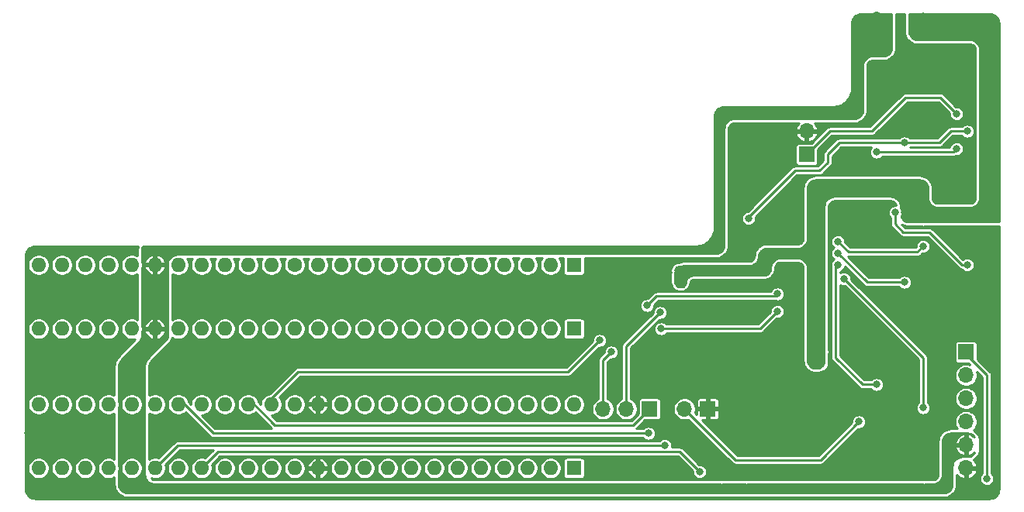
<source format=gbr>
G04 #@! TF.GenerationSoftware,KiCad,Pcbnew,(5.1.9)-1*
G04 #@! TF.CreationDate,2021-04-27T11:27:05+01:00*
G04 #@! TF.ProjectId,RGBtoHDMI Amiga Denise - solarmon - Rev 2 - SOIC,52474274-6f48-4444-9d49-20416d696761,2 (SOIC)*
G04 #@! TF.SameCoordinates,Original*
G04 #@! TF.FileFunction,Copper,L2,Bot*
G04 #@! TF.FilePolarity,Positive*
%FSLAX46Y46*%
G04 Gerber Fmt 4.6, Leading zero omitted, Abs format (unit mm)*
G04 Created by KiCad (PCBNEW (5.1.9)-1) date 2021-04-27 11:27:05*
%MOMM*%
%LPD*%
G01*
G04 APERTURE LIST*
G04 #@! TA.AperFunction,ComponentPad*
%ADD10O,1.700000X1.700000*%
G04 #@! TD*
G04 #@! TA.AperFunction,ComponentPad*
%ADD11R,1.700000X1.700000*%
G04 #@! TD*
G04 #@! TA.AperFunction,ComponentPad*
%ADD12O,1.600000X1.600000*%
G04 #@! TD*
G04 #@! TA.AperFunction,ComponentPad*
%ADD13R,1.600000X1.600000*%
G04 #@! TD*
G04 #@! TA.AperFunction,ComponentPad*
%ADD14C,1.600000*%
G04 #@! TD*
G04 #@! TA.AperFunction,ViaPad*
%ADD15C,0.800000*%
G04 #@! TD*
G04 #@! TA.AperFunction,ViaPad*
%ADD16C,1.000000*%
G04 #@! TD*
G04 #@! TA.AperFunction,ViaPad*
%ADD17C,1.200000*%
G04 #@! TD*
G04 #@! TA.AperFunction,Conductor*
%ADD18C,0.250000*%
G04 #@! TD*
G04 #@! TA.AperFunction,Conductor*
%ADD19C,0.254000*%
G04 #@! TD*
G04 #@! TA.AperFunction,Conductor*
%ADD20C,0.100000*%
G04 #@! TD*
G04 APERTURE END LIST*
D10*
X189103000Y-43561000D03*
D11*
X189103000Y-46101000D03*
D12*
X105283000Y-80391000D03*
X107823000Y-80391000D03*
X110363000Y-80391000D03*
X112903000Y-80391000D03*
X115443000Y-80391000D03*
X117983000Y-80391000D03*
X120523000Y-80391000D03*
X123063000Y-80391000D03*
X125603000Y-80391000D03*
X128143000Y-80391000D03*
X130683000Y-80391000D03*
X133223000Y-80391000D03*
X135763000Y-80391000D03*
X138303000Y-80391000D03*
X140843000Y-80391000D03*
X143383000Y-80391000D03*
X145923000Y-80391000D03*
X148463000Y-80391000D03*
X151003000Y-80391000D03*
X153543000Y-80391000D03*
X156083000Y-80391000D03*
X158623000Y-80391000D03*
X161163000Y-80391000D03*
D13*
X163703000Y-80391000D03*
D12*
X105283000Y-65151000D03*
X107823000Y-65151000D03*
X110363000Y-65151000D03*
X112903000Y-65151000D03*
X115443000Y-65151000D03*
X117983000Y-65151000D03*
X120523000Y-65151000D03*
X123063000Y-65151000D03*
X125603000Y-65151000D03*
X128143000Y-65151000D03*
X130683000Y-65151000D03*
X133223000Y-65151000D03*
X135763000Y-65151000D03*
X138303000Y-65151000D03*
X140843000Y-65151000D03*
X143383000Y-65151000D03*
X145923000Y-65151000D03*
X148463000Y-65151000D03*
X151003000Y-65151000D03*
X153543000Y-65151000D03*
X156083000Y-65151000D03*
X158623000Y-65151000D03*
X161163000Y-65151000D03*
D13*
X163703000Y-65151000D03*
D10*
X206502000Y-80391000D03*
X206502000Y-77851000D03*
X206502000Y-75311000D03*
X206502000Y-72771000D03*
X206502000Y-70231000D03*
D11*
X206502000Y-67691000D03*
X171958000Y-73914000D03*
D10*
X169418000Y-73914000D03*
X166878000Y-73914000D03*
X175768000Y-73914000D03*
D11*
X178308000Y-73914000D03*
D13*
X163703000Y-58166000D03*
D12*
X135763000Y-73406000D03*
X161163000Y-58166000D03*
X138303000Y-73406000D03*
X158623000Y-58166000D03*
X140843000Y-73406000D03*
X156083000Y-58166000D03*
X143383000Y-73406000D03*
X153543000Y-58166000D03*
X145923000Y-73406000D03*
X151003000Y-58166000D03*
X148463000Y-73406000D03*
X148463000Y-58166000D03*
X151003000Y-73406000D03*
X145923000Y-58166000D03*
X153543000Y-73406000D03*
X143383000Y-58166000D03*
X156083000Y-73406000D03*
X140843000Y-58166000D03*
X158623000Y-73406000D03*
X138303000Y-58166000D03*
X161163000Y-73406000D03*
X135763000Y-58166000D03*
X163703000Y-73406000D03*
D14*
X133223000Y-58166000D03*
D12*
X105283000Y-73406000D03*
X130683000Y-58166000D03*
X107823000Y-73406000D03*
X128143000Y-58166000D03*
X110363000Y-73406000D03*
X125603000Y-58166000D03*
X112903000Y-73406000D03*
X123063000Y-58166000D03*
X115443000Y-73406000D03*
X120523000Y-58166000D03*
X117983000Y-73406000D03*
X117983000Y-58166000D03*
X120523000Y-73406000D03*
X115443000Y-58166000D03*
X123063000Y-73406000D03*
X112903000Y-58166000D03*
X125603000Y-73406000D03*
X110363000Y-58166000D03*
X128143000Y-73406000D03*
X107823000Y-58166000D03*
X130683000Y-73406000D03*
X105283000Y-58166000D03*
X133223000Y-73406000D03*
D15*
X196723000Y-36195000D03*
X205613000Y-38227000D03*
X205613000Y-34544000D03*
X170688000Y-80391000D03*
X120523000Y-67691000D03*
X123063000Y-67691000D03*
X125603000Y-67691000D03*
X128143000Y-67691000D03*
X130683000Y-67691000D03*
X133223000Y-67691000D03*
X135763000Y-67691000D03*
X138303000Y-67691000D03*
X140843000Y-67691000D03*
X143383000Y-67691000D03*
X145923000Y-67691000D03*
X148463000Y-67691000D03*
X151003000Y-67691000D03*
X153543000Y-67691000D03*
X156083000Y-67691000D03*
X158623000Y-67691000D03*
X161163000Y-67691000D03*
X163703000Y-67691000D03*
X106553000Y-61341000D03*
X109093000Y-61341000D03*
X111633000Y-61341000D03*
X114173000Y-61341000D03*
X121793000Y-61341000D03*
X124333000Y-61341000D03*
X126873000Y-61341000D03*
X129413000Y-61341000D03*
X131953000Y-61341000D03*
X134493000Y-61341000D03*
X137033000Y-61341000D03*
X139573000Y-61341000D03*
X142113000Y-61341000D03*
X144653000Y-61341000D03*
X147193000Y-61341000D03*
X149733000Y-61341000D03*
X152273000Y-61341000D03*
X154813000Y-61341000D03*
X157353000Y-61341000D03*
X159893000Y-61341000D03*
X162433000Y-61341000D03*
X105283000Y-70231000D03*
X104648000Y-82931000D03*
X126873000Y-74676000D03*
X131953000Y-74676000D03*
X139573000Y-74676000D03*
X142113000Y-74676000D03*
X144653000Y-74676000D03*
X147193000Y-74676000D03*
X149733000Y-74676000D03*
X152273000Y-74676000D03*
X154813000Y-74676000D03*
X157353000Y-74676000D03*
X159893000Y-74676000D03*
X162433000Y-74676000D03*
X164973000Y-74676000D03*
X124333000Y-74676000D03*
X119253000Y-74676000D03*
X106807000Y-67691000D03*
X109347000Y-67691000D03*
X112014000Y-67691000D03*
X114300000Y-66929000D03*
X121666000Y-75311000D03*
X129032000Y-75184000D03*
X167513000Y-60071000D03*
X209677000Y-83185000D03*
X206248000Y-56769000D03*
X201803000Y-41275000D03*
X206248000Y-65278000D03*
X206248000Y-48260000D03*
X198755000Y-37211000D03*
X168148000Y-80391000D03*
X202057000Y-79502000D03*
X199771000Y-80391000D03*
X196723000Y-38227000D03*
X201803000Y-43307000D03*
X199771000Y-42291000D03*
X201930000Y-81407000D03*
X201803000Y-63627000D03*
X201803000Y-61595000D03*
X199771000Y-62611000D03*
X194691000Y-74041000D03*
X193802000Y-78359000D03*
X193802000Y-80391000D03*
X198755000Y-67691000D03*
X196723000Y-68707000D03*
X196723000Y-66675000D03*
X201803000Y-38481000D03*
X198755000Y-47371000D03*
X194691000Y-47371000D03*
X196723000Y-56007000D03*
X196723000Y-53975000D03*
X173482000Y-66421000D03*
X182499000Y-63246000D03*
X181229000Y-64008000D03*
X182499000Y-81407000D03*
X179832000Y-81407000D03*
X168656000Y-68961000D03*
X171577000Y-68961000D03*
X187833000Y-65151000D03*
X173863000Y-74041000D03*
D16*
X186563000Y-52451000D03*
X184658000Y-54991000D03*
X187833000Y-58801000D03*
X187833000Y-61341000D03*
X183388000Y-72136000D03*
X187833000Y-72136000D03*
X187833000Y-74676000D03*
X187833000Y-77216000D03*
X183388000Y-77216000D03*
X183388000Y-74676000D03*
X187833000Y-81026000D03*
X184658000Y-81026000D03*
D15*
X104140000Y-76581000D03*
X175895000Y-81280000D03*
X194691000Y-67691000D03*
X194691000Y-54991000D03*
D16*
X203708000Y-32131000D03*
X175133000Y-60071000D03*
X190627000Y-68961000D03*
X201803000Y-33147000D03*
X201803000Y-31115000D03*
D15*
X199771004Y-52451000D03*
D16*
X207518000Y-31750000D03*
X208788000Y-32893000D03*
X206248000Y-32893000D03*
D15*
X201803000Y-53213000D03*
D16*
X175133000Y-58801000D03*
X190627006Y-50546000D03*
X190627000Y-49276000D03*
D15*
X201803000Y-51435000D03*
X209042002Y-52704998D03*
X209804000Y-51181000D03*
D16*
X190678000Y-67640000D03*
D17*
X194564000Y-32131000D03*
X194564000Y-34671000D03*
X196723000Y-33401000D03*
X196723000Y-31115000D03*
D15*
X208787994Y-81534000D03*
X177419000Y-80772000D03*
X171831000Y-76581000D03*
X173609000Y-77887990D03*
X199771000Y-44831000D03*
X206629000Y-43561020D03*
X182753000Y-53086000D03*
X201803000Y-73787000D03*
X193167010Y-59690000D03*
X196723000Y-71247000D03*
X192532002Y-58166000D03*
X199771000Y-60071000D03*
X192532000Y-56896000D03*
X201803000Y-56134000D03*
X192532000Y-55626000D03*
X166497000Y-66421000D03*
X167767000Y-67691000D03*
X173101000Y-63373000D03*
X194818022Y-75311000D03*
X185928000Y-61341000D03*
X171704000Y-62611000D03*
X173228000Y-65151000D03*
X185928014Y-63246000D03*
X196723000Y-45847000D03*
X205486000Y-45466000D03*
X206629000Y-58166000D03*
X198755000Y-52451000D03*
X205486000Y-41656000D03*
D18*
X131064000Y-75692000D02*
X128143000Y-72771000D01*
X170193369Y-75692000D02*
X131064000Y-75692000D01*
X171958000Y-73927369D02*
X170193369Y-75692000D01*
X171958000Y-73914000D02*
X171958000Y-73927369D01*
X206248000Y-67691000D02*
X208787994Y-70230994D01*
X208787994Y-70230994D02*
X208787994Y-81534000D01*
X175260000Y-78613000D02*
X177419000Y-80772000D01*
X123063000Y-80391000D02*
X124841000Y-78613000D01*
X124841000Y-78613000D02*
X175260000Y-78613000D01*
X120523000Y-72771000D02*
X124333000Y-76581000D01*
X124333000Y-76581000D02*
X171831000Y-76581000D01*
X120486010Y-77887990D02*
X173609000Y-77887990D01*
X117983000Y-80391000D02*
X120486010Y-77887990D01*
X187833000Y-47879000D02*
X182753000Y-52959000D01*
X190500000Y-47879000D02*
X187833000Y-47879000D01*
X182753000Y-52959000D02*
X182753000Y-53086000D01*
X191389000Y-46990000D02*
X190500000Y-47879000D01*
X191389000Y-46100002D02*
X191389000Y-46990000D01*
X192658002Y-44831000D02*
X191389000Y-46100002D01*
X199771000Y-44831000D02*
X192658002Y-44831000D01*
X204850980Y-43561020D02*
X206629000Y-43561020D01*
X203581000Y-44831000D02*
X204850980Y-43561020D01*
X199771000Y-44831000D02*
X203581000Y-44831000D01*
X201803000Y-73787000D02*
X201803000Y-68325990D01*
X201803000Y-68325990D02*
X193167010Y-59690000D01*
X196596000Y-71247000D02*
X196723000Y-71247000D01*
X192278000Y-58420002D02*
X192532002Y-58166000D01*
X195199000Y-71247000D02*
X192278000Y-68326000D01*
X192278000Y-68326000D02*
X192278000Y-58420002D01*
X196723000Y-71247000D02*
X195199000Y-71247000D01*
X199771000Y-60071000D02*
X195707000Y-60071000D01*
X195707000Y-60071000D02*
X192532000Y-56896000D01*
X201168000Y-56769000D02*
X193675000Y-56769000D01*
X201803000Y-56134000D02*
X201168000Y-56769000D01*
X193675000Y-56769000D02*
X192532000Y-55626000D01*
X133604000Y-69850000D02*
X163068000Y-69850000D01*
X130683000Y-72771000D02*
X133604000Y-69850000D01*
X163068000Y-69850000D02*
X166497000Y-66421000D01*
X166878000Y-68580000D02*
X167767000Y-67691000D01*
X166878000Y-73914000D02*
X166878000Y-68580000D01*
X169418000Y-67056000D02*
X173101000Y-63373000D01*
X169418000Y-73914000D02*
X169418000Y-67056000D01*
X175768000Y-73914000D02*
X181356000Y-79502000D01*
X181356000Y-79502000D02*
X190627022Y-79502000D01*
X190627022Y-79502000D02*
X194818022Y-75311000D01*
X172720000Y-61595000D02*
X171704000Y-62611000D01*
X185674000Y-61595000D02*
X172720000Y-61595000D01*
X185928000Y-61341000D02*
X185674000Y-61595000D01*
X173228000Y-65151000D02*
X184023014Y-65151000D01*
X184023014Y-65151000D02*
X185928014Y-63246000D01*
X205105000Y-45847000D02*
X205486000Y-45466000D01*
X196723000Y-45847000D02*
X205105000Y-45847000D01*
X198755000Y-53721000D02*
X198755000Y-52451000D01*
X199644000Y-54610000D02*
X198755000Y-53721000D01*
X206063315Y-58166000D02*
X202507315Y-54610000D01*
X202507315Y-54610000D02*
X199644000Y-54610000D01*
X206629000Y-58166000D02*
X206063315Y-58166000D01*
X203708000Y-39878000D02*
X205486000Y-41656000D01*
X199898000Y-39878000D02*
X203708000Y-39878000D01*
X196215000Y-43561000D02*
X199898000Y-39878000D01*
X191643000Y-43561000D02*
X196215000Y-43561000D01*
X189103000Y-46101000D02*
X191643000Y-43561000D01*
D19*
X199771000Y-32655000D02*
X199772835Y-32692345D01*
X199792050Y-32887435D01*
X199806620Y-32960687D01*
X199863525Y-33148280D01*
X199892108Y-33217285D01*
X199984518Y-33390172D01*
X200026013Y-33452274D01*
X200150376Y-33603811D01*
X200203189Y-33656624D01*
X200354726Y-33780987D01*
X200416828Y-33822482D01*
X200589715Y-33914892D01*
X200658720Y-33943475D01*
X200846313Y-34000380D01*
X200919565Y-34014950D01*
X201114655Y-34034165D01*
X201152000Y-34036000D01*
X206880286Y-34036000D01*
X207019398Y-34049702D01*
X207135177Y-34084822D01*
X207241873Y-34141852D01*
X207335396Y-34218604D01*
X207412148Y-34312127D01*
X207469178Y-34418823D01*
X207504298Y-34534602D01*
X207518000Y-34673714D01*
X207518000Y-50797286D01*
X207504298Y-50936398D01*
X207469178Y-51052177D01*
X207412148Y-51158873D01*
X207335396Y-51252396D01*
X207241873Y-51329148D01*
X207135177Y-51386178D01*
X207019398Y-51421298D01*
X206880286Y-51435000D01*
X203456714Y-51435000D01*
X203317602Y-51421298D01*
X203201823Y-51386178D01*
X203095127Y-51329148D01*
X203001604Y-51252396D01*
X202924852Y-51158873D01*
X202867822Y-51052177D01*
X202832702Y-50936398D01*
X202819000Y-50797286D01*
X202819000Y-49768000D01*
X202817165Y-49730655D01*
X202797950Y-49535565D01*
X202783380Y-49462313D01*
X202726475Y-49274720D01*
X202697892Y-49205715D01*
X202605482Y-49032828D01*
X202563987Y-48970726D01*
X202439624Y-48819189D01*
X202386811Y-48766376D01*
X202235274Y-48642013D01*
X202173172Y-48600518D01*
X202000285Y-48508108D01*
X201931280Y-48479525D01*
X201743687Y-48422620D01*
X201670435Y-48408050D01*
X201475345Y-48388835D01*
X201438000Y-48387000D01*
X190504539Y-48387000D01*
X190524846Y-48385000D01*
X190524854Y-48385000D01*
X190599193Y-48377678D01*
X190694575Y-48348745D01*
X190782479Y-48301759D01*
X190859527Y-48238527D01*
X190875376Y-48219215D01*
X191729220Y-47365372D01*
X191748527Y-47349527D01*
X191811759Y-47272479D01*
X191858745Y-47184575D01*
X191887678Y-47089193D01*
X191895000Y-47014854D01*
X191897448Y-46990000D01*
X191895000Y-46965146D01*
X191895000Y-46309593D01*
X192867594Y-45337000D01*
X196128499Y-45337000D01*
X196116358Y-45349141D01*
X196030887Y-45477058D01*
X195972013Y-45619191D01*
X195942000Y-45770078D01*
X195942000Y-45923922D01*
X195972013Y-46074809D01*
X196030887Y-46216942D01*
X196116358Y-46344859D01*
X196225141Y-46453642D01*
X196353058Y-46539113D01*
X196495191Y-46597987D01*
X196646078Y-46628000D01*
X196799922Y-46628000D01*
X196950809Y-46597987D01*
X197092942Y-46539113D01*
X197220859Y-46453642D01*
X197321501Y-46353000D01*
X205080154Y-46353000D01*
X205105000Y-46355447D01*
X205129846Y-46353000D01*
X205129854Y-46353000D01*
X205204193Y-46345678D01*
X205299575Y-46316745D01*
X205387479Y-46269759D01*
X205415211Y-46247000D01*
X205562922Y-46247000D01*
X205713809Y-46216987D01*
X205855942Y-46158113D01*
X205983859Y-46072642D01*
X206092642Y-45963859D01*
X206178113Y-45835942D01*
X206236987Y-45693809D01*
X206267000Y-45542922D01*
X206267000Y-45389078D01*
X206236987Y-45238191D01*
X206178113Y-45096058D01*
X206092642Y-44968141D01*
X205983859Y-44859358D01*
X205855942Y-44773887D01*
X205713809Y-44715013D01*
X205562922Y-44685000D01*
X205409078Y-44685000D01*
X205258191Y-44715013D01*
X205116058Y-44773887D01*
X204988141Y-44859358D01*
X204879358Y-44968141D01*
X204793887Y-45096058D01*
X204735013Y-45238191D01*
X204714563Y-45341000D01*
X200365501Y-45341000D01*
X200369501Y-45337000D01*
X203556154Y-45337000D01*
X203581000Y-45339447D01*
X203605846Y-45337000D01*
X203605854Y-45337000D01*
X203680193Y-45329678D01*
X203775575Y-45300745D01*
X203863479Y-45253759D01*
X203940527Y-45190527D01*
X203956376Y-45171215D01*
X205060572Y-44067020D01*
X206030499Y-44067020D01*
X206131141Y-44167662D01*
X206259058Y-44253133D01*
X206401191Y-44312007D01*
X206552078Y-44342020D01*
X206705922Y-44342020D01*
X206856809Y-44312007D01*
X206998942Y-44253133D01*
X207126859Y-44167662D01*
X207235642Y-44058879D01*
X207321113Y-43930962D01*
X207379987Y-43788829D01*
X207410000Y-43637942D01*
X207410000Y-43484098D01*
X207379987Y-43333211D01*
X207321113Y-43191078D01*
X207235642Y-43063161D01*
X207126859Y-42954378D01*
X206998942Y-42868907D01*
X206856809Y-42810033D01*
X206705922Y-42780020D01*
X206552078Y-42780020D01*
X206401191Y-42810033D01*
X206259058Y-42868907D01*
X206131141Y-42954378D01*
X206030499Y-43055020D01*
X204875834Y-43055020D01*
X204850980Y-43052572D01*
X204826126Y-43055020D01*
X204751787Y-43062342D01*
X204656405Y-43091275D01*
X204568501Y-43138261D01*
X204491453Y-43201493D01*
X204475608Y-43220800D01*
X203371409Y-44325000D01*
X200369501Y-44325000D01*
X200268859Y-44224358D01*
X200140942Y-44138887D01*
X199998809Y-44080013D01*
X199847922Y-44050000D01*
X199694078Y-44050000D01*
X199543191Y-44080013D01*
X199401058Y-44138887D01*
X199273141Y-44224358D01*
X199172499Y-44325000D01*
X192682856Y-44325000D01*
X192658002Y-44322552D01*
X192633148Y-44325000D01*
X192558809Y-44332322D01*
X192463427Y-44361255D01*
X192375523Y-44408241D01*
X192298475Y-44471473D01*
X192282631Y-44490779D01*
X191048785Y-45724626D01*
X191029473Y-45740475D01*
X190966241Y-45817523D01*
X190919255Y-45905428D01*
X190890322Y-46000810D01*
X190883000Y-46075149D01*
X190883000Y-46075156D01*
X190880553Y-46100002D01*
X190883000Y-46124849D01*
X190883001Y-46780407D01*
X190290409Y-47373000D01*
X187857854Y-47373000D01*
X187833000Y-47370552D01*
X187808146Y-47373000D01*
X187733807Y-47380322D01*
X187638425Y-47409255D01*
X187550521Y-47456241D01*
X187473473Y-47519473D01*
X187457629Y-47538779D01*
X182691409Y-52305000D01*
X182676078Y-52305000D01*
X182525191Y-52335013D01*
X182383058Y-52393887D01*
X182255141Y-52479358D01*
X182146358Y-52588141D01*
X182060887Y-52716058D01*
X182002013Y-52858191D01*
X181972000Y-53009078D01*
X181972000Y-53162922D01*
X182002013Y-53313809D01*
X182060887Y-53455942D01*
X182146358Y-53583859D01*
X182255141Y-53692642D01*
X182383058Y-53778113D01*
X182525191Y-53836987D01*
X182676078Y-53867000D01*
X182829922Y-53867000D01*
X182980809Y-53836987D01*
X183122942Y-53778113D01*
X183250859Y-53692642D01*
X183359642Y-53583859D01*
X183445113Y-53455942D01*
X183503987Y-53313809D01*
X183534000Y-53162922D01*
X183534000Y-53009078D01*
X183514840Y-52912751D01*
X188042592Y-48385000D01*
X190475154Y-48385000D01*
X190495461Y-48387000D01*
X190103000Y-48387000D01*
X190065655Y-48388835D01*
X189870565Y-48408050D01*
X189797313Y-48422620D01*
X189609720Y-48479525D01*
X189540715Y-48508108D01*
X189367828Y-48600518D01*
X189305726Y-48642013D01*
X189154189Y-48766376D01*
X189101376Y-48819189D01*
X188977013Y-48970726D01*
X188935518Y-49032828D01*
X188843108Y-49205715D01*
X188814525Y-49274720D01*
X188757620Y-49462313D01*
X188743050Y-49535565D01*
X188723835Y-49730655D01*
X188722000Y-49768000D01*
X188722000Y-55242286D01*
X188708298Y-55381398D01*
X188673178Y-55497177D01*
X188616148Y-55603873D01*
X188539396Y-55697396D01*
X188445873Y-55774148D01*
X188339177Y-55831178D01*
X188223398Y-55866298D01*
X188084286Y-55880000D01*
X184721500Y-55880000D01*
X184684156Y-55881835D01*
X184498332Y-55900137D01*
X184425077Y-55914708D01*
X184246395Y-55968911D01*
X184177393Y-55997492D01*
X184012718Y-56085512D01*
X183950614Y-56127009D01*
X183806276Y-56245465D01*
X183753465Y-56298276D01*
X183635009Y-56442614D01*
X183593512Y-56504718D01*
X183505492Y-56669393D01*
X183476911Y-56738395D01*
X183422708Y-56917077D01*
X183408137Y-56990332D01*
X183375211Y-57324633D01*
X183342794Y-57431496D01*
X183290151Y-57529986D01*
X183219308Y-57616308D01*
X183132986Y-57687151D01*
X183034496Y-57739794D01*
X182927633Y-57772211D01*
X182797787Y-57785000D01*
X175625000Y-57785000D01*
X175587655Y-57786835D01*
X175392565Y-57806050D01*
X175319313Y-57820620D01*
X175131720Y-57877525D01*
X175062715Y-57906108D01*
X175031092Y-57923011D01*
X174876022Y-57953856D01*
X174715690Y-58020268D01*
X174571395Y-58116682D01*
X174448682Y-58239395D01*
X174352268Y-58383690D01*
X174285856Y-58544022D01*
X174252000Y-58714229D01*
X174252000Y-58887771D01*
X174263745Y-58946817D01*
X174245835Y-59128655D01*
X174244000Y-59166000D01*
X174244000Y-60007500D01*
X174246396Y-60050159D01*
X174252000Y-60099895D01*
X174252000Y-60157771D01*
X174285856Y-60327978D01*
X174352268Y-60488310D01*
X174412976Y-60579166D01*
X174454790Y-60645713D01*
X174507983Y-60712416D01*
X174618584Y-60823017D01*
X174685287Y-60876210D01*
X174817727Y-60959428D01*
X174894597Y-60996447D01*
X175042234Y-61048107D01*
X175125410Y-61067091D01*
X175280841Y-61084604D01*
X175323500Y-61087000D01*
X175387000Y-61087000D01*
X175436730Y-61083741D01*
X175601080Y-61062104D01*
X175697153Y-61036361D01*
X175850303Y-60972924D01*
X175936437Y-60923194D01*
X176067950Y-60822281D01*
X176138281Y-60751950D01*
X176239194Y-60620437D01*
X176288924Y-60534303D01*
X176352361Y-60381153D01*
X176378104Y-60285080D01*
X176414831Y-60006110D01*
X176439878Y-59945642D01*
X176479719Y-59893719D01*
X176531642Y-59853878D01*
X176592110Y-59828831D01*
X176681975Y-59817000D01*
X184340500Y-59817000D01*
X184377844Y-59815165D01*
X184563668Y-59796863D01*
X184636923Y-59782292D01*
X184815605Y-59728089D01*
X184884607Y-59699508D01*
X185049282Y-59611488D01*
X185111386Y-59569991D01*
X185255724Y-59451535D01*
X185308535Y-59398724D01*
X185426991Y-59254386D01*
X185468488Y-59192282D01*
X185556508Y-59027607D01*
X185585089Y-58958605D01*
X185639292Y-58779923D01*
X185653863Y-58706668D01*
X185686789Y-58372367D01*
X185719206Y-58265504D01*
X185771849Y-58167014D01*
X185842692Y-58080692D01*
X185929014Y-58009849D01*
X186027504Y-57957206D01*
X186134367Y-57924789D01*
X186264213Y-57912000D01*
X188084286Y-57912000D01*
X188223398Y-57925702D01*
X188339177Y-57960822D01*
X188445873Y-58017852D01*
X188539396Y-58094604D01*
X188616148Y-58188127D01*
X188673178Y-58294823D01*
X188708298Y-58410602D01*
X188722000Y-58549714D01*
X188722000Y-68596000D01*
X188723835Y-68633345D01*
X188743050Y-68828435D01*
X188757620Y-68901687D01*
X188814525Y-69089280D01*
X188843108Y-69158285D01*
X188935518Y-69331172D01*
X188977013Y-69393274D01*
X189101376Y-69544811D01*
X189154189Y-69597624D01*
X189305726Y-69721987D01*
X189367828Y-69763482D01*
X189540715Y-69855892D01*
X189609720Y-69884475D01*
X189797313Y-69941380D01*
X189870565Y-69955950D01*
X190065655Y-69975165D01*
X190103000Y-69977000D01*
X190135000Y-69977000D01*
X190172345Y-69975165D01*
X190367435Y-69955950D01*
X190440687Y-69941380D01*
X190628280Y-69884475D01*
X190697285Y-69855892D01*
X190728908Y-69838989D01*
X190883978Y-69808144D01*
X191044310Y-69741732D01*
X191188605Y-69645318D01*
X191311318Y-69522605D01*
X191407732Y-69378310D01*
X191474144Y-69217978D01*
X191508000Y-69047771D01*
X191508000Y-68874229D01*
X191496255Y-68815183D01*
X191514165Y-68633345D01*
X191516000Y-68596000D01*
X191516000Y-67919053D01*
X191525144Y-67896978D01*
X191559000Y-67726771D01*
X191559000Y-67553229D01*
X191525144Y-67383022D01*
X191516000Y-67360947D01*
X191516000Y-55549078D01*
X191751000Y-55549078D01*
X191751000Y-55702922D01*
X191781013Y-55853809D01*
X191839887Y-55995942D01*
X191925358Y-56123859D01*
X192034141Y-56232642D01*
X192076582Y-56261000D01*
X192034141Y-56289358D01*
X191925358Y-56398141D01*
X191839887Y-56526058D01*
X191781013Y-56668191D01*
X191751000Y-56819078D01*
X191751000Y-56972922D01*
X191781013Y-57123809D01*
X191839887Y-57265942D01*
X191925358Y-57393859D01*
X192034141Y-57502642D01*
X192076583Y-57531001D01*
X192034143Y-57559358D01*
X191925360Y-57668141D01*
X191839889Y-57796058D01*
X191781015Y-57938191D01*
X191751002Y-58089078D01*
X191751002Y-58242922D01*
X191775074Y-58363942D01*
X191769553Y-58420002D01*
X191772001Y-58444858D01*
X191772000Y-68301154D01*
X191769553Y-68326000D01*
X191772000Y-68350846D01*
X191772000Y-68350853D01*
X191779322Y-68425192D01*
X191808255Y-68520574D01*
X191855241Y-68608479D01*
X191918473Y-68685527D01*
X191937785Y-68701376D01*
X194823628Y-71587220D01*
X194839473Y-71606527D01*
X194916521Y-71669759D01*
X195004425Y-71716745D01*
X195099807Y-71745678D01*
X195199000Y-71755448D01*
X195223854Y-71753000D01*
X196124499Y-71753000D01*
X196225141Y-71853642D01*
X196353058Y-71939113D01*
X196495191Y-71997987D01*
X196646078Y-72028000D01*
X196799922Y-72028000D01*
X196950809Y-71997987D01*
X197092942Y-71939113D01*
X197220859Y-71853642D01*
X197329642Y-71744859D01*
X197415113Y-71616942D01*
X197473987Y-71474809D01*
X197504000Y-71323922D01*
X197504000Y-71170078D01*
X197473987Y-71019191D01*
X197415113Y-70877058D01*
X197329642Y-70749141D01*
X197220859Y-70640358D01*
X197092942Y-70554887D01*
X196950809Y-70496013D01*
X196799922Y-70466000D01*
X196646078Y-70466000D01*
X196495191Y-70496013D01*
X196353058Y-70554887D01*
X196225141Y-70640358D01*
X196124499Y-70741000D01*
X195408592Y-70741000D01*
X192784000Y-68116409D01*
X192784000Y-60373381D01*
X192797068Y-60382113D01*
X192939201Y-60440987D01*
X193090088Y-60471000D01*
X193232419Y-60471000D01*
X201297001Y-68535583D01*
X201297000Y-73188499D01*
X201196358Y-73289141D01*
X201110887Y-73417058D01*
X201052013Y-73559191D01*
X201022000Y-73710078D01*
X201022000Y-73863922D01*
X201052013Y-74014809D01*
X201110887Y-74156942D01*
X201196358Y-74284859D01*
X201305141Y-74393642D01*
X201433058Y-74479113D01*
X201575191Y-74537987D01*
X201726078Y-74568000D01*
X201879922Y-74568000D01*
X202030809Y-74537987D01*
X202172942Y-74479113D01*
X202300859Y-74393642D01*
X202409642Y-74284859D01*
X202495113Y-74156942D01*
X202553987Y-74014809D01*
X202584000Y-73863922D01*
X202584000Y-73710078D01*
X202553987Y-73559191D01*
X202495113Y-73417058D01*
X202409642Y-73289141D01*
X202309000Y-73188499D01*
X202309000Y-72649757D01*
X205271000Y-72649757D01*
X205271000Y-72892243D01*
X205318307Y-73130069D01*
X205411102Y-73354097D01*
X205545820Y-73555717D01*
X205717283Y-73727180D01*
X205918903Y-73861898D01*
X206142931Y-73954693D01*
X206380757Y-74002000D01*
X206623243Y-74002000D01*
X206861069Y-73954693D01*
X207085097Y-73861898D01*
X207286717Y-73727180D01*
X207458180Y-73555717D01*
X207592898Y-73354097D01*
X207685693Y-73130069D01*
X207733000Y-72892243D01*
X207733000Y-72649757D01*
X207685693Y-72411931D01*
X207592898Y-72187903D01*
X207458180Y-71986283D01*
X207286717Y-71814820D01*
X207085097Y-71680102D01*
X206861069Y-71587307D01*
X206623243Y-71540000D01*
X206380757Y-71540000D01*
X206142931Y-71587307D01*
X205918903Y-71680102D01*
X205717283Y-71814820D01*
X205545820Y-71986283D01*
X205411102Y-72187903D01*
X205318307Y-72411931D01*
X205271000Y-72649757D01*
X202309000Y-72649757D01*
X202309000Y-68350835D01*
X202311447Y-68325989D01*
X202309000Y-68301143D01*
X202309000Y-68301136D01*
X202301678Y-68226797D01*
X202294037Y-68201605D01*
X202272745Y-68131415D01*
X202263359Y-68113856D01*
X202225759Y-68043511D01*
X202162527Y-67966463D01*
X202143220Y-67950618D01*
X201033602Y-66841000D01*
X205269157Y-66841000D01*
X205269157Y-68541000D01*
X205276513Y-68615689D01*
X205298299Y-68687508D01*
X205333678Y-68753696D01*
X205381289Y-68811711D01*
X205439304Y-68859322D01*
X205505492Y-68894701D01*
X205577311Y-68916487D01*
X205652000Y-68923843D01*
X206765252Y-68923843D01*
X206908265Y-69066856D01*
X206861069Y-69047307D01*
X206623243Y-69000000D01*
X206380757Y-69000000D01*
X206142931Y-69047307D01*
X205918903Y-69140102D01*
X205717283Y-69274820D01*
X205545820Y-69446283D01*
X205411102Y-69647903D01*
X205318307Y-69871931D01*
X205271000Y-70109757D01*
X205271000Y-70352243D01*
X205318307Y-70590069D01*
X205411102Y-70814097D01*
X205545820Y-71015717D01*
X205717283Y-71187180D01*
X205918903Y-71321898D01*
X206142931Y-71414693D01*
X206380757Y-71462000D01*
X206623243Y-71462000D01*
X206861069Y-71414693D01*
X207085097Y-71321898D01*
X207286717Y-71187180D01*
X207458180Y-71015717D01*
X207592898Y-70814097D01*
X207685693Y-70590069D01*
X207733000Y-70352243D01*
X207733000Y-70109757D01*
X207685693Y-69871931D01*
X207666144Y-69824736D01*
X208281994Y-70440586D01*
X208281995Y-80935498D01*
X208181352Y-81036141D01*
X208095881Y-81164058D01*
X208037007Y-81306191D01*
X208006994Y-81457078D01*
X208006994Y-81610922D01*
X208037007Y-81761809D01*
X208095881Y-81903942D01*
X208181352Y-82031859D01*
X208290135Y-82140642D01*
X208418052Y-82226113D01*
X208560185Y-82284987D01*
X208711072Y-82315000D01*
X208864916Y-82315000D01*
X209015803Y-82284987D01*
X209157936Y-82226113D01*
X209285853Y-82140642D01*
X209394636Y-82031859D01*
X209480107Y-81903942D01*
X209538981Y-81761809D01*
X209568994Y-81610922D01*
X209568994Y-81457078D01*
X209538981Y-81306191D01*
X209480107Y-81164058D01*
X209394636Y-81036141D01*
X209293994Y-80935499D01*
X209293994Y-70255840D01*
X209296441Y-70230994D01*
X209293994Y-70206148D01*
X209293994Y-70206140D01*
X209286672Y-70131801D01*
X209257739Y-70036419D01*
X209210753Y-69948515D01*
X209147521Y-69871467D01*
X209128214Y-69855622D01*
X207734843Y-68462252D01*
X207734843Y-66841000D01*
X207727487Y-66766311D01*
X207705701Y-66694492D01*
X207670322Y-66628304D01*
X207622711Y-66570289D01*
X207564696Y-66522678D01*
X207498508Y-66487299D01*
X207426689Y-66465513D01*
X207352000Y-66458157D01*
X205652000Y-66458157D01*
X205577311Y-66465513D01*
X205505492Y-66487299D01*
X205439304Y-66522678D01*
X205381289Y-66570289D01*
X205333678Y-66628304D01*
X205298299Y-66694492D01*
X205276513Y-66766311D01*
X205269157Y-66841000D01*
X201033602Y-66841000D01*
X193948010Y-59755409D01*
X193948010Y-59613078D01*
X193917997Y-59462191D01*
X193859123Y-59320058D01*
X193773652Y-59192141D01*
X193664869Y-59083358D01*
X193536952Y-58997887D01*
X193394819Y-58939013D01*
X193243932Y-58909000D01*
X193090088Y-58909000D01*
X192939201Y-58939013D01*
X192797068Y-58997887D01*
X192784000Y-59006619D01*
X192784000Y-58906967D01*
X192901944Y-58858113D01*
X193029861Y-58772642D01*
X193138644Y-58663859D01*
X193224115Y-58535942D01*
X193282989Y-58393809D01*
X193288170Y-58367761D01*
X195331628Y-60411220D01*
X195347473Y-60430527D01*
X195424521Y-60493759D01*
X195512425Y-60540745D01*
X195607807Y-60569678D01*
X195682146Y-60577000D01*
X195682153Y-60577000D01*
X195706999Y-60579447D01*
X195731845Y-60577000D01*
X199172499Y-60577000D01*
X199273141Y-60677642D01*
X199401058Y-60763113D01*
X199543191Y-60821987D01*
X199694078Y-60852000D01*
X199847922Y-60852000D01*
X199998809Y-60821987D01*
X200140942Y-60763113D01*
X200268859Y-60677642D01*
X200377642Y-60568859D01*
X200463113Y-60440942D01*
X200521987Y-60298809D01*
X200552000Y-60147922D01*
X200552000Y-59994078D01*
X200521987Y-59843191D01*
X200463113Y-59701058D01*
X200377642Y-59573141D01*
X200268859Y-59464358D01*
X200140942Y-59378887D01*
X199998809Y-59320013D01*
X199847922Y-59290000D01*
X199694078Y-59290000D01*
X199543191Y-59320013D01*
X199401058Y-59378887D01*
X199273141Y-59464358D01*
X199172499Y-59565000D01*
X195916592Y-59565000D01*
X193624018Y-57272427D01*
X193650146Y-57275000D01*
X193650153Y-57275000D01*
X193674999Y-57277447D01*
X193699845Y-57275000D01*
X201143154Y-57275000D01*
X201168000Y-57277447D01*
X201192846Y-57275000D01*
X201192854Y-57275000D01*
X201267193Y-57267678D01*
X201362575Y-57238745D01*
X201450479Y-57191759D01*
X201527527Y-57128527D01*
X201543376Y-57109215D01*
X201737591Y-56915000D01*
X201879922Y-56915000D01*
X202030809Y-56884987D01*
X202172942Y-56826113D01*
X202300859Y-56740642D01*
X202409642Y-56631859D01*
X202495113Y-56503942D01*
X202553987Y-56361809D01*
X202584000Y-56210922D01*
X202584000Y-56057078D01*
X202553987Y-55906191D01*
X202495113Y-55764058D01*
X202409642Y-55636141D01*
X202300859Y-55527358D01*
X202172942Y-55441887D01*
X202030809Y-55383013D01*
X201879922Y-55353000D01*
X201726078Y-55353000D01*
X201575191Y-55383013D01*
X201433058Y-55441887D01*
X201305141Y-55527358D01*
X201196358Y-55636141D01*
X201110887Y-55764058D01*
X201052013Y-55906191D01*
X201022000Y-56057078D01*
X201022000Y-56199409D01*
X200958409Y-56263000D01*
X193884592Y-56263000D01*
X193313000Y-55691409D01*
X193313000Y-55549078D01*
X193282987Y-55398191D01*
X193224113Y-55256058D01*
X193138642Y-55128141D01*
X193029859Y-55019358D01*
X192901942Y-54933887D01*
X192759809Y-54875013D01*
X192608922Y-54845000D01*
X192455078Y-54845000D01*
X192304191Y-54875013D01*
X192162058Y-54933887D01*
X192034141Y-55019358D01*
X191925358Y-55128141D01*
X191839887Y-55256058D01*
X191781013Y-55398191D01*
X191751000Y-55549078D01*
X191516000Y-55549078D01*
X191516000Y-51818714D01*
X191529702Y-51679602D01*
X191564822Y-51563823D01*
X191621852Y-51457127D01*
X191698604Y-51363604D01*
X191792127Y-51286852D01*
X191898823Y-51229822D01*
X192014602Y-51194702D01*
X192153714Y-51181000D01*
X198244286Y-51181000D01*
X198383398Y-51194702D01*
X198499177Y-51229822D01*
X198605873Y-51286852D01*
X198699396Y-51363604D01*
X198776148Y-51457127D01*
X198833178Y-51563823D01*
X198867534Y-51677084D01*
X198831922Y-51670000D01*
X198678078Y-51670000D01*
X198527191Y-51700013D01*
X198385058Y-51758887D01*
X198257141Y-51844358D01*
X198148358Y-51953141D01*
X198062887Y-52081058D01*
X198004013Y-52223191D01*
X197974000Y-52374078D01*
X197974000Y-52527922D01*
X198004013Y-52678809D01*
X198062887Y-52820942D01*
X198148358Y-52948859D01*
X198249001Y-53049502D01*
X198249000Y-53696153D01*
X198246553Y-53721000D01*
X198249000Y-53745846D01*
X198249000Y-53745853D01*
X198256322Y-53820192D01*
X198285255Y-53915574D01*
X198332241Y-54003479D01*
X198395473Y-54080527D01*
X198414785Y-54096376D01*
X199268628Y-54950220D01*
X199284473Y-54969527D01*
X199361521Y-55032759D01*
X199429656Y-55069178D01*
X199449425Y-55079745D01*
X199544807Y-55108678D01*
X199644000Y-55118448D01*
X199668854Y-55116000D01*
X202297724Y-55116000D01*
X205687943Y-58506220D01*
X205703788Y-58525527D01*
X205780836Y-58588759D01*
X205868740Y-58635745D01*
X205941922Y-58657944D01*
X205964121Y-58664678D01*
X205974009Y-58665652D01*
X206029629Y-58671130D01*
X206131141Y-58772642D01*
X206259058Y-58858113D01*
X206401191Y-58916987D01*
X206552078Y-58947000D01*
X206705922Y-58947000D01*
X206856809Y-58916987D01*
X206998942Y-58858113D01*
X207126859Y-58772642D01*
X207235642Y-58663859D01*
X207321113Y-58535942D01*
X207379987Y-58393809D01*
X207410000Y-58242922D01*
X207410000Y-58089078D01*
X207379987Y-57938191D01*
X207321113Y-57796058D01*
X207235642Y-57668141D01*
X207126859Y-57559358D01*
X206998942Y-57473887D01*
X206856809Y-57415013D01*
X206705922Y-57385000D01*
X206552078Y-57385000D01*
X206401191Y-57415013D01*
X206259058Y-57473887D01*
X206155793Y-57542886D01*
X202882691Y-54269785D01*
X202866842Y-54250473D01*
X202789794Y-54187241D01*
X202701890Y-54140255D01*
X202606508Y-54111322D01*
X202532169Y-54104000D01*
X202532161Y-54104000D01*
X202507315Y-54101553D01*
X202482469Y-54104000D01*
X199853592Y-54104000D01*
X199477336Y-53727744D01*
X199527828Y-53761482D01*
X199700715Y-53853892D01*
X199769720Y-53882475D01*
X199957313Y-53939380D01*
X200030565Y-53953950D01*
X200225655Y-53973165D01*
X200263000Y-53975000D01*
X201630558Y-53975000D01*
X201726078Y-53994000D01*
X201879922Y-53994000D01*
X201975442Y-53975000D01*
X210085000Y-53975000D01*
X210085001Y-82653470D01*
X210062874Y-82879138D01*
X210004170Y-83073576D01*
X209908816Y-83252912D01*
X209780443Y-83410311D01*
X209623949Y-83539773D01*
X209445287Y-83636375D01*
X209251257Y-83696438D01*
X209027080Y-83720000D01*
X104925519Y-83720000D01*
X104699862Y-83697874D01*
X104505424Y-83639170D01*
X104326088Y-83543816D01*
X104168689Y-83415443D01*
X104039227Y-83258949D01*
X103942625Y-83080287D01*
X103882562Y-82886257D01*
X103859000Y-82662080D01*
X103859000Y-80274682D01*
X104102000Y-80274682D01*
X104102000Y-80507318D01*
X104147386Y-80735485D01*
X104236412Y-80950413D01*
X104365658Y-81143843D01*
X104530157Y-81308342D01*
X104723587Y-81437588D01*
X104938515Y-81526614D01*
X105166682Y-81572000D01*
X105399318Y-81572000D01*
X105627485Y-81526614D01*
X105842413Y-81437588D01*
X106035843Y-81308342D01*
X106200342Y-81143843D01*
X106329588Y-80950413D01*
X106418614Y-80735485D01*
X106464000Y-80507318D01*
X106464000Y-80274682D01*
X106642000Y-80274682D01*
X106642000Y-80507318D01*
X106687386Y-80735485D01*
X106776412Y-80950413D01*
X106905658Y-81143843D01*
X107070157Y-81308342D01*
X107263587Y-81437588D01*
X107478515Y-81526614D01*
X107706682Y-81572000D01*
X107939318Y-81572000D01*
X108167485Y-81526614D01*
X108382413Y-81437588D01*
X108575843Y-81308342D01*
X108740342Y-81143843D01*
X108869588Y-80950413D01*
X108958614Y-80735485D01*
X109004000Y-80507318D01*
X109004000Y-80274682D01*
X109182000Y-80274682D01*
X109182000Y-80507318D01*
X109227386Y-80735485D01*
X109316412Y-80950413D01*
X109445658Y-81143843D01*
X109610157Y-81308342D01*
X109803587Y-81437588D01*
X110018515Y-81526614D01*
X110246682Y-81572000D01*
X110479318Y-81572000D01*
X110707485Y-81526614D01*
X110922413Y-81437588D01*
X111115843Y-81308342D01*
X111280342Y-81143843D01*
X111409588Y-80950413D01*
X111498614Y-80735485D01*
X111544000Y-80507318D01*
X111544000Y-80274682D01*
X111498614Y-80046515D01*
X111409588Y-79831587D01*
X111280342Y-79638157D01*
X111115843Y-79473658D01*
X110922413Y-79344412D01*
X110707485Y-79255386D01*
X110479318Y-79210000D01*
X110246682Y-79210000D01*
X110018515Y-79255386D01*
X109803587Y-79344412D01*
X109610157Y-79473658D01*
X109445658Y-79638157D01*
X109316412Y-79831587D01*
X109227386Y-80046515D01*
X109182000Y-80274682D01*
X109004000Y-80274682D01*
X108958614Y-80046515D01*
X108869588Y-79831587D01*
X108740342Y-79638157D01*
X108575843Y-79473658D01*
X108382413Y-79344412D01*
X108167485Y-79255386D01*
X107939318Y-79210000D01*
X107706682Y-79210000D01*
X107478515Y-79255386D01*
X107263587Y-79344412D01*
X107070157Y-79473658D01*
X106905658Y-79638157D01*
X106776412Y-79831587D01*
X106687386Y-80046515D01*
X106642000Y-80274682D01*
X106464000Y-80274682D01*
X106418614Y-80046515D01*
X106329588Y-79831587D01*
X106200342Y-79638157D01*
X106035843Y-79473658D01*
X105842413Y-79344412D01*
X105627485Y-79255386D01*
X105399318Y-79210000D01*
X105166682Y-79210000D01*
X104938515Y-79255386D01*
X104723587Y-79344412D01*
X104530157Y-79473658D01*
X104365658Y-79638157D01*
X104236412Y-79831587D01*
X104147386Y-80046515D01*
X104102000Y-80274682D01*
X103859000Y-80274682D01*
X103859000Y-73289682D01*
X104102000Y-73289682D01*
X104102000Y-73522318D01*
X104147386Y-73750485D01*
X104236412Y-73965413D01*
X104365658Y-74158843D01*
X104530157Y-74323342D01*
X104723587Y-74452588D01*
X104938515Y-74541614D01*
X105166682Y-74587000D01*
X105399318Y-74587000D01*
X105627485Y-74541614D01*
X105842413Y-74452588D01*
X106035843Y-74323342D01*
X106200342Y-74158843D01*
X106329588Y-73965413D01*
X106418614Y-73750485D01*
X106464000Y-73522318D01*
X106464000Y-73289682D01*
X106642000Y-73289682D01*
X106642000Y-73522318D01*
X106687386Y-73750485D01*
X106776412Y-73965413D01*
X106905658Y-74158843D01*
X107070157Y-74323342D01*
X107263587Y-74452588D01*
X107478515Y-74541614D01*
X107706682Y-74587000D01*
X107939318Y-74587000D01*
X108167485Y-74541614D01*
X108382413Y-74452588D01*
X108575843Y-74323342D01*
X108740342Y-74158843D01*
X108869588Y-73965413D01*
X108958614Y-73750485D01*
X109004000Y-73522318D01*
X109004000Y-73289682D01*
X109182000Y-73289682D01*
X109182000Y-73522318D01*
X109227386Y-73750485D01*
X109316412Y-73965413D01*
X109445658Y-74158843D01*
X109610157Y-74323342D01*
X109803587Y-74452588D01*
X110018515Y-74541614D01*
X110246682Y-74587000D01*
X110479318Y-74587000D01*
X110707485Y-74541614D01*
X110922413Y-74452588D01*
X111115843Y-74323342D01*
X111280342Y-74158843D01*
X111409588Y-73965413D01*
X111498614Y-73750485D01*
X111544000Y-73522318D01*
X111544000Y-73289682D01*
X111498614Y-73061515D01*
X111409588Y-72846587D01*
X111280342Y-72653157D01*
X111115843Y-72488658D01*
X110922413Y-72359412D01*
X110707485Y-72270386D01*
X110479318Y-72225000D01*
X110246682Y-72225000D01*
X110018515Y-72270386D01*
X109803587Y-72359412D01*
X109610157Y-72488658D01*
X109445658Y-72653157D01*
X109316412Y-72846587D01*
X109227386Y-73061515D01*
X109182000Y-73289682D01*
X109004000Y-73289682D01*
X108958614Y-73061515D01*
X108869588Y-72846587D01*
X108740342Y-72653157D01*
X108575843Y-72488658D01*
X108382413Y-72359412D01*
X108167485Y-72270386D01*
X107939318Y-72225000D01*
X107706682Y-72225000D01*
X107478515Y-72270386D01*
X107263587Y-72359412D01*
X107070157Y-72488658D01*
X106905658Y-72653157D01*
X106776412Y-72846587D01*
X106687386Y-73061515D01*
X106642000Y-73289682D01*
X106464000Y-73289682D01*
X106418614Y-73061515D01*
X106329588Y-72846587D01*
X106200342Y-72653157D01*
X106035843Y-72488658D01*
X105842413Y-72359412D01*
X105627485Y-72270386D01*
X105399318Y-72225000D01*
X105166682Y-72225000D01*
X104938515Y-72270386D01*
X104723587Y-72359412D01*
X104530157Y-72488658D01*
X104365658Y-72653157D01*
X104236412Y-72846587D01*
X104147386Y-73061515D01*
X104102000Y-73289682D01*
X103859000Y-73289682D01*
X103859000Y-65034682D01*
X104102000Y-65034682D01*
X104102000Y-65267318D01*
X104147386Y-65495485D01*
X104236412Y-65710413D01*
X104365658Y-65903843D01*
X104530157Y-66068342D01*
X104723587Y-66197588D01*
X104938515Y-66286614D01*
X105166682Y-66332000D01*
X105399318Y-66332000D01*
X105627485Y-66286614D01*
X105842413Y-66197588D01*
X106035843Y-66068342D01*
X106200342Y-65903843D01*
X106329588Y-65710413D01*
X106418614Y-65495485D01*
X106464000Y-65267318D01*
X106464000Y-65034682D01*
X106642000Y-65034682D01*
X106642000Y-65267318D01*
X106687386Y-65495485D01*
X106776412Y-65710413D01*
X106905658Y-65903843D01*
X107070157Y-66068342D01*
X107263587Y-66197588D01*
X107478515Y-66286614D01*
X107706682Y-66332000D01*
X107939318Y-66332000D01*
X108167485Y-66286614D01*
X108382413Y-66197588D01*
X108575843Y-66068342D01*
X108740342Y-65903843D01*
X108869588Y-65710413D01*
X108958614Y-65495485D01*
X109004000Y-65267318D01*
X109004000Y-65034682D01*
X109182000Y-65034682D01*
X109182000Y-65267318D01*
X109227386Y-65495485D01*
X109316412Y-65710413D01*
X109445658Y-65903843D01*
X109610157Y-66068342D01*
X109803587Y-66197588D01*
X110018515Y-66286614D01*
X110246682Y-66332000D01*
X110479318Y-66332000D01*
X110707485Y-66286614D01*
X110922413Y-66197588D01*
X111115843Y-66068342D01*
X111280342Y-65903843D01*
X111409588Y-65710413D01*
X111498614Y-65495485D01*
X111544000Y-65267318D01*
X111544000Y-65034682D01*
X111722000Y-65034682D01*
X111722000Y-65267318D01*
X111767386Y-65495485D01*
X111856412Y-65710413D01*
X111985658Y-65903843D01*
X112150157Y-66068342D01*
X112343587Y-66197588D01*
X112558515Y-66286614D01*
X112786682Y-66332000D01*
X113019318Y-66332000D01*
X113247485Y-66286614D01*
X113462413Y-66197588D01*
X113655843Y-66068342D01*
X113820342Y-65903843D01*
X113949588Y-65710413D01*
X114038614Y-65495485D01*
X114084000Y-65267318D01*
X114084000Y-65034682D01*
X114038614Y-64806515D01*
X113949588Y-64591587D01*
X113820342Y-64398157D01*
X113655843Y-64233658D01*
X113462413Y-64104412D01*
X113247485Y-64015386D01*
X113019318Y-63970000D01*
X112786682Y-63970000D01*
X112558515Y-64015386D01*
X112343587Y-64104412D01*
X112150157Y-64233658D01*
X111985658Y-64398157D01*
X111856412Y-64591587D01*
X111767386Y-64806515D01*
X111722000Y-65034682D01*
X111544000Y-65034682D01*
X111498614Y-64806515D01*
X111409588Y-64591587D01*
X111280342Y-64398157D01*
X111115843Y-64233658D01*
X110922413Y-64104412D01*
X110707485Y-64015386D01*
X110479318Y-63970000D01*
X110246682Y-63970000D01*
X110018515Y-64015386D01*
X109803587Y-64104412D01*
X109610157Y-64233658D01*
X109445658Y-64398157D01*
X109316412Y-64591587D01*
X109227386Y-64806515D01*
X109182000Y-65034682D01*
X109004000Y-65034682D01*
X108958614Y-64806515D01*
X108869588Y-64591587D01*
X108740342Y-64398157D01*
X108575843Y-64233658D01*
X108382413Y-64104412D01*
X108167485Y-64015386D01*
X107939318Y-63970000D01*
X107706682Y-63970000D01*
X107478515Y-64015386D01*
X107263587Y-64104412D01*
X107070157Y-64233658D01*
X106905658Y-64398157D01*
X106776412Y-64591587D01*
X106687386Y-64806515D01*
X106642000Y-65034682D01*
X106464000Y-65034682D01*
X106418614Y-64806515D01*
X106329588Y-64591587D01*
X106200342Y-64398157D01*
X106035843Y-64233658D01*
X105842413Y-64104412D01*
X105627485Y-64015386D01*
X105399318Y-63970000D01*
X105166682Y-63970000D01*
X104938515Y-64015386D01*
X104723587Y-64104412D01*
X104530157Y-64233658D01*
X104365658Y-64398157D01*
X104236412Y-64591587D01*
X104147386Y-64806515D01*
X104102000Y-65034682D01*
X103859000Y-65034682D01*
X103859000Y-58049682D01*
X104102000Y-58049682D01*
X104102000Y-58282318D01*
X104147386Y-58510485D01*
X104236412Y-58725413D01*
X104365658Y-58918843D01*
X104530157Y-59083342D01*
X104723587Y-59212588D01*
X104938515Y-59301614D01*
X105166682Y-59347000D01*
X105399318Y-59347000D01*
X105627485Y-59301614D01*
X105842413Y-59212588D01*
X106035843Y-59083342D01*
X106200342Y-58918843D01*
X106329588Y-58725413D01*
X106418614Y-58510485D01*
X106464000Y-58282318D01*
X106464000Y-58049682D01*
X106642000Y-58049682D01*
X106642000Y-58282318D01*
X106687386Y-58510485D01*
X106776412Y-58725413D01*
X106905658Y-58918843D01*
X107070157Y-59083342D01*
X107263587Y-59212588D01*
X107478515Y-59301614D01*
X107706682Y-59347000D01*
X107939318Y-59347000D01*
X108167485Y-59301614D01*
X108382413Y-59212588D01*
X108575843Y-59083342D01*
X108740342Y-58918843D01*
X108869588Y-58725413D01*
X108958614Y-58510485D01*
X109004000Y-58282318D01*
X109004000Y-58049682D01*
X109182000Y-58049682D01*
X109182000Y-58282318D01*
X109227386Y-58510485D01*
X109316412Y-58725413D01*
X109445658Y-58918843D01*
X109610157Y-59083342D01*
X109803587Y-59212588D01*
X110018515Y-59301614D01*
X110246682Y-59347000D01*
X110479318Y-59347000D01*
X110707485Y-59301614D01*
X110922413Y-59212588D01*
X111115843Y-59083342D01*
X111280342Y-58918843D01*
X111409588Y-58725413D01*
X111498614Y-58510485D01*
X111544000Y-58282318D01*
X111544000Y-58049682D01*
X111722000Y-58049682D01*
X111722000Y-58282318D01*
X111767386Y-58510485D01*
X111856412Y-58725413D01*
X111985658Y-58918843D01*
X112150157Y-59083342D01*
X112343587Y-59212588D01*
X112558515Y-59301614D01*
X112786682Y-59347000D01*
X113019318Y-59347000D01*
X113247485Y-59301614D01*
X113462413Y-59212588D01*
X113655843Y-59083342D01*
X113820342Y-58918843D01*
X113949588Y-58725413D01*
X114038614Y-58510485D01*
X114084000Y-58282318D01*
X114084000Y-58049682D01*
X114038614Y-57821515D01*
X113949588Y-57606587D01*
X113820342Y-57413157D01*
X113655843Y-57248658D01*
X113462413Y-57119412D01*
X113247485Y-57030386D01*
X113019318Y-56985000D01*
X112786682Y-56985000D01*
X112558515Y-57030386D01*
X112343587Y-57119412D01*
X112150157Y-57248658D01*
X111985658Y-57413157D01*
X111856412Y-57606587D01*
X111767386Y-57821515D01*
X111722000Y-58049682D01*
X111544000Y-58049682D01*
X111498614Y-57821515D01*
X111409588Y-57606587D01*
X111280342Y-57413157D01*
X111115843Y-57248658D01*
X110922413Y-57119412D01*
X110707485Y-57030386D01*
X110479318Y-56985000D01*
X110246682Y-56985000D01*
X110018515Y-57030386D01*
X109803587Y-57119412D01*
X109610157Y-57248658D01*
X109445658Y-57413157D01*
X109316412Y-57606587D01*
X109227386Y-57821515D01*
X109182000Y-58049682D01*
X109004000Y-58049682D01*
X108958614Y-57821515D01*
X108869588Y-57606587D01*
X108740342Y-57413157D01*
X108575843Y-57248658D01*
X108382413Y-57119412D01*
X108167485Y-57030386D01*
X107939318Y-56985000D01*
X107706682Y-56985000D01*
X107478515Y-57030386D01*
X107263587Y-57119412D01*
X107070157Y-57248658D01*
X106905658Y-57413157D01*
X106776412Y-57606587D01*
X106687386Y-57821515D01*
X106642000Y-58049682D01*
X106464000Y-58049682D01*
X106418614Y-57821515D01*
X106329588Y-57606587D01*
X106200342Y-57413157D01*
X106035843Y-57248658D01*
X105842413Y-57119412D01*
X105627485Y-57030386D01*
X105399318Y-56985000D01*
X105166682Y-56985000D01*
X104938515Y-57030386D01*
X104723587Y-57119412D01*
X104530157Y-57248658D01*
X104365658Y-57413157D01*
X104236412Y-57606587D01*
X104147386Y-57821515D01*
X104102000Y-58049682D01*
X103859000Y-58049682D01*
X103859000Y-57173520D01*
X103881126Y-56947862D01*
X103939832Y-56753420D01*
X104035183Y-56574091D01*
X104163555Y-56416691D01*
X104320053Y-56287226D01*
X104498713Y-56190625D01*
X104692743Y-56130562D01*
X104916920Y-56107000D01*
X116139802Y-56107000D01*
X116113620Y-56193313D01*
X116099050Y-56266565D01*
X116079835Y-56461655D01*
X116078000Y-56499000D01*
X116078000Y-57169918D01*
X116002413Y-57119412D01*
X115787485Y-57030386D01*
X115559318Y-56985000D01*
X115326682Y-56985000D01*
X115098515Y-57030386D01*
X114883587Y-57119412D01*
X114690157Y-57248658D01*
X114525658Y-57413157D01*
X114396412Y-57606587D01*
X114307386Y-57821515D01*
X114262000Y-58049682D01*
X114262000Y-58282318D01*
X114307386Y-58510485D01*
X114396412Y-58725413D01*
X114525658Y-58918843D01*
X114690157Y-59083342D01*
X114883587Y-59212588D01*
X115098515Y-59301614D01*
X115326682Y-59347000D01*
X115559318Y-59347000D01*
X115787485Y-59301614D01*
X116002413Y-59212588D01*
X116078000Y-59162082D01*
X116078000Y-64154918D01*
X116002413Y-64104412D01*
X115787485Y-64015386D01*
X115559318Y-63970000D01*
X115326682Y-63970000D01*
X115098515Y-64015386D01*
X114883587Y-64104412D01*
X114690157Y-64233658D01*
X114525658Y-64398157D01*
X114396412Y-64591587D01*
X114307386Y-64806515D01*
X114262000Y-65034682D01*
X114262000Y-65267318D01*
X114307386Y-65495485D01*
X114396412Y-65710413D01*
X114525658Y-65903843D01*
X114690157Y-66068342D01*
X114883587Y-66197588D01*
X115098515Y-66286614D01*
X115326682Y-66332000D01*
X115559318Y-66332000D01*
X115787485Y-66286614D01*
X115839430Y-66265098D01*
X113918965Y-68281586D01*
X113895255Y-68308980D01*
X113777902Y-68458364D01*
X113738799Y-68519268D01*
X113651813Y-68688148D01*
X113624932Y-68755350D01*
X113571453Y-68937633D01*
X113557767Y-69008703D01*
X113539723Y-69197811D01*
X113538000Y-69234000D01*
X113538000Y-72409918D01*
X113462413Y-72359412D01*
X113247485Y-72270386D01*
X113019318Y-72225000D01*
X112786682Y-72225000D01*
X112558515Y-72270386D01*
X112343587Y-72359412D01*
X112150157Y-72488658D01*
X111985658Y-72653157D01*
X111856412Y-72846587D01*
X111767386Y-73061515D01*
X111722000Y-73289682D01*
X111722000Y-73522318D01*
X111767386Y-73750485D01*
X111856412Y-73965413D01*
X111985658Y-74158843D01*
X112150157Y-74323342D01*
X112343587Y-74452588D01*
X112558515Y-74541614D01*
X112786682Y-74587000D01*
X113019318Y-74587000D01*
X113247485Y-74541614D01*
X113462413Y-74452588D01*
X113538000Y-74402082D01*
X113538000Y-79394918D01*
X113462413Y-79344412D01*
X113247485Y-79255386D01*
X113019318Y-79210000D01*
X112786682Y-79210000D01*
X112558515Y-79255386D01*
X112343587Y-79344412D01*
X112150157Y-79473658D01*
X111985658Y-79638157D01*
X111856412Y-79831587D01*
X111767386Y-80046515D01*
X111722000Y-80274682D01*
X111722000Y-80507318D01*
X111767386Y-80735485D01*
X111856412Y-80950413D01*
X111985658Y-81143843D01*
X112150157Y-81308342D01*
X112343587Y-81437588D01*
X112558515Y-81526614D01*
X112786682Y-81572000D01*
X113019318Y-81572000D01*
X113247485Y-81526614D01*
X113462413Y-81437588D01*
X113538000Y-81387082D01*
X113538000Y-82185000D01*
X113539835Y-82222345D01*
X113559050Y-82417435D01*
X113573620Y-82490687D01*
X113630525Y-82678280D01*
X113659108Y-82747285D01*
X113751518Y-82920172D01*
X113793013Y-82982274D01*
X113917376Y-83133811D01*
X113970189Y-83186624D01*
X114121726Y-83310987D01*
X114183828Y-83352482D01*
X114356715Y-83444892D01*
X114425720Y-83473475D01*
X114613313Y-83530380D01*
X114686565Y-83544950D01*
X114881655Y-83564165D01*
X114919000Y-83566000D01*
X204105000Y-83566000D01*
X204142345Y-83564165D01*
X204337435Y-83544950D01*
X204410687Y-83530380D01*
X204598280Y-83473475D01*
X204667285Y-83444892D01*
X204840172Y-83352482D01*
X204902274Y-83310987D01*
X205053811Y-83186624D01*
X205106624Y-83133811D01*
X205230987Y-82982274D01*
X205272482Y-82920172D01*
X205364892Y-82747285D01*
X205393475Y-82678280D01*
X205450380Y-82490687D01*
X205464950Y-82417435D01*
X205484165Y-82222345D01*
X205486000Y-82185000D01*
X205486000Y-81076476D01*
X205577592Y-81203924D01*
X205753948Y-81368647D01*
X205959051Y-81495799D01*
X206185019Y-81580495D01*
X206375000Y-81520187D01*
X206375000Y-80518000D01*
X206629000Y-80518000D01*
X206629000Y-81520187D01*
X206818981Y-81580495D01*
X207044949Y-81495799D01*
X207250052Y-81368647D01*
X207426408Y-81203924D01*
X207567239Y-81007961D01*
X207667134Y-80788288D01*
X207691489Y-80707980D01*
X207630627Y-80518000D01*
X206629000Y-80518000D01*
X206375000Y-80518000D01*
X206355000Y-80518000D01*
X206355000Y-80264000D01*
X206375000Y-80264000D01*
X206375000Y-80244000D01*
X206629000Y-80244000D01*
X206629000Y-80264000D01*
X207630627Y-80264000D01*
X207691489Y-80074020D01*
X207667134Y-79993712D01*
X207567239Y-79774039D01*
X207426408Y-79578076D01*
X207298862Y-79458943D01*
X207380172Y-79415482D01*
X207442274Y-79373987D01*
X207593811Y-79249624D01*
X207646624Y-79196811D01*
X207770987Y-79045274D01*
X207812482Y-78983172D01*
X207904892Y-78810285D01*
X207933475Y-78741280D01*
X207990380Y-78553687D01*
X208004950Y-78480435D01*
X208024165Y-78285345D01*
X208026000Y-78248000D01*
X208026000Y-77454000D01*
X208024165Y-77416655D01*
X208004950Y-77221565D01*
X207990380Y-77148313D01*
X207933475Y-76960720D01*
X207904892Y-76891715D01*
X207812482Y-76718828D01*
X207770987Y-76656726D01*
X207646624Y-76505189D01*
X207593811Y-76452376D01*
X207442274Y-76328013D01*
X207380172Y-76286518D01*
X207306668Y-76247229D01*
X207458180Y-76095717D01*
X207592898Y-75894097D01*
X207685693Y-75670069D01*
X207733000Y-75432243D01*
X207733000Y-75189757D01*
X207685693Y-74951931D01*
X207592898Y-74727903D01*
X207458180Y-74526283D01*
X207286717Y-74354820D01*
X207085097Y-74220102D01*
X206861069Y-74127307D01*
X206623243Y-74080000D01*
X206380757Y-74080000D01*
X206142931Y-74127307D01*
X205918903Y-74220102D01*
X205717283Y-74354820D01*
X205545820Y-74526283D01*
X205411102Y-74727903D01*
X205318307Y-74951931D01*
X205271000Y-75189757D01*
X205271000Y-75432243D01*
X205318307Y-75670069D01*
X205411102Y-75894097D01*
X205530641Y-76073000D01*
X204835000Y-76073000D01*
X204797655Y-76074835D01*
X204602565Y-76094050D01*
X204529313Y-76108620D01*
X204341720Y-76165525D01*
X204272715Y-76194108D01*
X204099828Y-76286518D01*
X204037726Y-76328013D01*
X203886189Y-76452376D01*
X203833376Y-76505189D01*
X203709013Y-76656726D01*
X203667518Y-76718828D01*
X203575108Y-76891715D01*
X203546525Y-76960720D01*
X203489620Y-77148313D01*
X203475050Y-77221565D01*
X203455835Y-77416655D01*
X203454000Y-77454000D01*
X203454000Y-81023286D01*
X203440298Y-81162398D01*
X203405178Y-81278177D01*
X203348148Y-81384873D01*
X203271396Y-81478396D01*
X203177873Y-81555148D01*
X203071177Y-81612178D01*
X202955398Y-81647298D01*
X202816286Y-81661000D01*
X117985714Y-81661000D01*
X117846602Y-81647298D01*
X117730823Y-81612178D01*
X117624127Y-81555148D01*
X117539264Y-81485503D01*
X117638515Y-81526614D01*
X117866682Y-81572000D01*
X118099318Y-81572000D01*
X118327485Y-81526614D01*
X118542413Y-81437588D01*
X118735843Y-81308342D01*
X118900342Y-81143843D01*
X119029588Y-80950413D01*
X119118614Y-80735485D01*
X119164000Y-80507318D01*
X119164000Y-80274682D01*
X119342000Y-80274682D01*
X119342000Y-80507318D01*
X119387386Y-80735485D01*
X119476412Y-80950413D01*
X119605658Y-81143843D01*
X119770157Y-81308342D01*
X119963587Y-81437588D01*
X120178515Y-81526614D01*
X120406682Y-81572000D01*
X120639318Y-81572000D01*
X120867485Y-81526614D01*
X121082413Y-81437588D01*
X121275843Y-81308342D01*
X121440342Y-81143843D01*
X121569588Y-80950413D01*
X121658614Y-80735485D01*
X121704000Y-80507318D01*
X121704000Y-80274682D01*
X121658614Y-80046515D01*
X121569588Y-79831587D01*
X121440342Y-79638157D01*
X121275843Y-79473658D01*
X121082413Y-79344412D01*
X120867485Y-79255386D01*
X120639318Y-79210000D01*
X120406682Y-79210000D01*
X120178515Y-79255386D01*
X119963587Y-79344412D01*
X119770157Y-79473658D01*
X119605658Y-79638157D01*
X119476412Y-79831587D01*
X119387386Y-80046515D01*
X119342000Y-80274682D01*
X119164000Y-80274682D01*
X119118614Y-80046515D01*
X119096490Y-79993102D01*
X120695602Y-78393990D01*
X124344418Y-78393990D01*
X123460898Y-79277510D01*
X123407485Y-79255386D01*
X123179318Y-79210000D01*
X122946682Y-79210000D01*
X122718515Y-79255386D01*
X122503587Y-79344412D01*
X122310157Y-79473658D01*
X122145658Y-79638157D01*
X122016412Y-79831587D01*
X121927386Y-80046515D01*
X121882000Y-80274682D01*
X121882000Y-80507318D01*
X121927386Y-80735485D01*
X122016412Y-80950413D01*
X122145658Y-81143843D01*
X122310157Y-81308342D01*
X122503587Y-81437588D01*
X122718515Y-81526614D01*
X122946682Y-81572000D01*
X123179318Y-81572000D01*
X123407485Y-81526614D01*
X123622413Y-81437588D01*
X123815843Y-81308342D01*
X123980342Y-81143843D01*
X124109588Y-80950413D01*
X124198614Y-80735485D01*
X124244000Y-80507318D01*
X124244000Y-80274682D01*
X124422000Y-80274682D01*
X124422000Y-80507318D01*
X124467386Y-80735485D01*
X124556412Y-80950413D01*
X124685658Y-81143843D01*
X124850157Y-81308342D01*
X125043587Y-81437588D01*
X125258515Y-81526614D01*
X125486682Y-81572000D01*
X125719318Y-81572000D01*
X125947485Y-81526614D01*
X126162413Y-81437588D01*
X126355843Y-81308342D01*
X126520342Y-81143843D01*
X126649588Y-80950413D01*
X126738614Y-80735485D01*
X126784000Y-80507318D01*
X126784000Y-80274682D01*
X126962000Y-80274682D01*
X126962000Y-80507318D01*
X127007386Y-80735485D01*
X127096412Y-80950413D01*
X127225658Y-81143843D01*
X127390157Y-81308342D01*
X127583587Y-81437588D01*
X127798515Y-81526614D01*
X128026682Y-81572000D01*
X128259318Y-81572000D01*
X128487485Y-81526614D01*
X128702413Y-81437588D01*
X128895843Y-81308342D01*
X129060342Y-81143843D01*
X129189588Y-80950413D01*
X129278614Y-80735485D01*
X129324000Y-80507318D01*
X129324000Y-80274682D01*
X129502000Y-80274682D01*
X129502000Y-80507318D01*
X129547386Y-80735485D01*
X129636412Y-80950413D01*
X129765658Y-81143843D01*
X129930157Y-81308342D01*
X130123587Y-81437588D01*
X130338515Y-81526614D01*
X130566682Y-81572000D01*
X130799318Y-81572000D01*
X131027485Y-81526614D01*
X131242413Y-81437588D01*
X131435843Y-81308342D01*
X131600342Y-81143843D01*
X131729588Y-80950413D01*
X131818614Y-80735485D01*
X131864000Y-80507318D01*
X131864000Y-80274682D01*
X132042000Y-80274682D01*
X132042000Y-80507318D01*
X132087386Y-80735485D01*
X132176412Y-80950413D01*
X132305658Y-81143843D01*
X132470157Y-81308342D01*
X132663587Y-81437588D01*
X132878515Y-81526614D01*
X133106682Y-81572000D01*
X133339318Y-81572000D01*
X133567485Y-81526614D01*
X133782413Y-81437588D01*
X133975843Y-81308342D01*
X134140342Y-81143843D01*
X134269588Y-80950413D01*
X134358614Y-80735485D01*
X134365649Y-80700115D01*
X134623165Y-80700115D01*
X134705372Y-80916546D01*
X134828223Y-81112781D01*
X134986997Y-81281278D01*
X135175592Y-81415562D01*
X135386761Y-81510473D01*
X135453886Y-81530829D01*
X135636000Y-81469297D01*
X135636000Y-80518000D01*
X135890000Y-80518000D01*
X135890000Y-81469297D01*
X136072114Y-81530829D01*
X136139239Y-81510473D01*
X136350408Y-81415562D01*
X136539003Y-81281278D01*
X136697777Y-81112781D01*
X136820628Y-80916546D01*
X136902835Y-80700115D01*
X136841908Y-80518000D01*
X135890000Y-80518000D01*
X135636000Y-80518000D01*
X134684092Y-80518000D01*
X134623165Y-80700115D01*
X134365649Y-80700115D01*
X134404000Y-80507318D01*
X134404000Y-80274682D01*
X137122000Y-80274682D01*
X137122000Y-80507318D01*
X137167386Y-80735485D01*
X137256412Y-80950413D01*
X137385658Y-81143843D01*
X137550157Y-81308342D01*
X137743587Y-81437588D01*
X137958515Y-81526614D01*
X138186682Y-81572000D01*
X138419318Y-81572000D01*
X138647485Y-81526614D01*
X138862413Y-81437588D01*
X139055843Y-81308342D01*
X139220342Y-81143843D01*
X139349588Y-80950413D01*
X139438614Y-80735485D01*
X139484000Y-80507318D01*
X139484000Y-80274682D01*
X139662000Y-80274682D01*
X139662000Y-80507318D01*
X139707386Y-80735485D01*
X139796412Y-80950413D01*
X139925658Y-81143843D01*
X140090157Y-81308342D01*
X140283587Y-81437588D01*
X140498515Y-81526614D01*
X140726682Y-81572000D01*
X140959318Y-81572000D01*
X141187485Y-81526614D01*
X141402413Y-81437588D01*
X141595843Y-81308342D01*
X141760342Y-81143843D01*
X141889588Y-80950413D01*
X141978614Y-80735485D01*
X142024000Y-80507318D01*
X142024000Y-80274682D01*
X142202000Y-80274682D01*
X142202000Y-80507318D01*
X142247386Y-80735485D01*
X142336412Y-80950413D01*
X142465658Y-81143843D01*
X142630157Y-81308342D01*
X142823587Y-81437588D01*
X143038515Y-81526614D01*
X143266682Y-81572000D01*
X143499318Y-81572000D01*
X143727485Y-81526614D01*
X143942413Y-81437588D01*
X144135843Y-81308342D01*
X144300342Y-81143843D01*
X144429588Y-80950413D01*
X144518614Y-80735485D01*
X144564000Y-80507318D01*
X144564000Y-80274682D01*
X144742000Y-80274682D01*
X144742000Y-80507318D01*
X144787386Y-80735485D01*
X144876412Y-80950413D01*
X145005658Y-81143843D01*
X145170157Y-81308342D01*
X145363587Y-81437588D01*
X145578515Y-81526614D01*
X145806682Y-81572000D01*
X146039318Y-81572000D01*
X146267485Y-81526614D01*
X146482413Y-81437588D01*
X146675843Y-81308342D01*
X146840342Y-81143843D01*
X146969588Y-80950413D01*
X147058614Y-80735485D01*
X147104000Y-80507318D01*
X147104000Y-80274682D01*
X147282000Y-80274682D01*
X147282000Y-80507318D01*
X147327386Y-80735485D01*
X147416412Y-80950413D01*
X147545658Y-81143843D01*
X147710157Y-81308342D01*
X147903587Y-81437588D01*
X148118515Y-81526614D01*
X148346682Y-81572000D01*
X148579318Y-81572000D01*
X148807485Y-81526614D01*
X149022413Y-81437588D01*
X149215843Y-81308342D01*
X149380342Y-81143843D01*
X149509588Y-80950413D01*
X149598614Y-80735485D01*
X149644000Y-80507318D01*
X149644000Y-80274682D01*
X149822000Y-80274682D01*
X149822000Y-80507318D01*
X149867386Y-80735485D01*
X149956412Y-80950413D01*
X150085658Y-81143843D01*
X150250157Y-81308342D01*
X150443587Y-81437588D01*
X150658515Y-81526614D01*
X150886682Y-81572000D01*
X151119318Y-81572000D01*
X151347485Y-81526614D01*
X151562413Y-81437588D01*
X151755843Y-81308342D01*
X151920342Y-81143843D01*
X152049588Y-80950413D01*
X152138614Y-80735485D01*
X152184000Y-80507318D01*
X152184000Y-80274682D01*
X152362000Y-80274682D01*
X152362000Y-80507318D01*
X152407386Y-80735485D01*
X152496412Y-80950413D01*
X152625658Y-81143843D01*
X152790157Y-81308342D01*
X152983587Y-81437588D01*
X153198515Y-81526614D01*
X153426682Y-81572000D01*
X153659318Y-81572000D01*
X153887485Y-81526614D01*
X154102413Y-81437588D01*
X154295843Y-81308342D01*
X154460342Y-81143843D01*
X154589588Y-80950413D01*
X154678614Y-80735485D01*
X154724000Y-80507318D01*
X154724000Y-80274682D01*
X154902000Y-80274682D01*
X154902000Y-80507318D01*
X154947386Y-80735485D01*
X155036412Y-80950413D01*
X155165658Y-81143843D01*
X155330157Y-81308342D01*
X155523587Y-81437588D01*
X155738515Y-81526614D01*
X155966682Y-81572000D01*
X156199318Y-81572000D01*
X156427485Y-81526614D01*
X156642413Y-81437588D01*
X156835843Y-81308342D01*
X157000342Y-81143843D01*
X157129588Y-80950413D01*
X157218614Y-80735485D01*
X157264000Y-80507318D01*
X157264000Y-80274682D01*
X157442000Y-80274682D01*
X157442000Y-80507318D01*
X157487386Y-80735485D01*
X157576412Y-80950413D01*
X157705658Y-81143843D01*
X157870157Y-81308342D01*
X158063587Y-81437588D01*
X158278515Y-81526614D01*
X158506682Y-81572000D01*
X158739318Y-81572000D01*
X158967485Y-81526614D01*
X159182413Y-81437588D01*
X159375843Y-81308342D01*
X159540342Y-81143843D01*
X159669588Y-80950413D01*
X159758614Y-80735485D01*
X159804000Y-80507318D01*
X159804000Y-80274682D01*
X159982000Y-80274682D01*
X159982000Y-80507318D01*
X160027386Y-80735485D01*
X160116412Y-80950413D01*
X160245658Y-81143843D01*
X160410157Y-81308342D01*
X160603587Y-81437588D01*
X160818515Y-81526614D01*
X161046682Y-81572000D01*
X161279318Y-81572000D01*
X161507485Y-81526614D01*
X161722413Y-81437588D01*
X161915843Y-81308342D01*
X162080342Y-81143843D01*
X162209588Y-80950413D01*
X162298614Y-80735485D01*
X162344000Y-80507318D01*
X162344000Y-80274682D01*
X162298614Y-80046515D01*
X162209588Y-79831587D01*
X162080342Y-79638157D01*
X162033185Y-79591000D01*
X162520157Y-79591000D01*
X162520157Y-81191000D01*
X162527513Y-81265689D01*
X162549299Y-81337508D01*
X162584678Y-81403696D01*
X162632289Y-81461711D01*
X162690304Y-81509322D01*
X162756492Y-81544701D01*
X162828311Y-81566487D01*
X162903000Y-81573843D01*
X164503000Y-81573843D01*
X164577689Y-81566487D01*
X164649508Y-81544701D01*
X164715696Y-81509322D01*
X164773711Y-81461711D01*
X164821322Y-81403696D01*
X164856701Y-81337508D01*
X164878487Y-81265689D01*
X164885843Y-81191000D01*
X164885843Y-79591000D01*
X164878487Y-79516311D01*
X164856701Y-79444492D01*
X164821322Y-79378304D01*
X164773711Y-79320289D01*
X164715696Y-79272678D01*
X164649508Y-79237299D01*
X164577689Y-79215513D01*
X164503000Y-79208157D01*
X162903000Y-79208157D01*
X162828311Y-79215513D01*
X162756492Y-79237299D01*
X162690304Y-79272678D01*
X162632289Y-79320289D01*
X162584678Y-79378304D01*
X162549299Y-79444492D01*
X162527513Y-79516311D01*
X162520157Y-79591000D01*
X162033185Y-79591000D01*
X161915843Y-79473658D01*
X161722413Y-79344412D01*
X161507485Y-79255386D01*
X161279318Y-79210000D01*
X161046682Y-79210000D01*
X160818515Y-79255386D01*
X160603587Y-79344412D01*
X160410157Y-79473658D01*
X160245658Y-79638157D01*
X160116412Y-79831587D01*
X160027386Y-80046515D01*
X159982000Y-80274682D01*
X159804000Y-80274682D01*
X159758614Y-80046515D01*
X159669588Y-79831587D01*
X159540342Y-79638157D01*
X159375843Y-79473658D01*
X159182413Y-79344412D01*
X158967485Y-79255386D01*
X158739318Y-79210000D01*
X158506682Y-79210000D01*
X158278515Y-79255386D01*
X158063587Y-79344412D01*
X157870157Y-79473658D01*
X157705658Y-79638157D01*
X157576412Y-79831587D01*
X157487386Y-80046515D01*
X157442000Y-80274682D01*
X157264000Y-80274682D01*
X157218614Y-80046515D01*
X157129588Y-79831587D01*
X157000342Y-79638157D01*
X156835843Y-79473658D01*
X156642413Y-79344412D01*
X156427485Y-79255386D01*
X156199318Y-79210000D01*
X155966682Y-79210000D01*
X155738515Y-79255386D01*
X155523587Y-79344412D01*
X155330157Y-79473658D01*
X155165658Y-79638157D01*
X155036412Y-79831587D01*
X154947386Y-80046515D01*
X154902000Y-80274682D01*
X154724000Y-80274682D01*
X154678614Y-80046515D01*
X154589588Y-79831587D01*
X154460342Y-79638157D01*
X154295843Y-79473658D01*
X154102413Y-79344412D01*
X153887485Y-79255386D01*
X153659318Y-79210000D01*
X153426682Y-79210000D01*
X153198515Y-79255386D01*
X152983587Y-79344412D01*
X152790157Y-79473658D01*
X152625658Y-79638157D01*
X152496412Y-79831587D01*
X152407386Y-80046515D01*
X152362000Y-80274682D01*
X152184000Y-80274682D01*
X152138614Y-80046515D01*
X152049588Y-79831587D01*
X151920342Y-79638157D01*
X151755843Y-79473658D01*
X151562413Y-79344412D01*
X151347485Y-79255386D01*
X151119318Y-79210000D01*
X150886682Y-79210000D01*
X150658515Y-79255386D01*
X150443587Y-79344412D01*
X150250157Y-79473658D01*
X150085658Y-79638157D01*
X149956412Y-79831587D01*
X149867386Y-80046515D01*
X149822000Y-80274682D01*
X149644000Y-80274682D01*
X149598614Y-80046515D01*
X149509588Y-79831587D01*
X149380342Y-79638157D01*
X149215843Y-79473658D01*
X149022413Y-79344412D01*
X148807485Y-79255386D01*
X148579318Y-79210000D01*
X148346682Y-79210000D01*
X148118515Y-79255386D01*
X147903587Y-79344412D01*
X147710157Y-79473658D01*
X147545658Y-79638157D01*
X147416412Y-79831587D01*
X147327386Y-80046515D01*
X147282000Y-80274682D01*
X147104000Y-80274682D01*
X147058614Y-80046515D01*
X146969588Y-79831587D01*
X146840342Y-79638157D01*
X146675843Y-79473658D01*
X146482413Y-79344412D01*
X146267485Y-79255386D01*
X146039318Y-79210000D01*
X145806682Y-79210000D01*
X145578515Y-79255386D01*
X145363587Y-79344412D01*
X145170157Y-79473658D01*
X145005658Y-79638157D01*
X144876412Y-79831587D01*
X144787386Y-80046515D01*
X144742000Y-80274682D01*
X144564000Y-80274682D01*
X144518614Y-80046515D01*
X144429588Y-79831587D01*
X144300342Y-79638157D01*
X144135843Y-79473658D01*
X143942413Y-79344412D01*
X143727485Y-79255386D01*
X143499318Y-79210000D01*
X143266682Y-79210000D01*
X143038515Y-79255386D01*
X142823587Y-79344412D01*
X142630157Y-79473658D01*
X142465658Y-79638157D01*
X142336412Y-79831587D01*
X142247386Y-80046515D01*
X142202000Y-80274682D01*
X142024000Y-80274682D01*
X141978614Y-80046515D01*
X141889588Y-79831587D01*
X141760342Y-79638157D01*
X141595843Y-79473658D01*
X141402413Y-79344412D01*
X141187485Y-79255386D01*
X140959318Y-79210000D01*
X140726682Y-79210000D01*
X140498515Y-79255386D01*
X140283587Y-79344412D01*
X140090157Y-79473658D01*
X139925658Y-79638157D01*
X139796412Y-79831587D01*
X139707386Y-80046515D01*
X139662000Y-80274682D01*
X139484000Y-80274682D01*
X139438614Y-80046515D01*
X139349588Y-79831587D01*
X139220342Y-79638157D01*
X139055843Y-79473658D01*
X138862413Y-79344412D01*
X138647485Y-79255386D01*
X138419318Y-79210000D01*
X138186682Y-79210000D01*
X137958515Y-79255386D01*
X137743587Y-79344412D01*
X137550157Y-79473658D01*
X137385658Y-79638157D01*
X137256412Y-79831587D01*
X137167386Y-80046515D01*
X137122000Y-80274682D01*
X134404000Y-80274682D01*
X134365650Y-80081885D01*
X134623165Y-80081885D01*
X134684092Y-80264000D01*
X135636000Y-80264000D01*
X135636000Y-79312703D01*
X135890000Y-79312703D01*
X135890000Y-80264000D01*
X136841908Y-80264000D01*
X136902835Y-80081885D01*
X136820628Y-79865454D01*
X136697777Y-79669219D01*
X136539003Y-79500722D01*
X136350408Y-79366438D01*
X136139239Y-79271527D01*
X136072114Y-79251171D01*
X135890000Y-79312703D01*
X135636000Y-79312703D01*
X135453886Y-79251171D01*
X135386761Y-79271527D01*
X135175592Y-79366438D01*
X134986997Y-79500722D01*
X134828223Y-79669219D01*
X134705372Y-79865454D01*
X134623165Y-80081885D01*
X134365650Y-80081885D01*
X134358614Y-80046515D01*
X134269588Y-79831587D01*
X134140342Y-79638157D01*
X133975843Y-79473658D01*
X133782413Y-79344412D01*
X133567485Y-79255386D01*
X133339318Y-79210000D01*
X133106682Y-79210000D01*
X132878515Y-79255386D01*
X132663587Y-79344412D01*
X132470157Y-79473658D01*
X132305658Y-79638157D01*
X132176412Y-79831587D01*
X132087386Y-80046515D01*
X132042000Y-80274682D01*
X131864000Y-80274682D01*
X131818614Y-80046515D01*
X131729588Y-79831587D01*
X131600342Y-79638157D01*
X131435843Y-79473658D01*
X131242413Y-79344412D01*
X131027485Y-79255386D01*
X130799318Y-79210000D01*
X130566682Y-79210000D01*
X130338515Y-79255386D01*
X130123587Y-79344412D01*
X129930157Y-79473658D01*
X129765658Y-79638157D01*
X129636412Y-79831587D01*
X129547386Y-80046515D01*
X129502000Y-80274682D01*
X129324000Y-80274682D01*
X129278614Y-80046515D01*
X129189588Y-79831587D01*
X129060342Y-79638157D01*
X128895843Y-79473658D01*
X128702413Y-79344412D01*
X128487485Y-79255386D01*
X128259318Y-79210000D01*
X128026682Y-79210000D01*
X127798515Y-79255386D01*
X127583587Y-79344412D01*
X127390157Y-79473658D01*
X127225658Y-79638157D01*
X127096412Y-79831587D01*
X127007386Y-80046515D01*
X126962000Y-80274682D01*
X126784000Y-80274682D01*
X126738614Y-80046515D01*
X126649588Y-79831587D01*
X126520342Y-79638157D01*
X126355843Y-79473658D01*
X126162413Y-79344412D01*
X125947485Y-79255386D01*
X125719318Y-79210000D01*
X125486682Y-79210000D01*
X125258515Y-79255386D01*
X125043587Y-79344412D01*
X124850157Y-79473658D01*
X124685658Y-79638157D01*
X124556412Y-79831587D01*
X124467386Y-80046515D01*
X124422000Y-80274682D01*
X124244000Y-80274682D01*
X124198614Y-80046515D01*
X124176490Y-79993102D01*
X125050592Y-79119000D01*
X175050409Y-79119000D01*
X176638000Y-80706592D01*
X176638000Y-80848922D01*
X176668013Y-80999809D01*
X176726887Y-81141942D01*
X176812358Y-81269859D01*
X176921141Y-81378642D01*
X177049058Y-81464113D01*
X177191191Y-81522987D01*
X177342078Y-81553000D01*
X177495922Y-81553000D01*
X177646809Y-81522987D01*
X177788942Y-81464113D01*
X177916859Y-81378642D01*
X178025642Y-81269859D01*
X178111113Y-81141942D01*
X178169987Y-80999809D01*
X178200000Y-80848922D01*
X178200000Y-80695078D01*
X178169987Y-80544191D01*
X178111113Y-80402058D01*
X178025642Y-80274141D01*
X177916859Y-80165358D01*
X177788942Y-80079887D01*
X177646809Y-80021013D01*
X177495922Y-79991000D01*
X177353592Y-79991000D01*
X175635376Y-78272785D01*
X175619527Y-78253473D01*
X175542479Y-78190241D01*
X175454575Y-78143255D01*
X175359193Y-78114322D01*
X175284854Y-78107000D01*
X175284846Y-78107000D01*
X175260000Y-78104553D01*
X175235154Y-78107000D01*
X174361737Y-78107000D01*
X174390000Y-77964912D01*
X174390000Y-77811068D01*
X174359987Y-77660181D01*
X174301113Y-77518048D01*
X174215642Y-77390131D01*
X174106859Y-77281348D01*
X173978942Y-77195877D01*
X173836809Y-77137003D01*
X173685922Y-77106990D01*
X173532078Y-77106990D01*
X173381191Y-77137003D01*
X173239058Y-77195877D01*
X173111141Y-77281348D01*
X173010499Y-77381990D01*
X120510864Y-77381990D01*
X120486010Y-77379542D01*
X120461156Y-77381990D01*
X120386817Y-77389312D01*
X120291435Y-77418245D01*
X120203531Y-77465231D01*
X120126483Y-77528463D01*
X120110638Y-77547770D01*
X118380898Y-79277510D01*
X118327485Y-79255386D01*
X118099318Y-79210000D01*
X117866682Y-79210000D01*
X117638515Y-79255386D01*
X117423587Y-79344412D01*
X117348000Y-79394918D01*
X117348000Y-74402082D01*
X117423587Y-74452588D01*
X117638515Y-74541614D01*
X117866682Y-74587000D01*
X118099318Y-74587000D01*
X118327485Y-74541614D01*
X118542413Y-74452588D01*
X118735843Y-74323342D01*
X118900342Y-74158843D01*
X119029588Y-73965413D01*
X119118614Y-73750485D01*
X119164000Y-73522318D01*
X119164000Y-73289682D01*
X119342000Y-73289682D01*
X119342000Y-73522318D01*
X119387386Y-73750485D01*
X119476412Y-73965413D01*
X119605658Y-74158843D01*
X119770157Y-74323342D01*
X119963587Y-74452588D01*
X120178515Y-74541614D01*
X120406682Y-74587000D01*
X120639318Y-74587000D01*
X120867485Y-74541614D01*
X121082413Y-74452588D01*
X121275843Y-74323342D01*
X121317797Y-74281388D01*
X123957628Y-76921220D01*
X123973473Y-76940527D01*
X124050521Y-77003759D01*
X124138425Y-77050745D01*
X124233807Y-77079678D01*
X124333000Y-77089448D01*
X124357854Y-77087000D01*
X171232499Y-77087000D01*
X171333141Y-77187642D01*
X171461058Y-77273113D01*
X171603191Y-77331987D01*
X171754078Y-77362000D01*
X171907922Y-77362000D01*
X172058809Y-77331987D01*
X172200942Y-77273113D01*
X172328859Y-77187642D01*
X172437642Y-77078859D01*
X172523113Y-76950942D01*
X172581987Y-76808809D01*
X172612000Y-76657922D01*
X172612000Y-76504078D01*
X172581987Y-76353191D01*
X172523113Y-76211058D01*
X172437642Y-76083141D01*
X172328859Y-75974358D01*
X172200942Y-75888887D01*
X172058809Y-75830013D01*
X171907922Y-75800000D01*
X171754078Y-75800000D01*
X171603191Y-75830013D01*
X171461058Y-75888887D01*
X171333141Y-75974358D01*
X171232499Y-76075000D01*
X170524294Y-76075000D01*
X170552896Y-76051527D01*
X170568745Y-76032215D01*
X171454118Y-75146843D01*
X172808000Y-75146843D01*
X172882689Y-75139487D01*
X172954508Y-75117701D01*
X173020696Y-75082322D01*
X173078711Y-75034711D01*
X173126322Y-74976696D01*
X173161701Y-74910508D01*
X173183487Y-74838689D01*
X173190843Y-74764000D01*
X173190843Y-73792757D01*
X174537000Y-73792757D01*
X174537000Y-74035243D01*
X174584307Y-74273069D01*
X174677102Y-74497097D01*
X174811820Y-74698717D01*
X174983283Y-74870180D01*
X175184903Y-75004898D01*
X175408931Y-75097693D01*
X175646757Y-75145000D01*
X175889243Y-75145000D01*
X176127069Y-75097693D01*
X176204167Y-75065758D01*
X180980628Y-79842220D01*
X180996473Y-79861527D01*
X181073521Y-79924759D01*
X181161425Y-79971745D01*
X181224902Y-79991000D01*
X181256806Y-80000678D01*
X181266694Y-80001652D01*
X181331146Y-80008000D01*
X181331153Y-80008000D01*
X181355999Y-80010447D01*
X181380845Y-80008000D01*
X190602176Y-80008000D01*
X190627022Y-80010447D01*
X190651868Y-80008000D01*
X190651876Y-80008000D01*
X190726215Y-80000678D01*
X190821597Y-79971745D01*
X190909501Y-79924759D01*
X190986549Y-79861527D01*
X191002398Y-79842215D01*
X194752614Y-76092000D01*
X194894944Y-76092000D01*
X195045831Y-76061987D01*
X195187964Y-76003113D01*
X195315881Y-75917642D01*
X195424664Y-75808859D01*
X195510135Y-75680942D01*
X195569009Y-75538809D01*
X195599022Y-75387922D01*
X195599022Y-75234078D01*
X195569009Y-75083191D01*
X195510135Y-74941058D01*
X195424664Y-74813141D01*
X195315881Y-74704358D01*
X195187964Y-74618887D01*
X195045831Y-74560013D01*
X194894944Y-74530000D01*
X194741100Y-74530000D01*
X194590213Y-74560013D01*
X194448080Y-74618887D01*
X194320163Y-74704358D01*
X194211380Y-74813141D01*
X194125909Y-74941058D01*
X194067035Y-75083191D01*
X194037022Y-75234078D01*
X194037022Y-75376408D01*
X190417431Y-78996000D01*
X181565592Y-78996000D01*
X177715678Y-75146086D01*
X178085750Y-75145000D01*
X178181000Y-75049750D01*
X178181000Y-74041000D01*
X178435000Y-74041000D01*
X178435000Y-75049750D01*
X178530250Y-75145000D01*
X179158000Y-75146843D01*
X179232689Y-75139487D01*
X179304508Y-75117701D01*
X179370696Y-75082322D01*
X179428711Y-75034711D01*
X179476322Y-74976696D01*
X179511701Y-74910508D01*
X179533487Y-74838689D01*
X179540843Y-74764000D01*
X179539000Y-74136250D01*
X179443750Y-74041000D01*
X178435000Y-74041000D01*
X178181000Y-74041000D01*
X177172250Y-74041000D01*
X177077000Y-74136250D01*
X177075914Y-74506322D01*
X176919758Y-74350167D01*
X176951693Y-74273069D01*
X176999000Y-74035243D01*
X176999000Y-73792757D01*
X176951693Y-73554931D01*
X176858898Y-73330903D01*
X176724180Y-73129283D01*
X176658897Y-73064000D01*
X177075157Y-73064000D01*
X177077000Y-73691750D01*
X177172250Y-73787000D01*
X178181000Y-73787000D01*
X178181000Y-72778250D01*
X178435000Y-72778250D01*
X178435000Y-73787000D01*
X179443750Y-73787000D01*
X179539000Y-73691750D01*
X179540843Y-73064000D01*
X179533487Y-72989311D01*
X179511701Y-72917492D01*
X179476322Y-72851304D01*
X179428711Y-72793289D01*
X179370696Y-72745678D01*
X179304508Y-72710299D01*
X179232689Y-72688513D01*
X179158000Y-72681157D01*
X178530250Y-72683000D01*
X178435000Y-72778250D01*
X178181000Y-72778250D01*
X178085750Y-72683000D01*
X177458000Y-72681157D01*
X177383311Y-72688513D01*
X177311492Y-72710299D01*
X177245304Y-72745678D01*
X177187289Y-72793289D01*
X177139678Y-72851304D01*
X177104299Y-72917492D01*
X177082513Y-72989311D01*
X177075157Y-73064000D01*
X176658897Y-73064000D01*
X176552717Y-72957820D01*
X176351097Y-72823102D01*
X176127069Y-72730307D01*
X175889243Y-72683000D01*
X175646757Y-72683000D01*
X175408931Y-72730307D01*
X175184903Y-72823102D01*
X174983283Y-72957820D01*
X174811820Y-73129283D01*
X174677102Y-73330903D01*
X174584307Y-73554931D01*
X174537000Y-73792757D01*
X173190843Y-73792757D01*
X173190843Y-73064000D01*
X173183487Y-72989311D01*
X173161701Y-72917492D01*
X173126322Y-72851304D01*
X173078711Y-72793289D01*
X173020696Y-72745678D01*
X172954508Y-72710299D01*
X172882689Y-72688513D01*
X172808000Y-72681157D01*
X171108000Y-72681157D01*
X171033311Y-72688513D01*
X170961492Y-72710299D01*
X170895304Y-72745678D01*
X170837289Y-72793289D01*
X170789678Y-72851304D01*
X170754299Y-72917492D01*
X170732513Y-72989311D01*
X170725157Y-73064000D01*
X170725157Y-74444620D01*
X169983778Y-75186000D01*
X131273592Y-75186000D01*
X130674592Y-74587000D01*
X130799318Y-74587000D01*
X131027485Y-74541614D01*
X131242413Y-74452588D01*
X131435843Y-74323342D01*
X131600342Y-74158843D01*
X131729588Y-73965413D01*
X131818614Y-73750485D01*
X131864000Y-73522318D01*
X131864000Y-73289682D01*
X132042000Y-73289682D01*
X132042000Y-73522318D01*
X132087386Y-73750485D01*
X132176412Y-73965413D01*
X132305658Y-74158843D01*
X132470157Y-74323342D01*
X132663587Y-74452588D01*
X132878515Y-74541614D01*
X133106682Y-74587000D01*
X133339318Y-74587000D01*
X133567485Y-74541614D01*
X133782413Y-74452588D01*
X133975843Y-74323342D01*
X134140342Y-74158843D01*
X134269588Y-73965413D01*
X134358614Y-73750485D01*
X134365649Y-73715115D01*
X134623165Y-73715115D01*
X134705372Y-73931546D01*
X134828223Y-74127781D01*
X134986997Y-74296278D01*
X135175592Y-74430562D01*
X135386761Y-74525473D01*
X135453886Y-74545829D01*
X135636000Y-74484297D01*
X135636000Y-73533000D01*
X135890000Y-73533000D01*
X135890000Y-74484297D01*
X136072114Y-74545829D01*
X136139239Y-74525473D01*
X136350408Y-74430562D01*
X136539003Y-74296278D01*
X136697777Y-74127781D01*
X136820628Y-73931546D01*
X136902835Y-73715115D01*
X136841908Y-73533000D01*
X135890000Y-73533000D01*
X135636000Y-73533000D01*
X134684092Y-73533000D01*
X134623165Y-73715115D01*
X134365649Y-73715115D01*
X134404000Y-73522318D01*
X134404000Y-73289682D01*
X137122000Y-73289682D01*
X137122000Y-73522318D01*
X137167386Y-73750485D01*
X137256412Y-73965413D01*
X137385658Y-74158843D01*
X137550157Y-74323342D01*
X137743587Y-74452588D01*
X137958515Y-74541614D01*
X138186682Y-74587000D01*
X138419318Y-74587000D01*
X138647485Y-74541614D01*
X138862413Y-74452588D01*
X139055843Y-74323342D01*
X139220342Y-74158843D01*
X139349588Y-73965413D01*
X139438614Y-73750485D01*
X139484000Y-73522318D01*
X139484000Y-73289682D01*
X139662000Y-73289682D01*
X139662000Y-73522318D01*
X139707386Y-73750485D01*
X139796412Y-73965413D01*
X139925658Y-74158843D01*
X140090157Y-74323342D01*
X140283587Y-74452588D01*
X140498515Y-74541614D01*
X140726682Y-74587000D01*
X140959318Y-74587000D01*
X141187485Y-74541614D01*
X141402413Y-74452588D01*
X141595843Y-74323342D01*
X141760342Y-74158843D01*
X141889588Y-73965413D01*
X141978614Y-73750485D01*
X142024000Y-73522318D01*
X142024000Y-73289682D01*
X142202000Y-73289682D01*
X142202000Y-73522318D01*
X142247386Y-73750485D01*
X142336412Y-73965413D01*
X142465658Y-74158843D01*
X142630157Y-74323342D01*
X142823587Y-74452588D01*
X143038515Y-74541614D01*
X143266682Y-74587000D01*
X143499318Y-74587000D01*
X143727485Y-74541614D01*
X143942413Y-74452588D01*
X144135843Y-74323342D01*
X144300342Y-74158843D01*
X144429588Y-73965413D01*
X144518614Y-73750485D01*
X144564000Y-73522318D01*
X144564000Y-73289682D01*
X144742000Y-73289682D01*
X144742000Y-73522318D01*
X144787386Y-73750485D01*
X144876412Y-73965413D01*
X145005658Y-74158843D01*
X145170157Y-74323342D01*
X145363587Y-74452588D01*
X145578515Y-74541614D01*
X145806682Y-74587000D01*
X146039318Y-74587000D01*
X146267485Y-74541614D01*
X146482413Y-74452588D01*
X146675843Y-74323342D01*
X146840342Y-74158843D01*
X146969588Y-73965413D01*
X147058614Y-73750485D01*
X147104000Y-73522318D01*
X147104000Y-73289682D01*
X147282000Y-73289682D01*
X147282000Y-73522318D01*
X147327386Y-73750485D01*
X147416412Y-73965413D01*
X147545658Y-74158843D01*
X147710157Y-74323342D01*
X147903587Y-74452588D01*
X148118515Y-74541614D01*
X148346682Y-74587000D01*
X148579318Y-74587000D01*
X148807485Y-74541614D01*
X149022413Y-74452588D01*
X149215843Y-74323342D01*
X149380342Y-74158843D01*
X149509588Y-73965413D01*
X149598614Y-73750485D01*
X149644000Y-73522318D01*
X149644000Y-73289682D01*
X149822000Y-73289682D01*
X149822000Y-73522318D01*
X149867386Y-73750485D01*
X149956412Y-73965413D01*
X150085658Y-74158843D01*
X150250157Y-74323342D01*
X150443587Y-74452588D01*
X150658515Y-74541614D01*
X150886682Y-74587000D01*
X151119318Y-74587000D01*
X151347485Y-74541614D01*
X151562413Y-74452588D01*
X151755843Y-74323342D01*
X151920342Y-74158843D01*
X152049588Y-73965413D01*
X152138614Y-73750485D01*
X152184000Y-73522318D01*
X152184000Y-73289682D01*
X152362000Y-73289682D01*
X152362000Y-73522318D01*
X152407386Y-73750485D01*
X152496412Y-73965413D01*
X152625658Y-74158843D01*
X152790157Y-74323342D01*
X152983587Y-74452588D01*
X153198515Y-74541614D01*
X153426682Y-74587000D01*
X153659318Y-74587000D01*
X153887485Y-74541614D01*
X154102413Y-74452588D01*
X154295843Y-74323342D01*
X154460342Y-74158843D01*
X154589588Y-73965413D01*
X154678614Y-73750485D01*
X154724000Y-73522318D01*
X154724000Y-73289682D01*
X154902000Y-73289682D01*
X154902000Y-73522318D01*
X154947386Y-73750485D01*
X155036412Y-73965413D01*
X155165658Y-74158843D01*
X155330157Y-74323342D01*
X155523587Y-74452588D01*
X155738515Y-74541614D01*
X155966682Y-74587000D01*
X156199318Y-74587000D01*
X156427485Y-74541614D01*
X156642413Y-74452588D01*
X156835843Y-74323342D01*
X157000342Y-74158843D01*
X157129588Y-73965413D01*
X157218614Y-73750485D01*
X157264000Y-73522318D01*
X157264000Y-73289682D01*
X157442000Y-73289682D01*
X157442000Y-73522318D01*
X157487386Y-73750485D01*
X157576412Y-73965413D01*
X157705658Y-74158843D01*
X157870157Y-74323342D01*
X158063587Y-74452588D01*
X158278515Y-74541614D01*
X158506682Y-74587000D01*
X158739318Y-74587000D01*
X158967485Y-74541614D01*
X159182413Y-74452588D01*
X159375843Y-74323342D01*
X159540342Y-74158843D01*
X159669588Y-73965413D01*
X159758614Y-73750485D01*
X159804000Y-73522318D01*
X159804000Y-73289682D01*
X159982000Y-73289682D01*
X159982000Y-73522318D01*
X160027386Y-73750485D01*
X160116412Y-73965413D01*
X160245658Y-74158843D01*
X160410157Y-74323342D01*
X160603587Y-74452588D01*
X160818515Y-74541614D01*
X161046682Y-74587000D01*
X161279318Y-74587000D01*
X161507485Y-74541614D01*
X161722413Y-74452588D01*
X161915843Y-74323342D01*
X162080342Y-74158843D01*
X162209588Y-73965413D01*
X162298614Y-73750485D01*
X162344000Y-73522318D01*
X162344000Y-73289682D01*
X162522000Y-73289682D01*
X162522000Y-73522318D01*
X162567386Y-73750485D01*
X162656412Y-73965413D01*
X162785658Y-74158843D01*
X162950157Y-74323342D01*
X163143587Y-74452588D01*
X163358515Y-74541614D01*
X163586682Y-74587000D01*
X163819318Y-74587000D01*
X164047485Y-74541614D01*
X164262413Y-74452588D01*
X164455843Y-74323342D01*
X164620342Y-74158843D01*
X164749588Y-73965413D01*
X164821104Y-73792757D01*
X165647000Y-73792757D01*
X165647000Y-74035243D01*
X165694307Y-74273069D01*
X165787102Y-74497097D01*
X165921820Y-74698717D01*
X166093283Y-74870180D01*
X166294903Y-75004898D01*
X166518931Y-75097693D01*
X166756757Y-75145000D01*
X166999243Y-75145000D01*
X167237069Y-75097693D01*
X167461097Y-75004898D01*
X167662717Y-74870180D01*
X167834180Y-74698717D01*
X167968898Y-74497097D01*
X168061693Y-74273069D01*
X168109000Y-74035243D01*
X168109000Y-73792757D01*
X168187000Y-73792757D01*
X168187000Y-74035243D01*
X168234307Y-74273069D01*
X168327102Y-74497097D01*
X168461820Y-74698717D01*
X168633283Y-74870180D01*
X168834903Y-75004898D01*
X169058931Y-75097693D01*
X169296757Y-75145000D01*
X169539243Y-75145000D01*
X169777069Y-75097693D01*
X170001097Y-75004898D01*
X170202717Y-74870180D01*
X170374180Y-74698717D01*
X170508898Y-74497097D01*
X170601693Y-74273069D01*
X170649000Y-74035243D01*
X170649000Y-73792757D01*
X170601693Y-73554931D01*
X170508898Y-73330903D01*
X170374180Y-73129283D01*
X170202717Y-72957820D01*
X170001097Y-72823102D01*
X169924000Y-72791168D01*
X169924000Y-67265591D01*
X172115513Y-65074078D01*
X172447000Y-65074078D01*
X172447000Y-65227922D01*
X172477013Y-65378809D01*
X172535887Y-65520942D01*
X172621358Y-65648859D01*
X172730141Y-65757642D01*
X172858058Y-65843113D01*
X173000191Y-65901987D01*
X173151078Y-65932000D01*
X173304922Y-65932000D01*
X173455809Y-65901987D01*
X173597942Y-65843113D01*
X173725859Y-65757642D01*
X173826501Y-65657000D01*
X183998168Y-65657000D01*
X184023014Y-65659447D01*
X184047860Y-65657000D01*
X184047868Y-65657000D01*
X184122207Y-65649678D01*
X184217589Y-65620745D01*
X184305493Y-65573759D01*
X184382541Y-65510527D01*
X184398390Y-65491215D01*
X185862606Y-64027000D01*
X186004936Y-64027000D01*
X186155823Y-63996987D01*
X186297956Y-63938113D01*
X186425873Y-63852642D01*
X186534656Y-63743859D01*
X186620127Y-63615942D01*
X186679001Y-63473809D01*
X186709014Y-63322922D01*
X186709014Y-63169078D01*
X186679001Y-63018191D01*
X186620127Y-62876058D01*
X186534656Y-62748141D01*
X186425873Y-62639358D01*
X186297956Y-62553887D01*
X186155823Y-62495013D01*
X186004936Y-62465000D01*
X185851092Y-62465000D01*
X185700205Y-62495013D01*
X185558072Y-62553887D01*
X185430155Y-62639358D01*
X185321372Y-62748141D01*
X185235901Y-62876058D01*
X185177027Y-63018191D01*
X185147014Y-63169078D01*
X185147014Y-63311408D01*
X183813423Y-64645000D01*
X173826501Y-64645000D01*
X173725859Y-64544358D01*
X173597942Y-64458887D01*
X173455809Y-64400013D01*
X173304922Y-64370000D01*
X173151078Y-64370000D01*
X173000191Y-64400013D01*
X172858058Y-64458887D01*
X172730141Y-64544358D01*
X172621358Y-64653141D01*
X172535887Y-64781058D01*
X172477013Y-64923191D01*
X172447000Y-65074078D01*
X172115513Y-65074078D01*
X173035592Y-64154000D01*
X173177922Y-64154000D01*
X173328809Y-64123987D01*
X173470942Y-64065113D01*
X173598859Y-63979642D01*
X173707642Y-63870859D01*
X173793113Y-63742942D01*
X173851987Y-63600809D01*
X173882000Y-63449922D01*
X173882000Y-63296078D01*
X173851987Y-63145191D01*
X173793113Y-63003058D01*
X173707642Y-62875141D01*
X173598859Y-62766358D01*
X173470942Y-62680887D01*
X173328809Y-62622013D01*
X173177922Y-62592000D01*
X173024078Y-62592000D01*
X172873191Y-62622013D01*
X172731058Y-62680887D01*
X172603141Y-62766358D01*
X172494358Y-62875141D01*
X172408887Y-63003058D01*
X172350013Y-63145191D01*
X172320000Y-63296078D01*
X172320000Y-63438408D01*
X169077781Y-66680628D01*
X169058474Y-66696473D01*
X168995242Y-66773521D01*
X168984907Y-66792856D01*
X168948255Y-66861426D01*
X168919322Y-66956808D01*
X168909553Y-67056000D01*
X168912001Y-67080856D01*
X168912000Y-72791167D01*
X168834903Y-72823102D01*
X168633283Y-72957820D01*
X168461820Y-73129283D01*
X168327102Y-73330903D01*
X168234307Y-73554931D01*
X168187000Y-73792757D01*
X168109000Y-73792757D01*
X168061693Y-73554931D01*
X167968898Y-73330903D01*
X167834180Y-73129283D01*
X167662717Y-72957820D01*
X167461097Y-72823102D01*
X167384000Y-72791168D01*
X167384000Y-68789591D01*
X167701592Y-68472000D01*
X167843922Y-68472000D01*
X167994809Y-68441987D01*
X168136942Y-68383113D01*
X168264859Y-68297642D01*
X168373642Y-68188859D01*
X168459113Y-68060942D01*
X168517987Y-67918809D01*
X168548000Y-67767922D01*
X168548000Y-67614078D01*
X168517987Y-67463191D01*
X168459113Y-67321058D01*
X168373642Y-67193141D01*
X168264859Y-67084358D01*
X168136942Y-66998887D01*
X167994809Y-66940013D01*
X167843922Y-66910000D01*
X167690078Y-66910000D01*
X167539191Y-66940013D01*
X167397058Y-66998887D01*
X167269141Y-67084358D01*
X167160358Y-67193141D01*
X167074887Y-67321058D01*
X167016013Y-67463191D01*
X166986000Y-67614078D01*
X166986000Y-67756408D01*
X166537780Y-68204629D01*
X166518474Y-68220473D01*
X166455242Y-68297521D01*
X166440020Y-68326000D01*
X166408255Y-68385426D01*
X166379322Y-68480808D01*
X166369553Y-68580000D01*
X166372001Y-68604856D01*
X166372000Y-72791167D01*
X166294903Y-72823102D01*
X166093283Y-72957820D01*
X165921820Y-73129283D01*
X165787102Y-73330903D01*
X165694307Y-73554931D01*
X165647000Y-73792757D01*
X164821104Y-73792757D01*
X164838614Y-73750485D01*
X164884000Y-73522318D01*
X164884000Y-73289682D01*
X164838614Y-73061515D01*
X164749588Y-72846587D01*
X164620342Y-72653157D01*
X164455843Y-72488658D01*
X164262413Y-72359412D01*
X164047485Y-72270386D01*
X163819318Y-72225000D01*
X163586682Y-72225000D01*
X163358515Y-72270386D01*
X163143587Y-72359412D01*
X162950157Y-72488658D01*
X162785658Y-72653157D01*
X162656412Y-72846587D01*
X162567386Y-73061515D01*
X162522000Y-73289682D01*
X162344000Y-73289682D01*
X162298614Y-73061515D01*
X162209588Y-72846587D01*
X162080342Y-72653157D01*
X161915843Y-72488658D01*
X161722413Y-72359412D01*
X161507485Y-72270386D01*
X161279318Y-72225000D01*
X161046682Y-72225000D01*
X160818515Y-72270386D01*
X160603587Y-72359412D01*
X160410157Y-72488658D01*
X160245658Y-72653157D01*
X160116412Y-72846587D01*
X160027386Y-73061515D01*
X159982000Y-73289682D01*
X159804000Y-73289682D01*
X159758614Y-73061515D01*
X159669588Y-72846587D01*
X159540342Y-72653157D01*
X159375843Y-72488658D01*
X159182413Y-72359412D01*
X158967485Y-72270386D01*
X158739318Y-72225000D01*
X158506682Y-72225000D01*
X158278515Y-72270386D01*
X158063587Y-72359412D01*
X157870157Y-72488658D01*
X157705658Y-72653157D01*
X157576412Y-72846587D01*
X157487386Y-73061515D01*
X157442000Y-73289682D01*
X157264000Y-73289682D01*
X157218614Y-73061515D01*
X157129588Y-72846587D01*
X157000342Y-72653157D01*
X156835843Y-72488658D01*
X156642413Y-72359412D01*
X156427485Y-72270386D01*
X156199318Y-72225000D01*
X155966682Y-72225000D01*
X155738515Y-72270386D01*
X155523587Y-72359412D01*
X155330157Y-72488658D01*
X155165658Y-72653157D01*
X155036412Y-72846587D01*
X154947386Y-73061515D01*
X154902000Y-73289682D01*
X154724000Y-73289682D01*
X154678614Y-73061515D01*
X154589588Y-72846587D01*
X154460342Y-72653157D01*
X154295843Y-72488658D01*
X154102413Y-72359412D01*
X153887485Y-72270386D01*
X153659318Y-72225000D01*
X153426682Y-72225000D01*
X153198515Y-72270386D01*
X152983587Y-72359412D01*
X152790157Y-72488658D01*
X152625658Y-72653157D01*
X152496412Y-72846587D01*
X152407386Y-73061515D01*
X152362000Y-73289682D01*
X152184000Y-73289682D01*
X152138614Y-73061515D01*
X152049588Y-72846587D01*
X151920342Y-72653157D01*
X151755843Y-72488658D01*
X151562413Y-72359412D01*
X151347485Y-72270386D01*
X151119318Y-72225000D01*
X150886682Y-72225000D01*
X150658515Y-72270386D01*
X150443587Y-72359412D01*
X150250157Y-72488658D01*
X150085658Y-72653157D01*
X149956412Y-72846587D01*
X149867386Y-73061515D01*
X149822000Y-73289682D01*
X149644000Y-73289682D01*
X149598614Y-73061515D01*
X149509588Y-72846587D01*
X149380342Y-72653157D01*
X149215843Y-72488658D01*
X149022413Y-72359412D01*
X148807485Y-72270386D01*
X148579318Y-72225000D01*
X148346682Y-72225000D01*
X148118515Y-72270386D01*
X147903587Y-72359412D01*
X147710157Y-72488658D01*
X147545658Y-72653157D01*
X147416412Y-72846587D01*
X147327386Y-73061515D01*
X147282000Y-73289682D01*
X147104000Y-73289682D01*
X147058614Y-73061515D01*
X146969588Y-72846587D01*
X146840342Y-72653157D01*
X146675843Y-72488658D01*
X146482413Y-72359412D01*
X146267485Y-72270386D01*
X146039318Y-72225000D01*
X145806682Y-72225000D01*
X145578515Y-72270386D01*
X145363587Y-72359412D01*
X145170157Y-72488658D01*
X145005658Y-72653157D01*
X144876412Y-72846587D01*
X144787386Y-73061515D01*
X144742000Y-73289682D01*
X144564000Y-73289682D01*
X144518614Y-73061515D01*
X144429588Y-72846587D01*
X144300342Y-72653157D01*
X144135843Y-72488658D01*
X143942413Y-72359412D01*
X143727485Y-72270386D01*
X143499318Y-72225000D01*
X143266682Y-72225000D01*
X143038515Y-72270386D01*
X142823587Y-72359412D01*
X142630157Y-72488658D01*
X142465658Y-72653157D01*
X142336412Y-72846587D01*
X142247386Y-73061515D01*
X142202000Y-73289682D01*
X142024000Y-73289682D01*
X141978614Y-73061515D01*
X141889588Y-72846587D01*
X141760342Y-72653157D01*
X141595843Y-72488658D01*
X141402413Y-72359412D01*
X141187485Y-72270386D01*
X140959318Y-72225000D01*
X140726682Y-72225000D01*
X140498515Y-72270386D01*
X140283587Y-72359412D01*
X140090157Y-72488658D01*
X139925658Y-72653157D01*
X139796412Y-72846587D01*
X139707386Y-73061515D01*
X139662000Y-73289682D01*
X139484000Y-73289682D01*
X139438614Y-73061515D01*
X139349588Y-72846587D01*
X139220342Y-72653157D01*
X139055843Y-72488658D01*
X138862413Y-72359412D01*
X138647485Y-72270386D01*
X138419318Y-72225000D01*
X138186682Y-72225000D01*
X137958515Y-72270386D01*
X137743587Y-72359412D01*
X137550157Y-72488658D01*
X137385658Y-72653157D01*
X137256412Y-72846587D01*
X137167386Y-73061515D01*
X137122000Y-73289682D01*
X134404000Y-73289682D01*
X134365650Y-73096885D01*
X134623165Y-73096885D01*
X134684092Y-73279000D01*
X135636000Y-73279000D01*
X135636000Y-72327703D01*
X135890000Y-72327703D01*
X135890000Y-73279000D01*
X136841908Y-73279000D01*
X136902835Y-73096885D01*
X136820628Y-72880454D01*
X136697777Y-72684219D01*
X136539003Y-72515722D01*
X136350408Y-72381438D01*
X136139239Y-72286527D01*
X136072114Y-72266171D01*
X135890000Y-72327703D01*
X135636000Y-72327703D01*
X135453886Y-72266171D01*
X135386761Y-72286527D01*
X135175592Y-72381438D01*
X134986997Y-72515722D01*
X134828223Y-72684219D01*
X134705372Y-72880454D01*
X134623165Y-73096885D01*
X134365650Y-73096885D01*
X134358614Y-73061515D01*
X134269588Y-72846587D01*
X134140342Y-72653157D01*
X133975843Y-72488658D01*
X133782413Y-72359412D01*
X133567485Y-72270386D01*
X133339318Y-72225000D01*
X133106682Y-72225000D01*
X132878515Y-72270386D01*
X132663587Y-72359412D01*
X132470157Y-72488658D01*
X132305658Y-72653157D01*
X132176412Y-72846587D01*
X132087386Y-73061515D01*
X132042000Y-73289682D01*
X131864000Y-73289682D01*
X131818614Y-73061515D01*
X131729588Y-72846587D01*
X131600342Y-72653157D01*
X131558388Y-72611203D01*
X133813592Y-70356000D01*
X163043154Y-70356000D01*
X163068000Y-70358447D01*
X163092846Y-70356000D01*
X163092854Y-70356000D01*
X163167193Y-70348678D01*
X163262575Y-70319745D01*
X163350479Y-70272759D01*
X163427527Y-70209527D01*
X163443376Y-70190215D01*
X166431592Y-67202000D01*
X166573922Y-67202000D01*
X166724809Y-67171987D01*
X166866942Y-67113113D01*
X166994859Y-67027642D01*
X167103642Y-66918859D01*
X167189113Y-66790942D01*
X167247987Y-66648809D01*
X167278000Y-66497922D01*
X167278000Y-66344078D01*
X167247987Y-66193191D01*
X167189113Y-66051058D01*
X167103642Y-65923141D01*
X166994859Y-65814358D01*
X166866942Y-65728887D01*
X166724809Y-65670013D01*
X166573922Y-65640000D01*
X166420078Y-65640000D01*
X166269191Y-65670013D01*
X166127058Y-65728887D01*
X165999141Y-65814358D01*
X165890358Y-65923141D01*
X165804887Y-66051058D01*
X165746013Y-66193191D01*
X165716000Y-66344078D01*
X165716000Y-66486408D01*
X162858409Y-69344000D01*
X133628854Y-69344000D01*
X133604000Y-69341552D01*
X133579146Y-69344000D01*
X133504807Y-69351322D01*
X133409425Y-69380255D01*
X133321521Y-69427241D01*
X133244473Y-69490473D01*
X133228629Y-69509779D01*
X130500181Y-72238228D01*
X130338515Y-72270386D01*
X130123587Y-72359412D01*
X129930157Y-72488658D01*
X129765658Y-72653157D01*
X129636412Y-72846587D01*
X129547386Y-73061515D01*
X129502000Y-73289682D01*
X129502000Y-73414409D01*
X129310772Y-73223181D01*
X129278614Y-73061515D01*
X129189588Y-72846587D01*
X129060342Y-72653157D01*
X128895843Y-72488658D01*
X128702413Y-72359412D01*
X128487485Y-72270386D01*
X128259318Y-72225000D01*
X128026682Y-72225000D01*
X127798515Y-72270386D01*
X127583587Y-72359412D01*
X127390157Y-72488658D01*
X127225658Y-72653157D01*
X127096412Y-72846587D01*
X127007386Y-73061515D01*
X126962000Y-73289682D01*
X126962000Y-73522318D01*
X127007386Y-73750485D01*
X127096412Y-73965413D01*
X127225658Y-74158843D01*
X127390157Y-74323342D01*
X127583587Y-74452588D01*
X127798515Y-74541614D01*
X128026682Y-74587000D01*
X128259318Y-74587000D01*
X128487485Y-74541614D01*
X128702413Y-74452588D01*
X128895843Y-74323342D01*
X128937797Y-74281388D01*
X130688628Y-76032220D01*
X130704473Y-76051527D01*
X130733075Y-76075000D01*
X124542592Y-76075000D01*
X123054592Y-74587000D01*
X123179318Y-74587000D01*
X123407485Y-74541614D01*
X123622413Y-74452588D01*
X123815843Y-74323342D01*
X123980342Y-74158843D01*
X124109588Y-73965413D01*
X124198614Y-73750485D01*
X124244000Y-73522318D01*
X124244000Y-73289682D01*
X124422000Y-73289682D01*
X124422000Y-73522318D01*
X124467386Y-73750485D01*
X124556412Y-73965413D01*
X124685658Y-74158843D01*
X124850157Y-74323342D01*
X125043587Y-74452588D01*
X125258515Y-74541614D01*
X125486682Y-74587000D01*
X125719318Y-74587000D01*
X125947485Y-74541614D01*
X126162413Y-74452588D01*
X126355843Y-74323342D01*
X126520342Y-74158843D01*
X126649588Y-73965413D01*
X126738614Y-73750485D01*
X126784000Y-73522318D01*
X126784000Y-73289682D01*
X126738614Y-73061515D01*
X126649588Y-72846587D01*
X126520342Y-72653157D01*
X126355843Y-72488658D01*
X126162413Y-72359412D01*
X125947485Y-72270386D01*
X125719318Y-72225000D01*
X125486682Y-72225000D01*
X125258515Y-72270386D01*
X125043587Y-72359412D01*
X124850157Y-72488658D01*
X124685658Y-72653157D01*
X124556412Y-72846587D01*
X124467386Y-73061515D01*
X124422000Y-73289682D01*
X124244000Y-73289682D01*
X124198614Y-73061515D01*
X124109588Y-72846587D01*
X123980342Y-72653157D01*
X123815843Y-72488658D01*
X123622413Y-72359412D01*
X123407485Y-72270386D01*
X123179318Y-72225000D01*
X122946682Y-72225000D01*
X122718515Y-72270386D01*
X122503587Y-72359412D01*
X122310157Y-72488658D01*
X122145658Y-72653157D01*
X122016412Y-72846587D01*
X121927386Y-73061515D01*
X121882000Y-73289682D01*
X121882000Y-73414409D01*
X121690772Y-73223181D01*
X121658614Y-73061515D01*
X121569588Y-72846587D01*
X121440342Y-72653157D01*
X121275843Y-72488658D01*
X121082413Y-72359412D01*
X120867485Y-72270386D01*
X120639318Y-72225000D01*
X120406682Y-72225000D01*
X120178515Y-72270386D01*
X119963587Y-72359412D01*
X119770157Y-72488658D01*
X119605658Y-72653157D01*
X119476412Y-72846587D01*
X119387386Y-73061515D01*
X119342000Y-73289682D01*
X119164000Y-73289682D01*
X119118614Y-73061515D01*
X119029588Y-72846587D01*
X118900342Y-72653157D01*
X118735843Y-72488658D01*
X118542413Y-72359412D01*
X118327485Y-72270386D01*
X118099318Y-72225000D01*
X117866682Y-72225000D01*
X117638515Y-72270386D01*
X117423587Y-72359412D01*
X117348000Y-72409918D01*
X117348000Y-69252131D01*
X117360868Y-69117273D01*
X117393880Y-69004750D01*
X117447573Y-68900507D01*
X117531262Y-68793976D01*
X119507035Y-66719414D01*
X119530745Y-66692020D01*
X119648098Y-66542636D01*
X119687201Y-66481732D01*
X119774187Y-66312852D01*
X119801068Y-66245650D01*
X119839495Y-66114672D01*
X119963587Y-66197588D01*
X120178515Y-66286614D01*
X120406682Y-66332000D01*
X120639318Y-66332000D01*
X120867485Y-66286614D01*
X121082413Y-66197588D01*
X121275843Y-66068342D01*
X121440342Y-65903843D01*
X121569588Y-65710413D01*
X121658614Y-65495485D01*
X121704000Y-65267318D01*
X121704000Y-65034682D01*
X121882000Y-65034682D01*
X121882000Y-65267318D01*
X121927386Y-65495485D01*
X122016412Y-65710413D01*
X122145658Y-65903843D01*
X122310157Y-66068342D01*
X122503587Y-66197588D01*
X122718515Y-66286614D01*
X122946682Y-66332000D01*
X123179318Y-66332000D01*
X123407485Y-66286614D01*
X123622413Y-66197588D01*
X123815843Y-66068342D01*
X123980342Y-65903843D01*
X124109588Y-65710413D01*
X124198614Y-65495485D01*
X124244000Y-65267318D01*
X124244000Y-65034682D01*
X124422000Y-65034682D01*
X124422000Y-65267318D01*
X124467386Y-65495485D01*
X124556412Y-65710413D01*
X124685658Y-65903843D01*
X124850157Y-66068342D01*
X125043587Y-66197588D01*
X125258515Y-66286614D01*
X125486682Y-66332000D01*
X125719318Y-66332000D01*
X125947485Y-66286614D01*
X126162413Y-66197588D01*
X126355843Y-66068342D01*
X126520342Y-65903843D01*
X126649588Y-65710413D01*
X126738614Y-65495485D01*
X126784000Y-65267318D01*
X126784000Y-65034682D01*
X126962000Y-65034682D01*
X126962000Y-65267318D01*
X127007386Y-65495485D01*
X127096412Y-65710413D01*
X127225658Y-65903843D01*
X127390157Y-66068342D01*
X127583587Y-66197588D01*
X127798515Y-66286614D01*
X128026682Y-66332000D01*
X128259318Y-66332000D01*
X128487485Y-66286614D01*
X128702413Y-66197588D01*
X128895843Y-66068342D01*
X129060342Y-65903843D01*
X129189588Y-65710413D01*
X129278614Y-65495485D01*
X129324000Y-65267318D01*
X129324000Y-65034682D01*
X129502000Y-65034682D01*
X129502000Y-65267318D01*
X129547386Y-65495485D01*
X129636412Y-65710413D01*
X129765658Y-65903843D01*
X129930157Y-66068342D01*
X130123587Y-66197588D01*
X130338515Y-66286614D01*
X130566682Y-66332000D01*
X130799318Y-66332000D01*
X131027485Y-66286614D01*
X131242413Y-66197588D01*
X131435843Y-66068342D01*
X131600342Y-65903843D01*
X131729588Y-65710413D01*
X131818614Y-65495485D01*
X131864000Y-65267318D01*
X131864000Y-65034682D01*
X132042000Y-65034682D01*
X132042000Y-65267318D01*
X132087386Y-65495485D01*
X132176412Y-65710413D01*
X132305658Y-65903843D01*
X132470157Y-66068342D01*
X132663587Y-66197588D01*
X132878515Y-66286614D01*
X133106682Y-66332000D01*
X133339318Y-66332000D01*
X133567485Y-66286614D01*
X133782413Y-66197588D01*
X133975843Y-66068342D01*
X134140342Y-65903843D01*
X134269588Y-65710413D01*
X134358614Y-65495485D01*
X134404000Y-65267318D01*
X134404000Y-65034682D01*
X134582000Y-65034682D01*
X134582000Y-65267318D01*
X134627386Y-65495485D01*
X134716412Y-65710413D01*
X134845658Y-65903843D01*
X135010157Y-66068342D01*
X135203587Y-66197588D01*
X135418515Y-66286614D01*
X135646682Y-66332000D01*
X135879318Y-66332000D01*
X136107485Y-66286614D01*
X136322413Y-66197588D01*
X136515843Y-66068342D01*
X136680342Y-65903843D01*
X136809588Y-65710413D01*
X136898614Y-65495485D01*
X136944000Y-65267318D01*
X136944000Y-65034682D01*
X137122000Y-65034682D01*
X137122000Y-65267318D01*
X137167386Y-65495485D01*
X137256412Y-65710413D01*
X137385658Y-65903843D01*
X137550157Y-66068342D01*
X137743587Y-66197588D01*
X137958515Y-66286614D01*
X138186682Y-66332000D01*
X138419318Y-66332000D01*
X138647485Y-66286614D01*
X138862413Y-66197588D01*
X139055843Y-66068342D01*
X139220342Y-65903843D01*
X139349588Y-65710413D01*
X139438614Y-65495485D01*
X139484000Y-65267318D01*
X139484000Y-65034682D01*
X139662000Y-65034682D01*
X139662000Y-65267318D01*
X139707386Y-65495485D01*
X139796412Y-65710413D01*
X139925658Y-65903843D01*
X140090157Y-66068342D01*
X140283587Y-66197588D01*
X140498515Y-66286614D01*
X140726682Y-66332000D01*
X140959318Y-66332000D01*
X141187485Y-66286614D01*
X141402413Y-66197588D01*
X141595843Y-66068342D01*
X141760342Y-65903843D01*
X141889588Y-65710413D01*
X141978614Y-65495485D01*
X142024000Y-65267318D01*
X142024000Y-65034682D01*
X142202000Y-65034682D01*
X142202000Y-65267318D01*
X142247386Y-65495485D01*
X142336412Y-65710413D01*
X142465658Y-65903843D01*
X142630157Y-66068342D01*
X142823587Y-66197588D01*
X143038515Y-66286614D01*
X143266682Y-66332000D01*
X143499318Y-66332000D01*
X143727485Y-66286614D01*
X143942413Y-66197588D01*
X144135843Y-66068342D01*
X144300342Y-65903843D01*
X144429588Y-65710413D01*
X144518614Y-65495485D01*
X144564000Y-65267318D01*
X144564000Y-65034682D01*
X144742000Y-65034682D01*
X144742000Y-65267318D01*
X144787386Y-65495485D01*
X144876412Y-65710413D01*
X145005658Y-65903843D01*
X145170157Y-66068342D01*
X145363587Y-66197588D01*
X145578515Y-66286614D01*
X145806682Y-66332000D01*
X146039318Y-66332000D01*
X146267485Y-66286614D01*
X146482413Y-66197588D01*
X146675843Y-66068342D01*
X146840342Y-65903843D01*
X146969588Y-65710413D01*
X147058614Y-65495485D01*
X147104000Y-65267318D01*
X147104000Y-65034682D01*
X147282000Y-65034682D01*
X147282000Y-65267318D01*
X147327386Y-65495485D01*
X147416412Y-65710413D01*
X147545658Y-65903843D01*
X147710157Y-66068342D01*
X147903587Y-66197588D01*
X148118515Y-66286614D01*
X148346682Y-66332000D01*
X148579318Y-66332000D01*
X148807485Y-66286614D01*
X149022413Y-66197588D01*
X149215843Y-66068342D01*
X149380342Y-65903843D01*
X149509588Y-65710413D01*
X149598614Y-65495485D01*
X149644000Y-65267318D01*
X149644000Y-65034682D01*
X149822000Y-65034682D01*
X149822000Y-65267318D01*
X149867386Y-65495485D01*
X149956412Y-65710413D01*
X150085658Y-65903843D01*
X150250157Y-66068342D01*
X150443587Y-66197588D01*
X150658515Y-66286614D01*
X150886682Y-66332000D01*
X151119318Y-66332000D01*
X151347485Y-66286614D01*
X151562413Y-66197588D01*
X151755843Y-66068342D01*
X151920342Y-65903843D01*
X152049588Y-65710413D01*
X152138614Y-65495485D01*
X152184000Y-65267318D01*
X152184000Y-65034682D01*
X152362000Y-65034682D01*
X152362000Y-65267318D01*
X152407386Y-65495485D01*
X152496412Y-65710413D01*
X152625658Y-65903843D01*
X152790157Y-66068342D01*
X152983587Y-66197588D01*
X153198515Y-66286614D01*
X153426682Y-66332000D01*
X153659318Y-66332000D01*
X153887485Y-66286614D01*
X154102413Y-66197588D01*
X154295843Y-66068342D01*
X154460342Y-65903843D01*
X154589588Y-65710413D01*
X154678614Y-65495485D01*
X154724000Y-65267318D01*
X154724000Y-65034682D01*
X154902000Y-65034682D01*
X154902000Y-65267318D01*
X154947386Y-65495485D01*
X155036412Y-65710413D01*
X155165658Y-65903843D01*
X155330157Y-66068342D01*
X155523587Y-66197588D01*
X155738515Y-66286614D01*
X155966682Y-66332000D01*
X156199318Y-66332000D01*
X156427485Y-66286614D01*
X156642413Y-66197588D01*
X156835843Y-66068342D01*
X157000342Y-65903843D01*
X157129588Y-65710413D01*
X157218614Y-65495485D01*
X157264000Y-65267318D01*
X157264000Y-65034682D01*
X157442000Y-65034682D01*
X157442000Y-65267318D01*
X157487386Y-65495485D01*
X157576412Y-65710413D01*
X157705658Y-65903843D01*
X157870157Y-66068342D01*
X158063587Y-66197588D01*
X158278515Y-66286614D01*
X158506682Y-66332000D01*
X158739318Y-66332000D01*
X158967485Y-66286614D01*
X159182413Y-66197588D01*
X159375843Y-66068342D01*
X159540342Y-65903843D01*
X159669588Y-65710413D01*
X159758614Y-65495485D01*
X159804000Y-65267318D01*
X159804000Y-65034682D01*
X159982000Y-65034682D01*
X159982000Y-65267318D01*
X160027386Y-65495485D01*
X160116412Y-65710413D01*
X160245658Y-65903843D01*
X160410157Y-66068342D01*
X160603587Y-66197588D01*
X160818515Y-66286614D01*
X161046682Y-66332000D01*
X161279318Y-66332000D01*
X161507485Y-66286614D01*
X161722413Y-66197588D01*
X161915843Y-66068342D01*
X162080342Y-65903843D01*
X162209588Y-65710413D01*
X162298614Y-65495485D01*
X162344000Y-65267318D01*
X162344000Y-65034682D01*
X162298614Y-64806515D01*
X162209588Y-64591587D01*
X162080342Y-64398157D01*
X162033185Y-64351000D01*
X162520157Y-64351000D01*
X162520157Y-65951000D01*
X162527513Y-66025689D01*
X162549299Y-66097508D01*
X162584678Y-66163696D01*
X162632289Y-66221711D01*
X162690304Y-66269322D01*
X162756492Y-66304701D01*
X162828311Y-66326487D01*
X162903000Y-66333843D01*
X164503000Y-66333843D01*
X164577689Y-66326487D01*
X164649508Y-66304701D01*
X164715696Y-66269322D01*
X164773711Y-66221711D01*
X164821322Y-66163696D01*
X164856701Y-66097508D01*
X164878487Y-66025689D01*
X164885843Y-65951000D01*
X164885843Y-64351000D01*
X164878487Y-64276311D01*
X164856701Y-64204492D01*
X164821322Y-64138304D01*
X164773711Y-64080289D01*
X164715696Y-64032678D01*
X164649508Y-63997299D01*
X164577689Y-63975513D01*
X164503000Y-63968157D01*
X162903000Y-63968157D01*
X162828311Y-63975513D01*
X162756492Y-63997299D01*
X162690304Y-64032678D01*
X162632289Y-64080289D01*
X162584678Y-64138304D01*
X162549299Y-64204492D01*
X162527513Y-64276311D01*
X162520157Y-64351000D01*
X162033185Y-64351000D01*
X161915843Y-64233658D01*
X161722413Y-64104412D01*
X161507485Y-64015386D01*
X161279318Y-63970000D01*
X161046682Y-63970000D01*
X160818515Y-64015386D01*
X160603587Y-64104412D01*
X160410157Y-64233658D01*
X160245658Y-64398157D01*
X160116412Y-64591587D01*
X160027386Y-64806515D01*
X159982000Y-65034682D01*
X159804000Y-65034682D01*
X159758614Y-64806515D01*
X159669588Y-64591587D01*
X159540342Y-64398157D01*
X159375843Y-64233658D01*
X159182413Y-64104412D01*
X158967485Y-64015386D01*
X158739318Y-63970000D01*
X158506682Y-63970000D01*
X158278515Y-64015386D01*
X158063587Y-64104412D01*
X157870157Y-64233658D01*
X157705658Y-64398157D01*
X157576412Y-64591587D01*
X157487386Y-64806515D01*
X157442000Y-65034682D01*
X157264000Y-65034682D01*
X157218614Y-64806515D01*
X157129588Y-64591587D01*
X157000342Y-64398157D01*
X156835843Y-64233658D01*
X156642413Y-64104412D01*
X156427485Y-64015386D01*
X156199318Y-63970000D01*
X155966682Y-63970000D01*
X155738515Y-64015386D01*
X155523587Y-64104412D01*
X155330157Y-64233658D01*
X155165658Y-64398157D01*
X155036412Y-64591587D01*
X154947386Y-64806515D01*
X154902000Y-65034682D01*
X154724000Y-65034682D01*
X154678614Y-64806515D01*
X154589588Y-64591587D01*
X154460342Y-64398157D01*
X154295843Y-64233658D01*
X154102413Y-64104412D01*
X153887485Y-64015386D01*
X153659318Y-63970000D01*
X153426682Y-63970000D01*
X153198515Y-64015386D01*
X152983587Y-64104412D01*
X152790157Y-64233658D01*
X152625658Y-64398157D01*
X152496412Y-64591587D01*
X152407386Y-64806515D01*
X152362000Y-65034682D01*
X152184000Y-65034682D01*
X152138614Y-64806515D01*
X152049588Y-64591587D01*
X151920342Y-64398157D01*
X151755843Y-64233658D01*
X151562413Y-64104412D01*
X151347485Y-64015386D01*
X151119318Y-63970000D01*
X150886682Y-63970000D01*
X150658515Y-64015386D01*
X150443587Y-64104412D01*
X150250157Y-64233658D01*
X150085658Y-64398157D01*
X149956412Y-64591587D01*
X149867386Y-64806515D01*
X149822000Y-65034682D01*
X149644000Y-65034682D01*
X149598614Y-64806515D01*
X149509588Y-64591587D01*
X149380342Y-64398157D01*
X149215843Y-64233658D01*
X149022413Y-64104412D01*
X148807485Y-64015386D01*
X148579318Y-63970000D01*
X148346682Y-63970000D01*
X148118515Y-64015386D01*
X147903587Y-64104412D01*
X147710157Y-64233658D01*
X147545658Y-64398157D01*
X147416412Y-64591587D01*
X147327386Y-64806515D01*
X147282000Y-65034682D01*
X147104000Y-65034682D01*
X147058614Y-64806515D01*
X146969588Y-64591587D01*
X146840342Y-64398157D01*
X146675843Y-64233658D01*
X146482413Y-64104412D01*
X146267485Y-64015386D01*
X146039318Y-63970000D01*
X145806682Y-63970000D01*
X145578515Y-64015386D01*
X145363587Y-64104412D01*
X145170157Y-64233658D01*
X145005658Y-64398157D01*
X144876412Y-64591587D01*
X144787386Y-64806515D01*
X144742000Y-65034682D01*
X144564000Y-65034682D01*
X144518614Y-64806515D01*
X144429588Y-64591587D01*
X144300342Y-64398157D01*
X144135843Y-64233658D01*
X143942413Y-64104412D01*
X143727485Y-64015386D01*
X143499318Y-63970000D01*
X143266682Y-63970000D01*
X143038515Y-64015386D01*
X142823587Y-64104412D01*
X142630157Y-64233658D01*
X142465658Y-64398157D01*
X142336412Y-64591587D01*
X142247386Y-64806515D01*
X142202000Y-65034682D01*
X142024000Y-65034682D01*
X141978614Y-64806515D01*
X141889588Y-64591587D01*
X141760342Y-64398157D01*
X141595843Y-64233658D01*
X141402413Y-64104412D01*
X141187485Y-64015386D01*
X140959318Y-63970000D01*
X140726682Y-63970000D01*
X140498515Y-64015386D01*
X140283587Y-64104412D01*
X140090157Y-64233658D01*
X139925658Y-64398157D01*
X139796412Y-64591587D01*
X139707386Y-64806515D01*
X139662000Y-65034682D01*
X139484000Y-65034682D01*
X139438614Y-64806515D01*
X139349588Y-64591587D01*
X139220342Y-64398157D01*
X139055843Y-64233658D01*
X138862413Y-64104412D01*
X138647485Y-64015386D01*
X138419318Y-63970000D01*
X138186682Y-63970000D01*
X137958515Y-64015386D01*
X137743587Y-64104412D01*
X137550157Y-64233658D01*
X137385658Y-64398157D01*
X137256412Y-64591587D01*
X137167386Y-64806515D01*
X137122000Y-65034682D01*
X136944000Y-65034682D01*
X136898614Y-64806515D01*
X136809588Y-64591587D01*
X136680342Y-64398157D01*
X136515843Y-64233658D01*
X136322413Y-64104412D01*
X136107485Y-64015386D01*
X135879318Y-63970000D01*
X135646682Y-63970000D01*
X135418515Y-64015386D01*
X135203587Y-64104412D01*
X135010157Y-64233658D01*
X134845658Y-64398157D01*
X134716412Y-64591587D01*
X134627386Y-64806515D01*
X134582000Y-65034682D01*
X134404000Y-65034682D01*
X134358614Y-64806515D01*
X134269588Y-64591587D01*
X134140342Y-64398157D01*
X133975843Y-64233658D01*
X133782413Y-64104412D01*
X133567485Y-64015386D01*
X133339318Y-63970000D01*
X133106682Y-63970000D01*
X132878515Y-64015386D01*
X132663587Y-64104412D01*
X132470157Y-64233658D01*
X132305658Y-64398157D01*
X132176412Y-64591587D01*
X132087386Y-64806515D01*
X132042000Y-65034682D01*
X131864000Y-65034682D01*
X131818614Y-64806515D01*
X131729588Y-64591587D01*
X131600342Y-64398157D01*
X131435843Y-64233658D01*
X131242413Y-64104412D01*
X131027485Y-64015386D01*
X130799318Y-63970000D01*
X130566682Y-63970000D01*
X130338515Y-64015386D01*
X130123587Y-64104412D01*
X129930157Y-64233658D01*
X129765658Y-64398157D01*
X129636412Y-64591587D01*
X129547386Y-64806515D01*
X129502000Y-65034682D01*
X129324000Y-65034682D01*
X129278614Y-64806515D01*
X129189588Y-64591587D01*
X129060342Y-64398157D01*
X128895843Y-64233658D01*
X128702413Y-64104412D01*
X128487485Y-64015386D01*
X128259318Y-63970000D01*
X128026682Y-63970000D01*
X127798515Y-64015386D01*
X127583587Y-64104412D01*
X127390157Y-64233658D01*
X127225658Y-64398157D01*
X127096412Y-64591587D01*
X127007386Y-64806515D01*
X126962000Y-65034682D01*
X126784000Y-65034682D01*
X126738614Y-64806515D01*
X126649588Y-64591587D01*
X126520342Y-64398157D01*
X126355843Y-64233658D01*
X126162413Y-64104412D01*
X125947485Y-64015386D01*
X125719318Y-63970000D01*
X125486682Y-63970000D01*
X125258515Y-64015386D01*
X125043587Y-64104412D01*
X124850157Y-64233658D01*
X124685658Y-64398157D01*
X124556412Y-64591587D01*
X124467386Y-64806515D01*
X124422000Y-65034682D01*
X124244000Y-65034682D01*
X124198614Y-64806515D01*
X124109588Y-64591587D01*
X123980342Y-64398157D01*
X123815843Y-64233658D01*
X123622413Y-64104412D01*
X123407485Y-64015386D01*
X123179318Y-63970000D01*
X122946682Y-63970000D01*
X122718515Y-64015386D01*
X122503587Y-64104412D01*
X122310157Y-64233658D01*
X122145658Y-64398157D01*
X122016412Y-64591587D01*
X121927386Y-64806515D01*
X121882000Y-65034682D01*
X121704000Y-65034682D01*
X121658614Y-64806515D01*
X121569588Y-64591587D01*
X121440342Y-64398157D01*
X121275843Y-64233658D01*
X121082413Y-64104412D01*
X120867485Y-64015386D01*
X120639318Y-63970000D01*
X120406682Y-63970000D01*
X120178515Y-64015386D01*
X119963587Y-64104412D01*
X119888000Y-64154918D01*
X119888000Y-62534078D01*
X170923000Y-62534078D01*
X170923000Y-62687922D01*
X170953013Y-62838809D01*
X171011887Y-62980942D01*
X171097358Y-63108859D01*
X171206141Y-63217642D01*
X171334058Y-63303113D01*
X171476191Y-63361987D01*
X171627078Y-63392000D01*
X171780922Y-63392000D01*
X171931809Y-63361987D01*
X172073942Y-63303113D01*
X172201859Y-63217642D01*
X172310642Y-63108859D01*
X172396113Y-62980942D01*
X172454987Y-62838809D01*
X172485000Y-62687922D01*
X172485000Y-62545591D01*
X172929592Y-62101000D01*
X185649154Y-62101000D01*
X185674000Y-62103447D01*
X185698846Y-62101000D01*
X185698854Y-62101000D01*
X185730054Y-62097927D01*
X185851078Y-62122000D01*
X186004922Y-62122000D01*
X186155809Y-62091987D01*
X186297942Y-62033113D01*
X186425859Y-61947642D01*
X186534642Y-61838859D01*
X186620113Y-61710942D01*
X186678987Y-61568809D01*
X186709000Y-61417922D01*
X186709000Y-61264078D01*
X186678987Y-61113191D01*
X186620113Y-60971058D01*
X186534642Y-60843141D01*
X186425859Y-60734358D01*
X186297942Y-60648887D01*
X186155809Y-60590013D01*
X186004922Y-60560000D01*
X185851078Y-60560000D01*
X185700191Y-60590013D01*
X185558058Y-60648887D01*
X185430141Y-60734358D01*
X185321358Y-60843141D01*
X185235887Y-60971058D01*
X185187033Y-61089000D01*
X172744846Y-61089000D01*
X172720000Y-61086553D01*
X172695154Y-61089000D01*
X172695146Y-61089000D01*
X172620807Y-61096322D01*
X172525425Y-61125255D01*
X172437521Y-61172241D01*
X172360473Y-61235473D01*
X172344629Y-61254779D01*
X171769409Y-61830000D01*
X171627078Y-61830000D01*
X171476191Y-61860013D01*
X171334058Y-61918887D01*
X171206141Y-62004358D01*
X171097358Y-62113141D01*
X171011887Y-62241058D01*
X170953013Y-62383191D01*
X170923000Y-62534078D01*
X119888000Y-62534078D01*
X119888000Y-59162082D01*
X119963587Y-59212588D01*
X120178515Y-59301614D01*
X120406682Y-59347000D01*
X120639318Y-59347000D01*
X120867485Y-59301614D01*
X121082413Y-59212588D01*
X121275843Y-59083342D01*
X121440342Y-58918843D01*
X121569588Y-58725413D01*
X121658614Y-58510485D01*
X121704000Y-58282318D01*
X121704000Y-58049682D01*
X121658614Y-57821515D01*
X121569588Y-57606587D01*
X121515616Y-57525812D01*
X122071344Y-57524376D01*
X122016412Y-57606587D01*
X121927386Y-57821515D01*
X121882000Y-58049682D01*
X121882000Y-58282318D01*
X121927386Y-58510485D01*
X122016412Y-58725413D01*
X122145658Y-58918843D01*
X122310157Y-59083342D01*
X122503587Y-59212588D01*
X122718515Y-59301614D01*
X122946682Y-59347000D01*
X123179318Y-59347000D01*
X123407485Y-59301614D01*
X123622413Y-59212588D01*
X123815843Y-59083342D01*
X123980342Y-58918843D01*
X124109588Y-58725413D01*
X124198614Y-58510485D01*
X124244000Y-58282318D01*
X124244000Y-58049682D01*
X124198614Y-57821515D01*
X124109588Y-57606587D01*
X124051238Y-57519260D01*
X124615737Y-57517801D01*
X124556412Y-57606587D01*
X124467386Y-57821515D01*
X124422000Y-58049682D01*
X124422000Y-58282318D01*
X124467386Y-58510485D01*
X124556412Y-58725413D01*
X124685658Y-58918843D01*
X124850157Y-59083342D01*
X125043587Y-59212588D01*
X125258515Y-59301614D01*
X125486682Y-59347000D01*
X125719318Y-59347000D01*
X125947485Y-59301614D01*
X126162413Y-59212588D01*
X126355843Y-59083342D01*
X126520342Y-58918843D01*
X126649588Y-58725413D01*
X126738614Y-58510485D01*
X126784000Y-58282318D01*
X126784000Y-58049682D01*
X126738614Y-57821515D01*
X126649588Y-57606587D01*
X126586860Y-57512708D01*
X127160130Y-57511227D01*
X127096412Y-57606587D01*
X127007386Y-57821515D01*
X126962000Y-58049682D01*
X126962000Y-58282318D01*
X127007386Y-58510485D01*
X127096412Y-58725413D01*
X127225658Y-58918843D01*
X127390157Y-59083342D01*
X127583587Y-59212588D01*
X127798515Y-59301614D01*
X128026682Y-59347000D01*
X128259318Y-59347000D01*
X128487485Y-59301614D01*
X128702413Y-59212588D01*
X128895843Y-59083342D01*
X129060342Y-58918843D01*
X129189588Y-58725413D01*
X129278614Y-58510485D01*
X129324000Y-58282318D01*
X129324000Y-58049682D01*
X129278614Y-57821515D01*
X129189588Y-57606587D01*
X129122482Y-57506156D01*
X129704523Y-57504652D01*
X129636412Y-57606587D01*
X129547386Y-57821515D01*
X129502000Y-58049682D01*
X129502000Y-58282318D01*
X129547386Y-58510485D01*
X129636412Y-58725413D01*
X129765658Y-58918843D01*
X129930157Y-59083342D01*
X130123587Y-59212588D01*
X130338515Y-59301614D01*
X130566682Y-59347000D01*
X130799318Y-59347000D01*
X131027485Y-59301614D01*
X131242413Y-59212588D01*
X131435843Y-59083342D01*
X131600342Y-58918843D01*
X131729588Y-58725413D01*
X131818614Y-58510485D01*
X131864000Y-58282318D01*
X131864000Y-58049682D01*
X131818614Y-57821515D01*
X131729588Y-57606587D01*
X131658104Y-57499604D01*
X132248916Y-57498077D01*
X132176412Y-57606587D01*
X132087386Y-57821515D01*
X132042000Y-58049682D01*
X132042000Y-58282318D01*
X132087386Y-58510485D01*
X132176412Y-58725413D01*
X132305658Y-58918843D01*
X132470157Y-59083342D01*
X132663587Y-59212588D01*
X132878515Y-59301614D01*
X133106682Y-59347000D01*
X133339318Y-59347000D01*
X133567485Y-59301614D01*
X133782413Y-59212588D01*
X133975843Y-59083342D01*
X134140342Y-58918843D01*
X134269588Y-58725413D01*
X134358614Y-58510485D01*
X134404000Y-58282318D01*
X134404000Y-58049682D01*
X134358614Y-57821515D01*
X134269588Y-57606587D01*
X134193726Y-57493052D01*
X134793309Y-57491502D01*
X134716412Y-57606587D01*
X134627386Y-57821515D01*
X134582000Y-58049682D01*
X134582000Y-58282318D01*
X134627386Y-58510485D01*
X134716412Y-58725413D01*
X134845658Y-58918843D01*
X135010157Y-59083342D01*
X135203587Y-59212588D01*
X135418515Y-59301614D01*
X135646682Y-59347000D01*
X135879318Y-59347000D01*
X136107485Y-59301614D01*
X136322413Y-59212588D01*
X136515843Y-59083342D01*
X136680342Y-58918843D01*
X136809588Y-58725413D01*
X136898614Y-58510485D01*
X136944000Y-58282318D01*
X136944000Y-58049682D01*
X136898614Y-57821515D01*
X136809588Y-57606587D01*
X136729348Y-57486500D01*
X137337702Y-57484928D01*
X137256412Y-57606587D01*
X137167386Y-57821515D01*
X137122000Y-58049682D01*
X137122000Y-58282318D01*
X137167386Y-58510485D01*
X137256412Y-58725413D01*
X137385658Y-58918843D01*
X137550157Y-59083342D01*
X137743587Y-59212588D01*
X137958515Y-59301614D01*
X138186682Y-59347000D01*
X138419318Y-59347000D01*
X138647485Y-59301614D01*
X138862413Y-59212588D01*
X139055843Y-59083342D01*
X139220342Y-58918843D01*
X139349588Y-58725413D01*
X139438614Y-58510485D01*
X139484000Y-58282318D01*
X139484000Y-58049682D01*
X139438614Y-57821515D01*
X139349588Y-57606587D01*
X139264970Y-57479948D01*
X139882095Y-57478353D01*
X139796412Y-57606587D01*
X139707386Y-57821515D01*
X139662000Y-58049682D01*
X139662000Y-58282318D01*
X139707386Y-58510485D01*
X139796412Y-58725413D01*
X139925658Y-58918843D01*
X140090157Y-59083342D01*
X140283587Y-59212588D01*
X140498515Y-59301614D01*
X140726682Y-59347000D01*
X140959318Y-59347000D01*
X141187485Y-59301614D01*
X141402413Y-59212588D01*
X141595843Y-59083342D01*
X141760342Y-58918843D01*
X141889588Y-58725413D01*
X141978614Y-58510485D01*
X142024000Y-58282318D01*
X142024000Y-58049682D01*
X141978614Y-57821515D01*
X141889588Y-57606587D01*
X141800592Y-57473396D01*
X142426488Y-57471778D01*
X142336412Y-57606587D01*
X142247386Y-57821515D01*
X142202000Y-58049682D01*
X142202000Y-58282318D01*
X142247386Y-58510485D01*
X142336412Y-58725413D01*
X142465658Y-58918843D01*
X142630157Y-59083342D01*
X142823587Y-59212588D01*
X143038515Y-59301614D01*
X143266682Y-59347000D01*
X143499318Y-59347000D01*
X143727485Y-59301614D01*
X143942413Y-59212588D01*
X144135843Y-59083342D01*
X144300342Y-58918843D01*
X144429588Y-58725413D01*
X144518614Y-58510485D01*
X144564000Y-58282318D01*
X144564000Y-58049682D01*
X144518614Y-57821515D01*
X144429588Y-57606587D01*
X144336214Y-57466844D01*
X144970881Y-57465204D01*
X144876412Y-57606587D01*
X144787386Y-57821515D01*
X144742000Y-58049682D01*
X144742000Y-58282318D01*
X144787386Y-58510485D01*
X144876412Y-58725413D01*
X145005658Y-58918843D01*
X145170157Y-59083342D01*
X145363587Y-59212588D01*
X145578515Y-59301614D01*
X145806682Y-59347000D01*
X146039318Y-59347000D01*
X146267485Y-59301614D01*
X146482413Y-59212588D01*
X146675843Y-59083342D01*
X146840342Y-58918843D01*
X146969588Y-58725413D01*
X147058614Y-58510485D01*
X147104000Y-58282318D01*
X147104000Y-58049682D01*
X147058614Y-57821515D01*
X146969588Y-57606587D01*
X146871836Y-57460292D01*
X147515275Y-57458629D01*
X147416412Y-57606587D01*
X147327386Y-57821515D01*
X147282000Y-58049682D01*
X147282000Y-58282318D01*
X147327386Y-58510485D01*
X147416412Y-58725413D01*
X147545658Y-58918843D01*
X147710157Y-59083342D01*
X147903587Y-59212588D01*
X148118515Y-59301614D01*
X148346682Y-59347000D01*
X148579318Y-59347000D01*
X148807485Y-59301614D01*
X149022413Y-59212588D01*
X149215843Y-59083342D01*
X149380342Y-58918843D01*
X149509588Y-58725413D01*
X149598614Y-58510485D01*
X149644000Y-58282318D01*
X149644000Y-58049682D01*
X149598614Y-57821515D01*
X149509588Y-57606587D01*
X149407458Y-57453740D01*
X150059668Y-57452054D01*
X149956412Y-57606587D01*
X149867386Y-57821515D01*
X149822000Y-58049682D01*
X149822000Y-58282318D01*
X149867386Y-58510485D01*
X149956412Y-58725413D01*
X150085658Y-58918843D01*
X150250157Y-59083342D01*
X150443587Y-59212588D01*
X150658515Y-59301614D01*
X150886682Y-59347000D01*
X151119318Y-59347000D01*
X151347485Y-59301614D01*
X151562413Y-59212588D01*
X151755843Y-59083342D01*
X151920342Y-58918843D01*
X152049588Y-58725413D01*
X152138614Y-58510485D01*
X152184000Y-58282318D01*
X152184000Y-58049682D01*
X152138614Y-57821515D01*
X152049588Y-57606587D01*
X151943081Y-57447188D01*
X152604061Y-57445480D01*
X152496412Y-57606587D01*
X152407386Y-57821515D01*
X152362000Y-58049682D01*
X152362000Y-58282318D01*
X152407386Y-58510485D01*
X152496412Y-58725413D01*
X152625658Y-58918843D01*
X152790157Y-59083342D01*
X152983587Y-59212588D01*
X153198515Y-59301614D01*
X153426682Y-59347000D01*
X153659318Y-59347000D01*
X153887485Y-59301614D01*
X154102413Y-59212588D01*
X154295843Y-59083342D01*
X154460342Y-58918843D01*
X154589588Y-58725413D01*
X154678614Y-58510485D01*
X154724000Y-58282318D01*
X154724000Y-58049682D01*
X154678614Y-57821515D01*
X154589588Y-57606587D01*
X154478703Y-57440636D01*
X155148454Y-57438905D01*
X155036412Y-57606587D01*
X154947386Y-57821515D01*
X154902000Y-58049682D01*
X154902000Y-58282318D01*
X154947386Y-58510485D01*
X155036412Y-58725413D01*
X155165658Y-58918843D01*
X155330157Y-59083342D01*
X155523587Y-59212588D01*
X155738515Y-59301614D01*
X155966682Y-59347000D01*
X156199318Y-59347000D01*
X156427485Y-59301614D01*
X156642413Y-59212588D01*
X156835843Y-59083342D01*
X157000342Y-58918843D01*
X157129588Y-58725413D01*
X157218614Y-58510485D01*
X157264000Y-58282318D01*
X157264000Y-58049682D01*
X157218614Y-57821515D01*
X157129588Y-57606587D01*
X157014325Y-57434084D01*
X157692847Y-57432330D01*
X157576412Y-57606587D01*
X157487386Y-57821515D01*
X157442000Y-58049682D01*
X157442000Y-58282318D01*
X157487386Y-58510485D01*
X157576412Y-58725413D01*
X157705658Y-58918843D01*
X157870157Y-59083342D01*
X158063587Y-59212588D01*
X158278515Y-59301614D01*
X158506682Y-59347000D01*
X158739318Y-59347000D01*
X158967485Y-59301614D01*
X159182413Y-59212588D01*
X159375843Y-59083342D01*
X159540342Y-58918843D01*
X159669588Y-58725413D01*
X159758614Y-58510485D01*
X159804000Y-58282318D01*
X159804000Y-58049682D01*
X159758614Y-57821515D01*
X159669588Y-57606587D01*
X159549947Y-57427531D01*
X160237240Y-57425756D01*
X160116412Y-57606587D01*
X160027386Y-57821515D01*
X159982000Y-58049682D01*
X159982000Y-58282318D01*
X160027386Y-58510485D01*
X160116412Y-58725413D01*
X160245658Y-58918843D01*
X160410157Y-59083342D01*
X160603587Y-59212588D01*
X160818515Y-59301614D01*
X161046682Y-59347000D01*
X161279318Y-59347000D01*
X161507485Y-59301614D01*
X161722413Y-59212588D01*
X161915843Y-59083342D01*
X162080342Y-58918843D01*
X162209588Y-58725413D01*
X162298614Y-58510485D01*
X162344000Y-58282318D01*
X162344000Y-58049682D01*
X162298614Y-57821515D01*
X162209588Y-57606587D01*
X162085569Y-57420979D01*
X162520157Y-57419856D01*
X162520157Y-58966000D01*
X162527513Y-59040689D01*
X162549299Y-59112508D01*
X162584678Y-59178696D01*
X162632289Y-59236711D01*
X162690304Y-59284322D01*
X162756492Y-59319701D01*
X162828311Y-59341487D01*
X162903000Y-59348843D01*
X164503000Y-59348843D01*
X164577689Y-59341487D01*
X164649508Y-59319701D01*
X164715696Y-59284322D01*
X164773711Y-59236711D01*
X164821322Y-59178696D01*
X164856701Y-59112508D01*
X164878487Y-59040689D01*
X164885843Y-58966000D01*
X164885843Y-57413744D01*
X168655431Y-57404003D01*
X168657734Y-57404000D01*
X179213000Y-57404000D01*
X179250345Y-57402165D01*
X179445435Y-57382950D01*
X179518687Y-57368380D01*
X179706280Y-57311475D01*
X179775285Y-57282892D01*
X179948172Y-57190482D01*
X180010274Y-57148987D01*
X180161811Y-57024624D01*
X180214624Y-56971811D01*
X180338987Y-56820274D01*
X180380482Y-56758172D01*
X180472892Y-56585285D01*
X180501475Y-56516280D01*
X180558380Y-56328687D01*
X180572950Y-56255435D01*
X180592165Y-56060345D01*
X180594000Y-56023000D01*
X180594000Y-45251000D01*
X187870157Y-45251000D01*
X187870157Y-46951000D01*
X187877513Y-47025689D01*
X187899299Y-47097508D01*
X187934678Y-47163696D01*
X187982289Y-47221711D01*
X188040304Y-47269322D01*
X188106492Y-47304701D01*
X188178311Y-47326487D01*
X188253000Y-47333843D01*
X189953000Y-47333843D01*
X190027689Y-47326487D01*
X190099508Y-47304701D01*
X190165696Y-47269322D01*
X190223711Y-47221711D01*
X190271322Y-47163696D01*
X190306701Y-47097508D01*
X190328487Y-47025689D01*
X190335843Y-46951000D01*
X190335843Y-45583748D01*
X191852592Y-44067000D01*
X196190154Y-44067000D01*
X196215000Y-44069447D01*
X196239846Y-44067000D01*
X196239854Y-44067000D01*
X196314193Y-44059678D01*
X196409575Y-44030745D01*
X196497479Y-43983759D01*
X196574527Y-43920527D01*
X196590376Y-43901215D01*
X200107592Y-40384000D01*
X203498409Y-40384000D01*
X204705000Y-41590592D01*
X204705000Y-41732922D01*
X204735013Y-41883809D01*
X204793887Y-42025942D01*
X204879358Y-42153859D01*
X204988141Y-42262642D01*
X205116058Y-42348113D01*
X205258191Y-42406987D01*
X205409078Y-42437000D01*
X205562922Y-42437000D01*
X205713809Y-42406987D01*
X205855942Y-42348113D01*
X205983859Y-42262642D01*
X206092642Y-42153859D01*
X206178113Y-42025942D01*
X206236987Y-41883809D01*
X206267000Y-41732922D01*
X206267000Y-41579078D01*
X206236987Y-41428191D01*
X206178113Y-41286058D01*
X206092642Y-41158141D01*
X205983859Y-41049358D01*
X205855942Y-40963887D01*
X205713809Y-40905013D01*
X205562922Y-40875000D01*
X205420592Y-40875000D01*
X204083376Y-39537785D01*
X204067527Y-39518473D01*
X203990479Y-39455241D01*
X203902575Y-39408255D01*
X203807193Y-39379322D01*
X203732854Y-39372000D01*
X203732846Y-39372000D01*
X203708000Y-39369553D01*
X203683154Y-39372000D01*
X199922854Y-39372000D01*
X199898000Y-39369552D01*
X199873146Y-39372000D01*
X199798807Y-39379322D01*
X199703425Y-39408255D01*
X199615521Y-39455241D01*
X199538473Y-39518473D01*
X199522628Y-39537780D01*
X196005409Y-43055000D01*
X191667845Y-43055000D01*
X191642999Y-43052553D01*
X191618153Y-43055000D01*
X191618146Y-43055000D01*
X191553694Y-43061348D01*
X191543806Y-43062322D01*
X191521607Y-43069056D01*
X191448425Y-43091255D01*
X191360521Y-43138241D01*
X191283473Y-43201473D01*
X191267629Y-43220779D01*
X189620252Y-44868157D01*
X188253000Y-44868157D01*
X188178311Y-44875513D01*
X188106492Y-44897299D01*
X188040304Y-44932678D01*
X187982289Y-44980289D01*
X187934678Y-45038304D01*
X187899299Y-45104492D01*
X187877513Y-45176311D01*
X187870157Y-45251000D01*
X180594000Y-45251000D01*
X180594000Y-43877980D01*
X187913511Y-43877980D01*
X187937866Y-43958288D01*
X188037761Y-44177961D01*
X188178592Y-44373924D01*
X188354948Y-44538647D01*
X188560051Y-44665799D01*
X188786019Y-44750495D01*
X188976000Y-44690187D01*
X188976000Y-43688000D01*
X189230000Y-43688000D01*
X189230000Y-44690187D01*
X189419981Y-44750495D01*
X189645949Y-44665799D01*
X189851052Y-44538647D01*
X190027408Y-44373924D01*
X190168239Y-44177961D01*
X190268134Y-43958288D01*
X190292489Y-43877980D01*
X190231627Y-43688000D01*
X189230000Y-43688000D01*
X188976000Y-43688000D01*
X187974373Y-43688000D01*
X187913511Y-43877980D01*
X180594000Y-43877980D01*
X180594000Y-43309714D01*
X180607702Y-43170602D01*
X180642822Y-43054823D01*
X180699852Y-42948127D01*
X180776604Y-42854604D01*
X180870127Y-42777852D01*
X180976823Y-42720822D01*
X181092602Y-42685702D01*
X181231714Y-42672000D01*
X188260041Y-42672000D01*
X188178592Y-42748076D01*
X188037761Y-42944039D01*
X187937866Y-43163712D01*
X187913511Y-43244020D01*
X187974373Y-43434000D01*
X188976000Y-43434000D01*
X188976000Y-43414000D01*
X189230000Y-43414000D01*
X189230000Y-43434000D01*
X190231627Y-43434000D01*
X190292489Y-43244020D01*
X190268134Y-43163712D01*
X190168239Y-42944039D01*
X190027408Y-42748076D01*
X189945959Y-42672000D01*
X194326000Y-42672000D01*
X194363345Y-42670165D01*
X194558435Y-42650950D01*
X194631687Y-42636380D01*
X194819280Y-42579475D01*
X194888285Y-42550892D01*
X195061172Y-42458482D01*
X195123274Y-42416987D01*
X195274811Y-42292624D01*
X195327624Y-42239811D01*
X195451987Y-42088274D01*
X195493482Y-42026172D01*
X195585892Y-41853285D01*
X195614475Y-41784280D01*
X195671380Y-41596687D01*
X195685950Y-41523435D01*
X195705165Y-41328345D01*
X195707000Y-41291000D01*
X195707000Y-36451714D01*
X195720702Y-36312602D01*
X195755822Y-36196823D01*
X195812852Y-36090127D01*
X195889604Y-35996604D01*
X195983127Y-35919852D01*
X196089823Y-35862822D01*
X196205602Y-35827702D01*
X196344714Y-35814000D01*
X197501000Y-35814000D01*
X197538345Y-35812165D01*
X197733435Y-35792950D01*
X197806687Y-35778380D01*
X197994280Y-35721475D01*
X198063285Y-35692892D01*
X198236172Y-35600482D01*
X198298274Y-35558987D01*
X198449811Y-35434624D01*
X198502624Y-35381811D01*
X198626987Y-35230274D01*
X198668482Y-35168172D01*
X198760892Y-34995285D01*
X198789475Y-34926280D01*
X198846380Y-34738687D01*
X198860950Y-34665435D01*
X198880165Y-34470345D01*
X198882000Y-34433000D01*
X198882000Y-30707000D01*
X199771000Y-30707000D01*
X199771000Y-32655000D01*
G04 #@! TA.AperFunction,Conductor*
D20*
G36*
X199771000Y-32655000D02*
G01*
X199772835Y-32692345D01*
X199792050Y-32887435D01*
X199806620Y-32960687D01*
X199863525Y-33148280D01*
X199892108Y-33217285D01*
X199984518Y-33390172D01*
X200026013Y-33452274D01*
X200150376Y-33603811D01*
X200203189Y-33656624D01*
X200354726Y-33780987D01*
X200416828Y-33822482D01*
X200589715Y-33914892D01*
X200658720Y-33943475D01*
X200846313Y-34000380D01*
X200919565Y-34014950D01*
X201114655Y-34034165D01*
X201152000Y-34036000D01*
X206880286Y-34036000D01*
X207019398Y-34049702D01*
X207135177Y-34084822D01*
X207241873Y-34141852D01*
X207335396Y-34218604D01*
X207412148Y-34312127D01*
X207469178Y-34418823D01*
X207504298Y-34534602D01*
X207518000Y-34673714D01*
X207518000Y-50797286D01*
X207504298Y-50936398D01*
X207469178Y-51052177D01*
X207412148Y-51158873D01*
X207335396Y-51252396D01*
X207241873Y-51329148D01*
X207135177Y-51386178D01*
X207019398Y-51421298D01*
X206880286Y-51435000D01*
X203456714Y-51435000D01*
X203317602Y-51421298D01*
X203201823Y-51386178D01*
X203095127Y-51329148D01*
X203001604Y-51252396D01*
X202924852Y-51158873D01*
X202867822Y-51052177D01*
X202832702Y-50936398D01*
X202819000Y-50797286D01*
X202819000Y-49768000D01*
X202817165Y-49730655D01*
X202797950Y-49535565D01*
X202783380Y-49462313D01*
X202726475Y-49274720D01*
X202697892Y-49205715D01*
X202605482Y-49032828D01*
X202563987Y-48970726D01*
X202439624Y-48819189D01*
X202386811Y-48766376D01*
X202235274Y-48642013D01*
X202173172Y-48600518D01*
X202000285Y-48508108D01*
X201931280Y-48479525D01*
X201743687Y-48422620D01*
X201670435Y-48408050D01*
X201475345Y-48388835D01*
X201438000Y-48387000D01*
X190504539Y-48387000D01*
X190524846Y-48385000D01*
X190524854Y-48385000D01*
X190599193Y-48377678D01*
X190694575Y-48348745D01*
X190782479Y-48301759D01*
X190859527Y-48238527D01*
X190875376Y-48219215D01*
X191729220Y-47365372D01*
X191748527Y-47349527D01*
X191811759Y-47272479D01*
X191858745Y-47184575D01*
X191887678Y-47089193D01*
X191895000Y-47014854D01*
X191897448Y-46990000D01*
X191895000Y-46965146D01*
X191895000Y-46309593D01*
X192867594Y-45337000D01*
X196128499Y-45337000D01*
X196116358Y-45349141D01*
X196030887Y-45477058D01*
X195972013Y-45619191D01*
X195942000Y-45770078D01*
X195942000Y-45923922D01*
X195972013Y-46074809D01*
X196030887Y-46216942D01*
X196116358Y-46344859D01*
X196225141Y-46453642D01*
X196353058Y-46539113D01*
X196495191Y-46597987D01*
X196646078Y-46628000D01*
X196799922Y-46628000D01*
X196950809Y-46597987D01*
X197092942Y-46539113D01*
X197220859Y-46453642D01*
X197321501Y-46353000D01*
X205080154Y-46353000D01*
X205105000Y-46355447D01*
X205129846Y-46353000D01*
X205129854Y-46353000D01*
X205204193Y-46345678D01*
X205299575Y-46316745D01*
X205387479Y-46269759D01*
X205415211Y-46247000D01*
X205562922Y-46247000D01*
X205713809Y-46216987D01*
X205855942Y-46158113D01*
X205983859Y-46072642D01*
X206092642Y-45963859D01*
X206178113Y-45835942D01*
X206236987Y-45693809D01*
X206267000Y-45542922D01*
X206267000Y-45389078D01*
X206236987Y-45238191D01*
X206178113Y-45096058D01*
X206092642Y-44968141D01*
X205983859Y-44859358D01*
X205855942Y-44773887D01*
X205713809Y-44715013D01*
X205562922Y-44685000D01*
X205409078Y-44685000D01*
X205258191Y-44715013D01*
X205116058Y-44773887D01*
X204988141Y-44859358D01*
X204879358Y-44968141D01*
X204793887Y-45096058D01*
X204735013Y-45238191D01*
X204714563Y-45341000D01*
X200365501Y-45341000D01*
X200369501Y-45337000D01*
X203556154Y-45337000D01*
X203581000Y-45339447D01*
X203605846Y-45337000D01*
X203605854Y-45337000D01*
X203680193Y-45329678D01*
X203775575Y-45300745D01*
X203863479Y-45253759D01*
X203940527Y-45190527D01*
X203956376Y-45171215D01*
X205060572Y-44067020D01*
X206030499Y-44067020D01*
X206131141Y-44167662D01*
X206259058Y-44253133D01*
X206401191Y-44312007D01*
X206552078Y-44342020D01*
X206705922Y-44342020D01*
X206856809Y-44312007D01*
X206998942Y-44253133D01*
X207126859Y-44167662D01*
X207235642Y-44058879D01*
X207321113Y-43930962D01*
X207379987Y-43788829D01*
X207410000Y-43637942D01*
X207410000Y-43484098D01*
X207379987Y-43333211D01*
X207321113Y-43191078D01*
X207235642Y-43063161D01*
X207126859Y-42954378D01*
X206998942Y-42868907D01*
X206856809Y-42810033D01*
X206705922Y-42780020D01*
X206552078Y-42780020D01*
X206401191Y-42810033D01*
X206259058Y-42868907D01*
X206131141Y-42954378D01*
X206030499Y-43055020D01*
X204875834Y-43055020D01*
X204850980Y-43052572D01*
X204826126Y-43055020D01*
X204751787Y-43062342D01*
X204656405Y-43091275D01*
X204568501Y-43138261D01*
X204491453Y-43201493D01*
X204475608Y-43220800D01*
X203371409Y-44325000D01*
X200369501Y-44325000D01*
X200268859Y-44224358D01*
X200140942Y-44138887D01*
X199998809Y-44080013D01*
X199847922Y-44050000D01*
X199694078Y-44050000D01*
X199543191Y-44080013D01*
X199401058Y-44138887D01*
X199273141Y-44224358D01*
X199172499Y-44325000D01*
X192682856Y-44325000D01*
X192658002Y-44322552D01*
X192633148Y-44325000D01*
X192558809Y-44332322D01*
X192463427Y-44361255D01*
X192375523Y-44408241D01*
X192298475Y-44471473D01*
X192282631Y-44490779D01*
X191048785Y-45724626D01*
X191029473Y-45740475D01*
X190966241Y-45817523D01*
X190919255Y-45905428D01*
X190890322Y-46000810D01*
X190883000Y-46075149D01*
X190883000Y-46075156D01*
X190880553Y-46100002D01*
X190883000Y-46124849D01*
X190883001Y-46780407D01*
X190290409Y-47373000D01*
X187857854Y-47373000D01*
X187833000Y-47370552D01*
X187808146Y-47373000D01*
X187733807Y-47380322D01*
X187638425Y-47409255D01*
X187550521Y-47456241D01*
X187473473Y-47519473D01*
X187457629Y-47538779D01*
X182691409Y-52305000D01*
X182676078Y-52305000D01*
X182525191Y-52335013D01*
X182383058Y-52393887D01*
X182255141Y-52479358D01*
X182146358Y-52588141D01*
X182060887Y-52716058D01*
X182002013Y-52858191D01*
X181972000Y-53009078D01*
X181972000Y-53162922D01*
X182002013Y-53313809D01*
X182060887Y-53455942D01*
X182146358Y-53583859D01*
X182255141Y-53692642D01*
X182383058Y-53778113D01*
X182525191Y-53836987D01*
X182676078Y-53867000D01*
X182829922Y-53867000D01*
X182980809Y-53836987D01*
X183122942Y-53778113D01*
X183250859Y-53692642D01*
X183359642Y-53583859D01*
X183445113Y-53455942D01*
X183503987Y-53313809D01*
X183534000Y-53162922D01*
X183534000Y-53009078D01*
X183514840Y-52912751D01*
X188042592Y-48385000D01*
X190475154Y-48385000D01*
X190495461Y-48387000D01*
X190103000Y-48387000D01*
X190065655Y-48388835D01*
X189870565Y-48408050D01*
X189797313Y-48422620D01*
X189609720Y-48479525D01*
X189540715Y-48508108D01*
X189367828Y-48600518D01*
X189305726Y-48642013D01*
X189154189Y-48766376D01*
X189101376Y-48819189D01*
X188977013Y-48970726D01*
X188935518Y-49032828D01*
X188843108Y-49205715D01*
X188814525Y-49274720D01*
X188757620Y-49462313D01*
X188743050Y-49535565D01*
X188723835Y-49730655D01*
X188722000Y-49768000D01*
X188722000Y-55242286D01*
X188708298Y-55381398D01*
X188673178Y-55497177D01*
X188616148Y-55603873D01*
X188539396Y-55697396D01*
X188445873Y-55774148D01*
X188339177Y-55831178D01*
X188223398Y-55866298D01*
X188084286Y-55880000D01*
X184721500Y-55880000D01*
X184684156Y-55881835D01*
X184498332Y-55900137D01*
X184425077Y-55914708D01*
X184246395Y-55968911D01*
X184177393Y-55997492D01*
X184012718Y-56085512D01*
X183950614Y-56127009D01*
X183806276Y-56245465D01*
X183753465Y-56298276D01*
X183635009Y-56442614D01*
X183593512Y-56504718D01*
X183505492Y-56669393D01*
X183476911Y-56738395D01*
X183422708Y-56917077D01*
X183408137Y-56990332D01*
X183375211Y-57324633D01*
X183342794Y-57431496D01*
X183290151Y-57529986D01*
X183219308Y-57616308D01*
X183132986Y-57687151D01*
X183034496Y-57739794D01*
X182927633Y-57772211D01*
X182797787Y-57785000D01*
X175625000Y-57785000D01*
X175587655Y-57786835D01*
X175392565Y-57806050D01*
X175319313Y-57820620D01*
X175131720Y-57877525D01*
X175062715Y-57906108D01*
X175031092Y-57923011D01*
X174876022Y-57953856D01*
X174715690Y-58020268D01*
X174571395Y-58116682D01*
X174448682Y-58239395D01*
X174352268Y-58383690D01*
X174285856Y-58544022D01*
X174252000Y-58714229D01*
X174252000Y-58887771D01*
X174263745Y-58946817D01*
X174245835Y-59128655D01*
X174244000Y-59166000D01*
X174244000Y-60007500D01*
X174246396Y-60050159D01*
X174252000Y-60099895D01*
X174252000Y-60157771D01*
X174285856Y-60327978D01*
X174352268Y-60488310D01*
X174412976Y-60579166D01*
X174454790Y-60645713D01*
X174507983Y-60712416D01*
X174618584Y-60823017D01*
X174685287Y-60876210D01*
X174817727Y-60959428D01*
X174894597Y-60996447D01*
X175042234Y-61048107D01*
X175125410Y-61067091D01*
X175280841Y-61084604D01*
X175323500Y-61087000D01*
X175387000Y-61087000D01*
X175436730Y-61083741D01*
X175601080Y-61062104D01*
X175697153Y-61036361D01*
X175850303Y-60972924D01*
X175936437Y-60923194D01*
X176067950Y-60822281D01*
X176138281Y-60751950D01*
X176239194Y-60620437D01*
X176288924Y-60534303D01*
X176352361Y-60381153D01*
X176378104Y-60285080D01*
X176414831Y-60006110D01*
X176439878Y-59945642D01*
X176479719Y-59893719D01*
X176531642Y-59853878D01*
X176592110Y-59828831D01*
X176681975Y-59817000D01*
X184340500Y-59817000D01*
X184377844Y-59815165D01*
X184563668Y-59796863D01*
X184636923Y-59782292D01*
X184815605Y-59728089D01*
X184884607Y-59699508D01*
X185049282Y-59611488D01*
X185111386Y-59569991D01*
X185255724Y-59451535D01*
X185308535Y-59398724D01*
X185426991Y-59254386D01*
X185468488Y-59192282D01*
X185556508Y-59027607D01*
X185585089Y-58958605D01*
X185639292Y-58779923D01*
X185653863Y-58706668D01*
X185686789Y-58372367D01*
X185719206Y-58265504D01*
X185771849Y-58167014D01*
X185842692Y-58080692D01*
X185929014Y-58009849D01*
X186027504Y-57957206D01*
X186134367Y-57924789D01*
X186264213Y-57912000D01*
X188084286Y-57912000D01*
X188223398Y-57925702D01*
X188339177Y-57960822D01*
X188445873Y-58017852D01*
X188539396Y-58094604D01*
X188616148Y-58188127D01*
X188673178Y-58294823D01*
X188708298Y-58410602D01*
X188722000Y-58549714D01*
X188722000Y-68596000D01*
X188723835Y-68633345D01*
X188743050Y-68828435D01*
X188757620Y-68901687D01*
X188814525Y-69089280D01*
X188843108Y-69158285D01*
X188935518Y-69331172D01*
X188977013Y-69393274D01*
X189101376Y-69544811D01*
X189154189Y-69597624D01*
X189305726Y-69721987D01*
X189367828Y-69763482D01*
X189540715Y-69855892D01*
X189609720Y-69884475D01*
X189797313Y-69941380D01*
X189870565Y-69955950D01*
X190065655Y-69975165D01*
X190103000Y-69977000D01*
X190135000Y-69977000D01*
X190172345Y-69975165D01*
X190367435Y-69955950D01*
X190440687Y-69941380D01*
X190628280Y-69884475D01*
X190697285Y-69855892D01*
X190728908Y-69838989D01*
X190883978Y-69808144D01*
X191044310Y-69741732D01*
X191188605Y-69645318D01*
X191311318Y-69522605D01*
X191407732Y-69378310D01*
X191474144Y-69217978D01*
X191508000Y-69047771D01*
X191508000Y-68874229D01*
X191496255Y-68815183D01*
X191514165Y-68633345D01*
X191516000Y-68596000D01*
X191516000Y-67919053D01*
X191525144Y-67896978D01*
X191559000Y-67726771D01*
X191559000Y-67553229D01*
X191525144Y-67383022D01*
X191516000Y-67360947D01*
X191516000Y-55549078D01*
X191751000Y-55549078D01*
X191751000Y-55702922D01*
X191781013Y-55853809D01*
X191839887Y-55995942D01*
X191925358Y-56123859D01*
X192034141Y-56232642D01*
X192076582Y-56261000D01*
X192034141Y-56289358D01*
X191925358Y-56398141D01*
X191839887Y-56526058D01*
X191781013Y-56668191D01*
X191751000Y-56819078D01*
X191751000Y-56972922D01*
X191781013Y-57123809D01*
X191839887Y-57265942D01*
X191925358Y-57393859D01*
X192034141Y-57502642D01*
X192076583Y-57531001D01*
X192034143Y-57559358D01*
X191925360Y-57668141D01*
X191839889Y-57796058D01*
X191781015Y-57938191D01*
X191751002Y-58089078D01*
X191751002Y-58242922D01*
X191775074Y-58363942D01*
X191769553Y-58420002D01*
X191772001Y-58444858D01*
X191772000Y-68301154D01*
X191769553Y-68326000D01*
X191772000Y-68350846D01*
X191772000Y-68350853D01*
X191779322Y-68425192D01*
X191808255Y-68520574D01*
X191855241Y-68608479D01*
X191918473Y-68685527D01*
X191937785Y-68701376D01*
X194823628Y-71587220D01*
X194839473Y-71606527D01*
X194916521Y-71669759D01*
X195004425Y-71716745D01*
X195099807Y-71745678D01*
X195199000Y-71755448D01*
X195223854Y-71753000D01*
X196124499Y-71753000D01*
X196225141Y-71853642D01*
X196353058Y-71939113D01*
X196495191Y-71997987D01*
X196646078Y-72028000D01*
X196799922Y-72028000D01*
X196950809Y-71997987D01*
X197092942Y-71939113D01*
X197220859Y-71853642D01*
X197329642Y-71744859D01*
X197415113Y-71616942D01*
X197473987Y-71474809D01*
X197504000Y-71323922D01*
X197504000Y-71170078D01*
X197473987Y-71019191D01*
X197415113Y-70877058D01*
X197329642Y-70749141D01*
X197220859Y-70640358D01*
X197092942Y-70554887D01*
X196950809Y-70496013D01*
X196799922Y-70466000D01*
X196646078Y-70466000D01*
X196495191Y-70496013D01*
X196353058Y-70554887D01*
X196225141Y-70640358D01*
X196124499Y-70741000D01*
X195408592Y-70741000D01*
X192784000Y-68116409D01*
X192784000Y-60373381D01*
X192797068Y-60382113D01*
X192939201Y-60440987D01*
X193090088Y-60471000D01*
X193232419Y-60471000D01*
X201297001Y-68535583D01*
X201297000Y-73188499D01*
X201196358Y-73289141D01*
X201110887Y-73417058D01*
X201052013Y-73559191D01*
X201022000Y-73710078D01*
X201022000Y-73863922D01*
X201052013Y-74014809D01*
X201110887Y-74156942D01*
X201196358Y-74284859D01*
X201305141Y-74393642D01*
X201433058Y-74479113D01*
X201575191Y-74537987D01*
X201726078Y-74568000D01*
X201879922Y-74568000D01*
X202030809Y-74537987D01*
X202172942Y-74479113D01*
X202300859Y-74393642D01*
X202409642Y-74284859D01*
X202495113Y-74156942D01*
X202553987Y-74014809D01*
X202584000Y-73863922D01*
X202584000Y-73710078D01*
X202553987Y-73559191D01*
X202495113Y-73417058D01*
X202409642Y-73289141D01*
X202309000Y-73188499D01*
X202309000Y-72649757D01*
X205271000Y-72649757D01*
X205271000Y-72892243D01*
X205318307Y-73130069D01*
X205411102Y-73354097D01*
X205545820Y-73555717D01*
X205717283Y-73727180D01*
X205918903Y-73861898D01*
X206142931Y-73954693D01*
X206380757Y-74002000D01*
X206623243Y-74002000D01*
X206861069Y-73954693D01*
X207085097Y-73861898D01*
X207286717Y-73727180D01*
X207458180Y-73555717D01*
X207592898Y-73354097D01*
X207685693Y-73130069D01*
X207733000Y-72892243D01*
X207733000Y-72649757D01*
X207685693Y-72411931D01*
X207592898Y-72187903D01*
X207458180Y-71986283D01*
X207286717Y-71814820D01*
X207085097Y-71680102D01*
X206861069Y-71587307D01*
X206623243Y-71540000D01*
X206380757Y-71540000D01*
X206142931Y-71587307D01*
X205918903Y-71680102D01*
X205717283Y-71814820D01*
X205545820Y-71986283D01*
X205411102Y-72187903D01*
X205318307Y-72411931D01*
X205271000Y-72649757D01*
X202309000Y-72649757D01*
X202309000Y-68350835D01*
X202311447Y-68325989D01*
X202309000Y-68301143D01*
X202309000Y-68301136D01*
X202301678Y-68226797D01*
X202294037Y-68201605D01*
X202272745Y-68131415D01*
X202263359Y-68113856D01*
X202225759Y-68043511D01*
X202162527Y-67966463D01*
X202143220Y-67950618D01*
X201033602Y-66841000D01*
X205269157Y-66841000D01*
X205269157Y-68541000D01*
X205276513Y-68615689D01*
X205298299Y-68687508D01*
X205333678Y-68753696D01*
X205381289Y-68811711D01*
X205439304Y-68859322D01*
X205505492Y-68894701D01*
X205577311Y-68916487D01*
X205652000Y-68923843D01*
X206765252Y-68923843D01*
X206908265Y-69066856D01*
X206861069Y-69047307D01*
X206623243Y-69000000D01*
X206380757Y-69000000D01*
X206142931Y-69047307D01*
X205918903Y-69140102D01*
X205717283Y-69274820D01*
X205545820Y-69446283D01*
X205411102Y-69647903D01*
X205318307Y-69871931D01*
X205271000Y-70109757D01*
X205271000Y-70352243D01*
X205318307Y-70590069D01*
X205411102Y-70814097D01*
X205545820Y-71015717D01*
X205717283Y-71187180D01*
X205918903Y-71321898D01*
X206142931Y-71414693D01*
X206380757Y-71462000D01*
X206623243Y-71462000D01*
X206861069Y-71414693D01*
X207085097Y-71321898D01*
X207286717Y-71187180D01*
X207458180Y-71015717D01*
X207592898Y-70814097D01*
X207685693Y-70590069D01*
X207733000Y-70352243D01*
X207733000Y-70109757D01*
X207685693Y-69871931D01*
X207666144Y-69824736D01*
X208281994Y-70440586D01*
X208281995Y-80935498D01*
X208181352Y-81036141D01*
X208095881Y-81164058D01*
X208037007Y-81306191D01*
X208006994Y-81457078D01*
X208006994Y-81610922D01*
X208037007Y-81761809D01*
X208095881Y-81903942D01*
X208181352Y-82031859D01*
X208290135Y-82140642D01*
X208418052Y-82226113D01*
X208560185Y-82284987D01*
X208711072Y-82315000D01*
X208864916Y-82315000D01*
X209015803Y-82284987D01*
X209157936Y-82226113D01*
X209285853Y-82140642D01*
X209394636Y-82031859D01*
X209480107Y-81903942D01*
X209538981Y-81761809D01*
X209568994Y-81610922D01*
X209568994Y-81457078D01*
X209538981Y-81306191D01*
X209480107Y-81164058D01*
X209394636Y-81036141D01*
X209293994Y-80935499D01*
X209293994Y-70255840D01*
X209296441Y-70230994D01*
X209293994Y-70206148D01*
X209293994Y-70206140D01*
X209286672Y-70131801D01*
X209257739Y-70036419D01*
X209210753Y-69948515D01*
X209147521Y-69871467D01*
X209128214Y-69855622D01*
X207734843Y-68462252D01*
X207734843Y-66841000D01*
X207727487Y-66766311D01*
X207705701Y-66694492D01*
X207670322Y-66628304D01*
X207622711Y-66570289D01*
X207564696Y-66522678D01*
X207498508Y-66487299D01*
X207426689Y-66465513D01*
X207352000Y-66458157D01*
X205652000Y-66458157D01*
X205577311Y-66465513D01*
X205505492Y-66487299D01*
X205439304Y-66522678D01*
X205381289Y-66570289D01*
X205333678Y-66628304D01*
X205298299Y-66694492D01*
X205276513Y-66766311D01*
X205269157Y-66841000D01*
X201033602Y-66841000D01*
X193948010Y-59755409D01*
X193948010Y-59613078D01*
X193917997Y-59462191D01*
X193859123Y-59320058D01*
X193773652Y-59192141D01*
X193664869Y-59083358D01*
X193536952Y-58997887D01*
X193394819Y-58939013D01*
X193243932Y-58909000D01*
X193090088Y-58909000D01*
X192939201Y-58939013D01*
X192797068Y-58997887D01*
X192784000Y-59006619D01*
X192784000Y-58906967D01*
X192901944Y-58858113D01*
X193029861Y-58772642D01*
X193138644Y-58663859D01*
X193224115Y-58535942D01*
X193282989Y-58393809D01*
X193288170Y-58367761D01*
X195331628Y-60411220D01*
X195347473Y-60430527D01*
X195424521Y-60493759D01*
X195512425Y-60540745D01*
X195607807Y-60569678D01*
X195682146Y-60577000D01*
X195682153Y-60577000D01*
X195706999Y-60579447D01*
X195731845Y-60577000D01*
X199172499Y-60577000D01*
X199273141Y-60677642D01*
X199401058Y-60763113D01*
X199543191Y-60821987D01*
X199694078Y-60852000D01*
X199847922Y-60852000D01*
X199998809Y-60821987D01*
X200140942Y-60763113D01*
X200268859Y-60677642D01*
X200377642Y-60568859D01*
X200463113Y-60440942D01*
X200521987Y-60298809D01*
X200552000Y-60147922D01*
X200552000Y-59994078D01*
X200521987Y-59843191D01*
X200463113Y-59701058D01*
X200377642Y-59573141D01*
X200268859Y-59464358D01*
X200140942Y-59378887D01*
X199998809Y-59320013D01*
X199847922Y-59290000D01*
X199694078Y-59290000D01*
X199543191Y-59320013D01*
X199401058Y-59378887D01*
X199273141Y-59464358D01*
X199172499Y-59565000D01*
X195916592Y-59565000D01*
X193624018Y-57272427D01*
X193650146Y-57275000D01*
X193650153Y-57275000D01*
X193674999Y-57277447D01*
X193699845Y-57275000D01*
X201143154Y-57275000D01*
X201168000Y-57277447D01*
X201192846Y-57275000D01*
X201192854Y-57275000D01*
X201267193Y-57267678D01*
X201362575Y-57238745D01*
X201450479Y-57191759D01*
X201527527Y-57128527D01*
X201543376Y-57109215D01*
X201737591Y-56915000D01*
X201879922Y-56915000D01*
X202030809Y-56884987D01*
X202172942Y-56826113D01*
X202300859Y-56740642D01*
X202409642Y-56631859D01*
X202495113Y-56503942D01*
X202553987Y-56361809D01*
X202584000Y-56210922D01*
X202584000Y-56057078D01*
X202553987Y-55906191D01*
X202495113Y-55764058D01*
X202409642Y-55636141D01*
X202300859Y-55527358D01*
X202172942Y-55441887D01*
X202030809Y-55383013D01*
X201879922Y-55353000D01*
X201726078Y-55353000D01*
X201575191Y-55383013D01*
X201433058Y-55441887D01*
X201305141Y-55527358D01*
X201196358Y-55636141D01*
X201110887Y-55764058D01*
X201052013Y-55906191D01*
X201022000Y-56057078D01*
X201022000Y-56199409D01*
X200958409Y-56263000D01*
X193884592Y-56263000D01*
X193313000Y-55691409D01*
X193313000Y-55549078D01*
X193282987Y-55398191D01*
X193224113Y-55256058D01*
X193138642Y-55128141D01*
X193029859Y-55019358D01*
X192901942Y-54933887D01*
X192759809Y-54875013D01*
X192608922Y-54845000D01*
X192455078Y-54845000D01*
X192304191Y-54875013D01*
X192162058Y-54933887D01*
X192034141Y-55019358D01*
X191925358Y-55128141D01*
X191839887Y-55256058D01*
X191781013Y-55398191D01*
X191751000Y-55549078D01*
X191516000Y-55549078D01*
X191516000Y-51818714D01*
X191529702Y-51679602D01*
X191564822Y-51563823D01*
X191621852Y-51457127D01*
X191698604Y-51363604D01*
X191792127Y-51286852D01*
X191898823Y-51229822D01*
X192014602Y-51194702D01*
X192153714Y-51181000D01*
X198244286Y-51181000D01*
X198383398Y-51194702D01*
X198499177Y-51229822D01*
X198605873Y-51286852D01*
X198699396Y-51363604D01*
X198776148Y-51457127D01*
X198833178Y-51563823D01*
X198867534Y-51677084D01*
X198831922Y-51670000D01*
X198678078Y-51670000D01*
X198527191Y-51700013D01*
X198385058Y-51758887D01*
X198257141Y-51844358D01*
X198148358Y-51953141D01*
X198062887Y-52081058D01*
X198004013Y-52223191D01*
X197974000Y-52374078D01*
X197974000Y-52527922D01*
X198004013Y-52678809D01*
X198062887Y-52820942D01*
X198148358Y-52948859D01*
X198249001Y-53049502D01*
X198249000Y-53696153D01*
X198246553Y-53721000D01*
X198249000Y-53745846D01*
X198249000Y-53745853D01*
X198256322Y-53820192D01*
X198285255Y-53915574D01*
X198332241Y-54003479D01*
X198395473Y-54080527D01*
X198414785Y-54096376D01*
X199268628Y-54950220D01*
X199284473Y-54969527D01*
X199361521Y-55032759D01*
X199429656Y-55069178D01*
X199449425Y-55079745D01*
X199544807Y-55108678D01*
X199644000Y-55118448D01*
X199668854Y-55116000D01*
X202297724Y-55116000D01*
X205687943Y-58506220D01*
X205703788Y-58525527D01*
X205780836Y-58588759D01*
X205868740Y-58635745D01*
X205941922Y-58657944D01*
X205964121Y-58664678D01*
X205974009Y-58665652D01*
X206029629Y-58671130D01*
X206131141Y-58772642D01*
X206259058Y-58858113D01*
X206401191Y-58916987D01*
X206552078Y-58947000D01*
X206705922Y-58947000D01*
X206856809Y-58916987D01*
X206998942Y-58858113D01*
X207126859Y-58772642D01*
X207235642Y-58663859D01*
X207321113Y-58535942D01*
X207379987Y-58393809D01*
X207410000Y-58242922D01*
X207410000Y-58089078D01*
X207379987Y-57938191D01*
X207321113Y-57796058D01*
X207235642Y-57668141D01*
X207126859Y-57559358D01*
X206998942Y-57473887D01*
X206856809Y-57415013D01*
X206705922Y-57385000D01*
X206552078Y-57385000D01*
X206401191Y-57415013D01*
X206259058Y-57473887D01*
X206155793Y-57542886D01*
X202882691Y-54269785D01*
X202866842Y-54250473D01*
X202789794Y-54187241D01*
X202701890Y-54140255D01*
X202606508Y-54111322D01*
X202532169Y-54104000D01*
X202532161Y-54104000D01*
X202507315Y-54101553D01*
X202482469Y-54104000D01*
X199853592Y-54104000D01*
X199477336Y-53727744D01*
X199527828Y-53761482D01*
X199700715Y-53853892D01*
X199769720Y-53882475D01*
X199957313Y-53939380D01*
X200030565Y-53953950D01*
X200225655Y-53973165D01*
X200263000Y-53975000D01*
X201630558Y-53975000D01*
X201726078Y-53994000D01*
X201879922Y-53994000D01*
X201975442Y-53975000D01*
X210085000Y-53975000D01*
X210085001Y-82653470D01*
X210062874Y-82879138D01*
X210004170Y-83073576D01*
X209908816Y-83252912D01*
X209780443Y-83410311D01*
X209623949Y-83539773D01*
X209445287Y-83636375D01*
X209251257Y-83696438D01*
X209027080Y-83720000D01*
X104925519Y-83720000D01*
X104699862Y-83697874D01*
X104505424Y-83639170D01*
X104326088Y-83543816D01*
X104168689Y-83415443D01*
X104039227Y-83258949D01*
X103942625Y-83080287D01*
X103882562Y-82886257D01*
X103859000Y-82662080D01*
X103859000Y-80274682D01*
X104102000Y-80274682D01*
X104102000Y-80507318D01*
X104147386Y-80735485D01*
X104236412Y-80950413D01*
X104365658Y-81143843D01*
X104530157Y-81308342D01*
X104723587Y-81437588D01*
X104938515Y-81526614D01*
X105166682Y-81572000D01*
X105399318Y-81572000D01*
X105627485Y-81526614D01*
X105842413Y-81437588D01*
X106035843Y-81308342D01*
X106200342Y-81143843D01*
X106329588Y-80950413D01*
X106418614Y-80735485D01*
X106464000Y-80507318D01*
X106464000Y-80274682D01*
X106642000Y-80274682D01*
X106642000Y-80507318D01*
X106687386Y-80735485D01*
X106776412Y-80950413D01*
X106905658Y-81143843D01*
X107070157Y-81308342D01*
X107263587Y-81437588D01*
X107478515Y-81526614D01*
X107706682Y-81572000D01*
X107939318Y-81572000D01*
X108167485Y-81526614D01*
X108382413Y-81437588D01*
X108575843Y-81308342D01*
X108740342Y-81143843D01*
X108869588Y-80950413D01*
X108958614Y-80735485D01*
X109004000Y-80507318D01*
X109004000Y-80274682D01*
X109182000Y-80274682D01*
X109182000Y-80507318D01*
X109227386Y-80735485D01*
X109316412Y-80950413D01*
X109445658Y-81143843D01*
X109610157Y-81308342D01*
X109803587Y-81437588D01*
X110018515Y-81526614D01*
X110246682Y-81572000D01*
X110479318Y-81572000D01*
X110707485Y-81526614D01*
X110922413Y-81437588D01*
X111115843Y-81308342D01*
X111280342Y-81143843D01*
X111409588Y-80950413D01*
X111498614Y-80735485D01*
X111544000Y-80507318D01*
X111544000Y-80274682D01*
X111498614Y-80046515D01*
X111409588Y-79831587D01*
X111280342Y-79638157D01*
X111115843Y-79473658D01*
X110922413Y-79344412D01*
X110707485Y-79255386D01*
X110479318Y-79210000D01*
X110246682Y-79210000D01*
X110018515Y-79255386D01*
X109803587Y-79344412D01*
X109610157Y-79473658D01*
X109445658Y-79638157D01*
X109316412Y-79831587D01*
X109227386Y-80046515D01*
X109182000Y-80274682D01*
X109004000Y-80274682D01*
X108958614Y-80046515D01*
X108869588Y-79831587D01*
X108740342Y-79638157D01*
X108575843Y-79473658D01*
X108382413Y-79344412D01*
X108167485Y-79255386D01*
X107939318Y-79210000D01*
X107706682Y-79210000D01*
X107478515Y-79255386D01*
X107263587Y-79344412D01*
X107070157Y-79473658D01*
X106905658Y-79638157D01*
X106776412Y-79831587D01*
X106687386Y-80046515D01*
X106642000Y-80274682D01*
X106464000Y-80274682D01*
X106418614Y-80046515D01*
X106329588Y-79831587D01*
X106200342Y-79638157D01*
X106035843Y-79473658D01*
X105842413Y-79344412D01*
X105627485Y-79255386D01*
X105399318Y-79210000D01*
X105166682Y-79210000D01*
X104938515Y-79255386D01*
X104723587Y-79344412D01*
X104530157Y-79473658D01*
X104365658Y-79638157D01*
X104236412Y-79831587D01*
X104147386Y-80046515D01*
X104102000Y-80274682D01*
X103859000Y-80274682D01*
X103859000Y-73289682D01*
X104102000Y-73289682D01*
X104102000Y-73522318D01*
X104147386Y-73750485D01*
X104236412Y-73965413D01*
X104365658Y-74158843D01*
X104530157Y-74323342D01*
X104723587Y-74452588D01*
X104938515Y-74541614D01*
X105166682Y-74587000D01*
X105399318Y-74587000D01*
X105627485Y-74541614D01*
X105842413Y-74452588D01*
X106035843Y-74323342D01*
X106200342Y-74158843D01*
X106329588Y-73965413D01*
X106418614Y-73750485D01*
X106464000Y-73522318D01*
X106464000Y-73289682D01*
X106642000Y-73289682D01*
X106642000Y-73522318D01*
X106687386Y-73750485D01*
X106776412Y-73965413D01*
X106905658Y-74158843D01*
X107070157Y-74323342D01*
X107263587Y-74452588D01*
X107478515Y-74541614D01*
X107706682Y-74587000D01*
X107939318Y-74587000D01*
X108167485Y-74541614D01*
X108382413Y-74452588D01*
X108575843Y-74323342D01*
X108740342Y-74158843D01*
X108869588Y-73965413D01*
X108958614Y-73750485D01*
X109004000Y-73522318D01*
X109004000Y-73289682D01*
X109182000Y-73289682D01*
X109182000Y-73522318D01*
X109227386Y-73750485D01*
X109316412Y-73965413D01*
X109445658Y-74158843D01*
X109610157Y-74323342D01*
X109803587Y-74452588D01*
X110018515Y-74541614D01*
X110246682Y-74587000D01*
X110479318Y-74587000D01*
X110707485Y-74541614D01*
X110922413Y-74452588D01*
X111115843Y-74323342D01*
X111280342Y-74158843D01*
X111409588Y-73965413D01*
X111498614Y-73750485D01*
X111544000Y-73522318D01*
X111544000Y-73289682D01*
X111498614Y-73061515D01*
X111409588Y-72846587D01*
X111280342Y-72653157D01*
X111115843Y-72488658D01*
X110922413Y-72359412D01*
X110707485Y-72270386D01*
X110479318Y-72225000D01*
X110246682Y-72225000D01*
X110018515Y-72270386D01*
X109803587Y-72359412D01*
X109610157Y-72488658D01*
X109445658Y-72653157D01*
X109316412Y-72846587D01*
X109227386Y-73061515D01*
X109182000Y-73289682D01*
X109004000Y-73289682D01*
X108958614Y-73061515D01*
X108869588Y-72846587D01*
X108740342Y-72653157D01*
X108575843Y-72488658D01*
X108382413Y-72359412D01*
X108167485Y-72270386D01*
X107939318Y-72225000D01*
X107706682Y-72225000D01*
X107478515Y-72270386D01*
X107263587Y-72359412D01*
X107070157Y-72488658D01*
X106905658Y-72653157D01*
X106776412Y-72846587D01*
X106687386Y-73061515D01*
X106642000Y-73289682D01*
X106464000Y-73289682D01*
X106418614Y-73061515D01*
X106329588Y-72846587D01*
X106200342Y-72653157D01*
X106035843Y-72488658D01*
X105842413Y-72359412D01*
X105627485Y-72270386D01*
X105399318Y-72225000D01*
X105166682Y-72225000D01*
X104938515Y-72270386D01*
X104723587Y-72359412D01*
X104530157Y-72488658D01*
X104365658Y-72653157D01*
X104236412Y-72846587D01*
X104147386Y-73061515D01*
X104102000Y-73289682D01*
X103859000Y-73289682D01*
X103859000Y-65034682D01*
X104102000Y-65034682D01*
X104102000Y-65267318D01*
X104147386Y-65495485D01*
X104236412Y-65710413D01*
X104365658Y-65903843D01*
X104530157Y-66068342D01*
X104723587Y-66197588D01*
X104938515Y-66286614D01*
X105166682Y-66332000D01*
X105399318Y-66332000D01*
X105627485Y-66286614D01*
X105842413Y-66197588D01*
X106035843Y-66068342D01*
X106200342Y-65903843D01*
X106329588Y-65710413D01*
X106418614Y-65495485D01*
X106464000Y-65267318D01*
X106464000Y-65034682D01*
X106642000Y-65034682D01*
X106642000Y-65267318D01*
X106687386Y-65495485D01*
X106776412Y-65710413D01*
X106905658Y-65903843D01*
X107070157Y-66068342D01*
X107263587Y-66197588D01*
X107478515Y-66286614D01*
X107706682Y-66332000D01*
X107939318Y-66332000D01*
X108167485Y-66286614D01*
X108382413Y-66197588D01*
X108575843Y-66068342D01*
X108740342Y-65903843D01*
X108869588Y-65710413D01*
X108958614Y-65495485D01*
X109004000Y-65267318D01*
X109004000Y-65034682D01*
X109182000Y-65034682D01*
X109182000Y-65267318D01*
X109227386Y-65495485D01*
X109316412Y-65710413D01*
X109445658Y-65903843D01*
X109610157Y-66068342D01*
X109803587Y-66197588D01*
X110018515Y-66286614D01*
X110246682Y-66332000D01*
X110479318Y-66332000D01*
X110707485Y-66286614D01*
X110922413Y-66197588D01*
X111115843Y-66068342D01*
X111280342Y-65903843D01*
X111409588Y-65710413D01*
X111498614Y-65495485D01*
X111544000Y-65267318D01*
X111544000Y-65034682D01*
X111722000Y-65034682D01*
X111722000Y-65267318D01*
X111767386Y-65495485D01*
X111856412Y-65710413D01*
X111985658Y-65903843D01*
X112150157Y-66068342D01*
X112343587Y-66197588D01*
X112558515Y-66286614D01*
X112786682Y-66332000D01*
X113019318Y-66332000D01*
X113247485Y-66286614D01*
X113462413Y-66197588D01*
X113655843Y-66068342D01*
X113820342Y-65903843D01*
X113949588Y-65710413D01*
X114038614Y-65495485D01*
X114084000Y-65267318D01*
X114084000Y-65034682D01*
X114038614Y-64806515D01*
X113949588Y-64591587D01*
X113820342Y-64398157D01*
X113655843Y-64233658D01*
X113462413Y-64104412D01*
X113247485Y-64015386D01*
X113019318Y-63970000D01*
X112786682Y-63970000D01*
X112558515Y-64015386D01*
X112343587Y-64104412D01*
X112150157Y-64233658D01*
X111985658Y-64398157D01*
X111856412Y-64591587D01*
X111767386Y-64806515D01*
X111722000Y-65034682D01*
X111544000Y-65034682D01*
X111498614Y-64806515D01*
X111409588Y-64591587D01*
X111280342Y-64398157D01*
X111115843Y-64233658D01*
X110922413Y-64104412D01*
X110707485Y-64015386D01*
X110479318Y-63970000D01*
X110246682Y-63970000D01*
X110018515Y-64015386D01*
X109803587Y-64104412D01*
X109610157Y-64233658D01*
X109445658Y-64398157D01*
X109316412Y-64591587D01*
X109227386Y-64806515D01*
X109182000Y-65034682D01*
X109004000Y-65034682D01*
X108958614Y-64806515D01*
X108869588Y-64591587D01*
X108740342Y-64398157D01*
X108575843Y-64233658D01*
X108382413Y-64104412D01*
X108167485Y-64015386D01*
X107939318Y-63970000D01*
X107706682Y-63970000D01*
X107478515Y-64015386D01*
X107263587Y-64104412D01*
X107070157Y-64233658D01*
X106905658Y-64398157D01*
X106776412Y-64591587D01*
X106687386Y-64806515D01*
X106642000Y-65034682D01*
X106464000Y-65034682D01*
X106418614Y-64806515D01*
X106329588Y-64591587D01*
X106200342Y-64398157D01*
X106035843Y-64233658D01*
X105842413Y-64104412D01*
X105627485Y-64015386D01*
X105399318Y-63970000D01*
X105166682Y-63970000D01*
X104938515Y-64015386D01*
X104723587Y-64104412D01*
X104530157Y-64233658D01*
X104365658Y-64398157D01*
X104236412Y-64591587D01*
X104147386Y-64806515D01*
X104102000Y-65034682D01*
X103859000Y-65034682D01*
X103859000Y-58049682D01*
X104102000Y-58049682D01*
X104102000Y-58282318D01*
X104147386Y-58510485D01*
X104236412Y-58725413D01*
X104365658Y-58918843D01*
X104530157Y-59083342D01*
X104723587Y-59212588D01*
X104938515Y-59301614D01*
X105166682Y-59347000D01*
X105399318Y-59347000D01*
X105627485Y-59301614D01*
X105842413Y-59212588D01*
X106035843Y-59083342D01*
X106200342Y-58918843D01*
X106329588Y-58725413D01*
X106418614Y-58510485D01*
X106464000Y-58282318D01*
X106464000Y-58049682D01*
X106642000Y-58049682D01*
X106642000Y-58282318D01*
X106687386Y-58510485D01*
X106776412Y-58725413D01*
X106905658Y-58918843D01*
X107070157Y-59083342D01*
X107263587Y-59212588D01*
X107478515Y-59301614D01*
X107706682Y-59347000D01*
X107939318Y-59347000D01*
X108167485Y-59301614D01*
X108382413Y-59212588D01*
X108575843Y-59083342D01*
X108740342Y-58918843D01*
X108869588Y-58725413D01*
X108958614Y-58510485D01*
X109004000Y-58282318D01*
X109004000Y-58049682D01*
X109182000Y-58049682D01*
X109182000Y-58282318D01*
X109227386Y-58510485D01*
X109316412Y-58725413D01*
X109445658Y-58918843D01*
X109610157Y-59083342D01*
X109803587Y-59212588D01*
X110018515Y-59301614D01*
X110246682Y-59347000D01*
X110479318Y-59347000D01*
X110707485Y-59301614D01*
X110922413Y-59212588D01*
X111115843Y-59083342D01*
X111280342Y-58918843D01*
X111409588Y-58725413D01*
X111498614Y-58510485D01*
X111544000Y-58282318D01*
X111544000Y-58049682D01*
X111722000Y-58049682D01*
X111722000Y-58282318D01*
X111767386Y-58510485D01*
X111856412Y-58725413D01*
X111985658Y-58918843D01*
X112150157Y-59083342D01*
X112343587Y-59212588D01*
X112558515Y-59301614D01*
X112786682Y-59347000D01*
X113019318Y-59347000D01*
X113247485Y-59301614D01*
X113462413Y-59212588D01*
X113655843Y-59083342D01*
X113820342Y-58918843D01*
X113949588Y-58725413D01*
X114038614Y-58510485D01*
X114084000Y-58282318D01*
X114084000Y-58049682D01*
X114038614Y-57821515D01*
X113949588Y-57606587D01*
X113820342Y-57413157D01*
X113655843Y-57248658D01*
X113462413Y-57119412D01*
X113247485Y-57030386D01*
X113019318Y-56985000D01*
X112786682Y-56985000D01*
X112558515Y-57030386D01*
X112343587Y-57119412D01*
X112150157Y-57248658D01*
X111985658Y-57413157D01*
X111856412Y-57606587D01*
X111767386Y-57821515D01*
X111722000Y-58049682D01*
X111544000Y-58049682D01*
X111498614Y-57821515D01*
X111409588Y-57606587D01*
X111280342Y-57413157D01*
X111115843Y-57248658D01*
X110922413Y-57119412D01*
X110707485Y-57030386D01*
X110479318Y-56985000D01*
X110246682Y-56985000D01*
X110018515Y-57030386D01*
X109803587Y-57119412D01*
X109610157Y-57248658D01*
X109445658Y-57413157D01*
X109316412Y-57606587D01*
X109227386Y-57821515D01*
X109182000Y-58049682D01*
X109004000Y-58049682D01*
X108958614Y-57821515D01*
X108869588Y-57606587D01*
X108740342Y-57413157D01*
X108575843Y-57248658D01*
X108382413Y-57119412D01*
X108167485Y-57030386D01*
X107939318Y-56985000D01*
X107706682Y-56985000D01*
X107478515Y-57030386D01*
X107263587Y-57119412D01*
X107070157Y-57248658D01*
X106905658Y-57413157D01*
X106776412Y-57606587D01*
X106687386Y-57821515D01*
X106642000Y-58049682D01*
X106464000Y-58049682D01*
X106418614Y-57821515D01*
X106329588Y-57606587D01*
X106200342Y-57413157D01*
X106035843Y-57248658D01*
X105842413Y-57119412D01*
X105627485Y-57030386D01*
X105399318Y-56985000D01*
X105166682Y-56985000D01*
X104938515Y-57030386D01*
X104723587Y-57119412D01*
X104530157Y-57248658D01*
X104365658Y-57413157D01*
X104236412Y-57606587D01*
X104147386Y-57821515D01*
X104102000Y-58049682D01*
X103859000Y-58049682D01*
X103859000Y-57173520D01*
X103881126Y-56947862D01*
X103939832Y-56753420D01*
X104035183Y-56574091D01*
X104163555Y-56416691D01*
X104320053Y-56287226D01*
X104498713Y-56190625D01*
X104692743Y-56130562D01*
X104916920Y-56107000D01*
X116139802Y-56107000D01*
X116113620Y-56193313D01*
X116099050Y-56266565D01*
X116079835Y-56461655D01*
X116078000Y-56499000D01*
X116078000Y-57169918D01*
X116002413Y-57119412D01*
X115787485Y-57030386D01*
X115559318Y-56985000D01*
X115326682Y-56985000D01*
X115098515Y-57030386D01*
X114883587Y-57119412D01*
X114690157Y-57248658D01*
X114525658Y-57413157D01*
X114396412Y-57606587D01*
X114307386Y-57821515D01*
X114262000Y-58049682D01*
X114262000Y-58282318D01*
X114307386Y-58510485D01*
X114396412Y-58725413D01*
X114525658Y-58918843D01*
X114690157Y-59083342D01*
X114883587Y-59212588D01*
X115098515Y-59301614D01*
X115326682Y-59347000D01*
X115559318Y-59347000D01*
X115787485Y-59301614D01*
X116002413Y-59212588D01*
X116078000Y-59162082D01*
X116078000Y-64154918D01*
X116002413Y-64104412D01*
X115787485Y-64015386D01*
X115559318Y-63970000D01*
X115326682Y-63970000D01*
X115098515Y-64015386D01*
X114883587Y-64104412D01*
X114690157Y-64233658D01*
X114525658Y-64398157D01*
X114396412Y-64591587D01*
X114307386Y-64806515D01*
X114262000Y-65034682D01*
X114262000Y-65267318D01*
X114307386Y-65495485D01*
X114396412Y-65710413D01*
X114525658Y-65903843D01*
X114690157Y-66068342D01*
X114883587Y-66197588D01*
X115098515Y-66286614D01*
X115326682Y-66332000D01*
X115559318Y-66332000D01*
X115787485Y-66286614D01*
X115839430Y-66265098D01*
X113918965Y-68281586D01*
X113895255Y-68308980D01*
X113777902Y-68458364D01*
X113738799Y-68519268D01*
X113651813Y-68688148D01*
X113624932Y-68755350D01*
X113571453Y-68937633D01*
X113557767Y-69008703D01*
X113539723Y-69197811D01*
X113538000Y-69234000D01*
X113538000Y-72409918D01*
X113462413Y-72359412D01*
X113247485Y-72270386D01*
X113019318Y-72225000D01*
X112786682Y-72225000D01*
X112558515Y-72270386D01*
X112343587Y-72359412D01*
X112150157Y-72488658D01*
X111985658Y-72653157D01*
X111856412Y-72846587D01*
X111767386Y-73061515D01*
X111722000Y-73289682D01*
X111722000Y-73522318D01*
X111767386Y-73750485D01*
X111856412Y-73965413D01*
X111985658Y-74158843D01*
X112150157Y-74323342D01*
X112343587Y-74452588D01*
X112558515Y-74541614D01*
X112786682Y-74587000D01*
X113019318Y-74587000D01*
X113247485Y-74541614D01*
X113462413Y-74452588D01*
X113538000Y-74402082D01*
X113538000Y-79394918D01*
X113462413Y-79344412D01*
X113247485Y-79255386D01*
X113019318Y-79210000D01*
X112786682Y-79210000D01*
X112558515Y-79255386D01*
X112343587Y-79344412D01*
X112150157Y-79473658D01*
X111985658Y-79638157D01*
X111856412Y-79831587D01*
X111767386Y-80046515D01*
X111722000Y-80274682D01*
X111722000Y-80507318D01*
X111767386Y-80735485D01*
X111856412Y-80950413D01*
X111985658Y-81143843D01*
X112150157Y-81308342D01*
X112343587Y-81437588D01*
X112558515Y-81526614D01*
X112786682Y-81572000D01*
X113019318Y-81572000D01*
X113247485Y-81526614D01*
X113462413Y-81437588D01*
X113538000Y-81387082D01*
X113538000Y-82185000D01*
X113539835Y-82222345D01*
X113559050Y-82417435D01*
X113573620Y-82490687D01*
X113630525Y-82678280D01*
X113659108Y-82747285D01*
X113751518Y-82920172D01*
X113793013Y-82982274D01*
X113917376Y-83133811D01*
X113970189Y-83186624D01*
X114121726Y-83310987D01*
X114183828Y-83352482D01*
X114356715Y-83444892D01*
X114425720Y-83473475D01*
X114613313Y-83530380D01*
X114686565Y-83544950D01*
X114881655Y-83564165D01*
X114919000Y-83566000D01*
X204105000Y-83566000D01*
X204142345Y-83564165D01*
X204337435Y-83544950D01*
X204410687Y-83530380D01*
X204598280Y-83473475D01*
X204667285Y-83444892D01*
X204840172Y-83352482D01*
X204902274Y-83310987D01*
X205053811Y-83186624D01*
X205106624Y-83133811D01*
X205230987Y-82982274D01*
X205272482Y-82920172D01*
X205364892Y-82747285D01*
X205393475Y-82678280D01*
X205450380Y-82490687D01*
X205464950Y-82417435D01*
X205484165Y-82222345D01*
X205486000Y-82185000D01*
X205486000Y-81076476D01*
X205577592Y-81203924D01*
X205753948Y-81368647D01*
X205959051Y-81495799D01*
X206185019Y-81580495D01*
X206375000Y-81520187D01*
X206375000Y-80518000D01*
X206629000Y-80518000D01*
X206629000Y-81520187D01*
X206818981Y-81580495D01*
X207044949Y-81495799D01*
X207250052Y-81368647D01*
X207426408Y-81203924D01*
X207567239Y-81007961D01*
X207667134Y-80788288D01*
X207691489Y-80707980D01*
X207630627Y-80518000D01*
X206629000Y-80518000D01*
X206375000Y-80518000D01*
X206355000Y-80518000D01*
X206355000Y-80264000D01*
X206375000Y-80264000D01*
X206375000Y-80244000D01*
X206629000Y-80244000D01*
X206629000Y-80264000D01*
X207630627Y-80264000D01*
X207691489Y-80074020D01*
X207667134Y-79993712D01*
X207567239Y-79774039D01*
X207426408Y-79578076D01*
X207298862Y-79458943D01*
X207380172Y-79415482D01*
X207442274Y-79373987D01*
X207593811Y-79249624D01*
X207646624Y-79196811D01*
X207770987Y-79045274D01*
X207812482Y-78983172D01*
X207904892Y-78810285D01*
X207933475Y-78741280D01*
X207990380Y-78553687D01*
X208004950Y-78480435D01*
X208024165Y-78285345D01*
X208026000Y-78248000D01*
X208026000Y-77454000D01*
X208024165Y-77416655D01*
X208004950Y-77221565D01*
X207990380Y-77148313D01*
X207933475Y-76960720D01*
X207904892Y-76891715D01*
X207812482Y-76718828D01*
X207770987Y-76656726D01*
X207646624Y-76505189D01*
X207593811Y-76452376D01*
X207442274Y-76328013D01*
X207380172Y-76286518D01*
X207306668Y-76247229D01*
X207458180Y-76095717D01*
X207592898Y-75894097D01*
X207685693Y-75670069D01*
X207733000Y-75432243D01*
X207733000Y-75189757D01*
X207685693Y-74951931D01*
X207592898Y-74727903D01*
X207458180Y-74526283D01*
X207286717Y-74354820D01*
X207085097Y-74220102D01*
X206861069Y-74127307D01*
X206623243Y-74080000D01*
X206380757Y-74080000D01*
X206142931Y-74127307D01*
X205918903Y-74220102D01*
X205717283Y-74354820D01*
X205545820Y-74526283D01*
X205411102Y-74727903D01*
X205318307Y-74951931D01*
X205271000Y-75189757D01*
X205271000Y-75432243D01*
X205318307Y-75670069D01*
X205411102Y-75894097D01*
X205530641Y-76073000D01*
X204835000Y-76073000D01*
X204797655Y-76074835D01*
X204602565Y-76094050D01*
X204529313Y-76108620D01*
X204341720Y-76165525D01*
X204272715Y-76194108D01*
X204099828Y-76286518D01*
X204037726Y-76328013D01*
X203886189Y-76452376D01*
X203833376Y-76505189D01*
X203709013Y-76656726D01*
X203667518Y-76718828D01*
X203575108Y-76891715D01*
X203546525Y-76960720D01*
X203489620Y-77148313D01*
X203475050Y-77221565D01*
X203455835Y-77416655D01*
X203454000Y-77454000D01*
X203454000Y-81023286D01*
X203440298Y-81162398D01*
X203405178Y-81278177D01*
X203348148Y-81384873D01*
X203271396Y-81478396D01*
X203177873Y-81555148D01*
X203071177Y-81612178D01*
X202955398Y-81647298D01*
X202816286Y-81661000D01*
X117985714Y-81661000D01*
X117846602Y-81647298D01*
X117730823Y-81612178D01*
X117624127Y-81555148D01*
X117539264Y-81485503D01*
X117638515Y-81526614D01*
X117866682Y-81572000D01*
X118099318Y-81572000D01*
X118327485Y-81526614D01*
X118542413Y-81437588D01*
X118735843Y-81308342D01*
X118900342Y-81143843D01*
X119029588Y-80950413D01*
X119118614Y-80735485D01*
X119164000Y-80507318D01*
X119164000Y-80274682D01*
X119342000Y-80274682D01*
X119342000Y-80507318D01*
X119387386Y-80735485D01*
X119476412Y-80950413D01*
X119605658Y-81143843D01*
X119770157Y-81308342D01*
X119963587Y-81437588D01*
X120178515Y-81526614D01*
X120406682Y-81572000D01*
X120639318Y-81572000D01*
X120867485Y-81526614D01*
X121082413Y-81437588D01*
X121275843Y-81308342D01*
X121440342Y-81143843D01*
X121569588Y-80950413D01*
X121658614Y-80735485D01*
X121704000Y-80507318D01*
X121704000Y-80274682D01*
X121658614Y-80046515D01*
X121569588Y-79831587D01*
X121440342Y-79638157D01*
X121275843Y-79473658D01*
X121082413Y-79344412D01*
X120867485Y-79255386D01*
X120639318Y-79210000D01*
X120406682Y-79210000D01*
X120178515Y-79255386D01*
X119963587Y-79344412D01*
X119770157Y-79473658D01*
X119605658Y-79638157D01*
X119476412Y-79831587D01*
X119387386Y-80046515D01*
X119342000Y-80274682D01*
X119164000Y-80274682D01*
X119118614Y-80046515D01*
X119096490Y-79993102D01*
X120695602Y-78393990D01*
X124344418Y-78393990D01*
X123460898Y-79277510D01*
X123407485Y-79255386D01*
X123179318Y-79210000D01*
X122946682Y-79210000D01*
X122718515Y-79255386D01*
X122503587Y-79344412D01*
X122310157Y-79473658D01*
X122145658Y-79638157D01*
X122016412Y-79831587D01*
X121927386Y-80046515D01*
X121882000Y-80274682D01*
X121882000Y-80507318D01*
X121927386Y-80735485D01*
X122016412Y-80950413D01*
X122145658Y-81143843D01*
X122310157Y-81308342D01*
X122503587Y-81437588D01*
X122718515Y-81526614D01*
X122946682Y-81572000D01*
X123179318Y-81572000D01*
X123407485Y-81526614D01*
X123622413Y-81437588D01*
X123815843Y-81308342D01*
X123980342Y-81143843D01*
X124109588Y-80950413D01*
X124198614Y-80735485D01*
X124244000Y-80507318D01*
X124244000Y-80274682D01*
X124422000Y-80274682D01*
X124422000Y-80507318D01*
X124467386Y-80735485D01*
X124556412Y-80950413D01*
X124685658Y-81143843D01*
X124850157Y-81308342D01*
X125043587Y-81437588D01*
X125258515Y-81526614D01*
X125486682Y-81572000D01*
X125719318Y-81572000D01*
X125947485Y-81526614D01*
X126162413Y-81437588D01*
X126355843Y-81308342D01*
X126520342Y-81143843D01*
X126649588Y-80950413D01*
X126738614Y-80735485D01*
X126784000Y-80507318D01*
X126784000Y-80274682D01*
X126962000Y-80274682D01*
X126962000Y-80507318D01*
X127007386Y-80735485D01*
X127096412Y-80950413D01*
X127225658Y-81143843D01*
X127390157Y-81308342D01*
X127583587Y-81437588D01*
X127798515Y-81526614D01*
X128026682Y-81572000D01*
X128259318Y-81572000D01*
X128487485Y-81526614D01*
X128702413Y-81437588D01*
X128895843Y-81308342D01*
X129060342Y-81143843D01*
X129189588Y-80950413D01*
X129278614Y-80735485D01*
X129324000Y-80507318D01*
X129324000Y-80274682D01*
X129502000Y-80274682D01*
X129502000Y-80507318D01*
X129547386Y-80735485D01*
X129636412Y-80950413D01*
X129765658Y-81143843D01*
X129930157Y-81308342D01*
X130123587Y-81437588D01*
X130338515Y-81526614D01*
X130566682Y-81572000D01*
X130799318Y-81572000D01*
X131027485Y-81526614D01*
X131242413Y-81437588D01*
X131435843Y-81308342D01*
X131600342Y-81143843D01*
X131729588Y-80950413D01*
X131818614Y-80735485D01*
X131864000Y-80507318D01*
X131864000Y-80274682D01*
X132042000Y-80274682D01*
X132042000Y-80507318D01*
X132087386Y-80735485D01*
X132176412Y-80950413D01*
X132305658Y-81143843D01*
X132470157Y-81308342D01*
X132663587Y-81437588D01*
X132878515Y-81526614D01*
X133106682Y-81572000D01*
X133339318Y-81572000D01*
X133567485Y-81526614D01*
X133782413Y-81437588D01*
X133975843Y-81308342D01*
X134140342Y-81143843D01*
X134269588Y-80950413D01*
X134358614Y-80735485D01*
X134365649Y-80700115D01*
X134623165Y-80700115D01*
X134705372Y-80916546D01*
X134828223Y-81112781D01*
X134986997Y-81281278D01*
X135175592Y-81415562D01*
X135386761Y-81510473D01*
X135453886Y-81530829D01*
X135636000Y-81469297D01*
X135636000Y-80518000D01*
X135890000Y-80518000D01*
X135890000Y-81469297D01*
X136072114Y-81530829D01*
X136139239Y-81510473D01*
X136350408Y-81415562D01*
X136539003Y-81281278D01*
X136697777Y-81112781D01*
X136820628Y-80916546D01*
X136902835Y-80700115D01*
X136841908Y-80518000D01*
X135890000Y-80518000D01*
X135636000Y-80518000D01*
X134684092Y-80518000D01*
X134623165Y-80700115D01*
X134365649Y-80700115D01*
X134404000Y-80507318D01*
X134404000Y-80274682D01*
X137122000Y-80274682D01*
X137122000Y-80507318D01*
X137167386Y-80735485D01*
X137256412Y-80950413D01*
X137385658Y-81143843D01*
X137550157Y-81308342D01*
X137743587Y-81437588D01*
X137958515Y-81526614D01*
X138186682Y-81572000D01*
X138419318Y-81572000D01*
X138647485Y-81526614D01*
X138862413Y-81437588D01*
X139055843Y-81308342D01*
X139220342Y-81143843D01*
X139349588Y-80950413D01*
X139438614Y-80735485D01*
X139484000Y-80507318D01*
X139484000Y-80274682D01*
X139662000Y-80274682D01*
X139662000Y-80507318D01*
X139707386Y-80735485D01*
X139796412Y-80950413D01*
X139925658Y-81143843D01*
X140090157Y-81308342D01*
X140283587Y-81437588D01*
X140498515Y-81526614D01*
X140726682Y-81572000D01*
X140959318Y-81572000D01*
X141187485Y-81526614D01*
X141402413Y-81437588D01*
X141595843Y-81308342D01*
X141760342Y-81143843D01*
X141889588Y-80950413D01*
X141978614Y-80735485D01*
X142024000Y-80507318D01*
X142024000Y-80274682D01*
X142202000Y-80274682D01*
X142202000Y-80507318D01*
X142247386Y-80735485D01*
X142336412Y-80950413D01*
X142465658Y-81143843D01*
X142630157Y-81308342D01*
X142823587Y-81437588D01*
X143038515Y-81526614D01*
X143266682Y-81572000D01*
X143499318Y-81572000D01*
X143727485Y-81526614D01*
X143942413Y-81437588D01*
X144135843Y-81308342D01*
X144300342Y-81143843D01*
X144429588Y-80950413D01*
X144518614Y-80735485D01*
X144564000Y-80507318D01*
X144564000Y-80274682D01*
X144742000Y-80274682D01*
X144742000Y-80507318D01*
X144787386Y-80735485D01*
X144876412Y-80950413D01*
X145005658Y-81143843D01*
X145170157Y-81308342D01*
X145363587Y-81437588D01*
X145578515Y-81526614D01*
X145806682Y-81572000D01*
X146039318Y-81572000D01*
X146267485Y-81526614D01*
X146482413Y-81437588D01*
X146675843Y-81308342D01*
X146840342Y-81143843D01*
X146969588Y-80950413D01*
X147058614Y-80735485D01*
X147104000Y-80507318D01*
X147104000Y-80274682D01*
X147282000Y-80274682D01*
X147282000Y-80507318D01*
X147327386Y-80735485D01*
X147416412Y-80950413D01*
X147545658Y-81143843D01*
X147710157Y-81308342D01*
X147903587Y-81437588D01*
X148118515Y-81526614D01*
X148346682Y-81572000D01*
X148579318Y-81572000D01*
X148807485Y-81526614D01*
X149022413Y-81437588D01*
X149215843Y-81308342D01*
X149380342Y-81143843D01*
X149509588Y-80950413D01*
X149598614Y-80735485D01*
X149644000Y-80507318D01*
X149644000Y-80274682D01*
X149822000Y-80274682D01*
X149822000Y-80507318D01*
X149867386Y-80735485D01*
X149956412Y-80950413D01*
X150085658Y-81143843D01*
X150250157Y-81308342D01*
X150443587Y-81437588D01*
X150658515Y-81526614D01*
X150886682Y-81572000D01*
X151119318Y-81572000D01*
X151347485Y-81526614D01*
X151562413Y-81437588D01*
X151755843Y-81308342D01*
X151920342Y-81143843D01*
X152049588Y-80950413D01*
X152138614Y-80735485D01*
X152184000Y-80507318D01*
X152184000Y-80274682D01*
X152362000Y-80274682D01*
X152362000Y-80507318D01*
X152407386Y-80735485D01*
X152496412Y-80950413D01*
X152625658Y-81143843D01*
X152790157Y-81308342D01*
X152983587Y-81437588D01*
X153198515Y-81526614D01*
X153426682Y-81572000D01*
X153659318Y-81572000D01*
X153887485Y-81526614D01*
X154102413Y-81437588D01*
X154295843Y-81308342D01*
X154460342Y-81143843D01*
X154589588Y-80950413D01*
X154678614Y-80735485D01*
X154724000Y-80507318D01*
X154724000Y-80274682D01*
X154902000Y-80274682D01*
X154902000Y-80507318D01*
X154947386Y-80735485D01*
X155036412Y-80950413D01*
X155165658Y-81143843D01*
X155330157Y-81308342D01*
X155523587Y-81437588D01*
X155738515Y-81526614D01*
X155966682Y-81572000D01*
X156199318Y-81572000D01*
X156427485Y-81526614D01*
X156642413Y-81437588D01*
X156835843Y-81308342D01*
X157000342Y-81143843D01*
X157129588Y-80950413D01*
X157218614Y-80735485D01*
X157264000Y-80507318D01*
X157264000Y-80274682D01*
X157442000Y-80274682D01*
X157442000Y-80507318D01*
X157487386Y-80735485D01*
X157576412Y-80950413D01*
X157705658Y-81143843D01*
X157870157Y-81308342D01*
X158063587Y-81437588D01*
X158278515Y-81526614D01*
X158506682Y-81572000D01*
X158739318Y-81572000D01*
X158967485Y-81526614D01*
X159182413Y-81437588D01*
X159375843Y-81308342D01*
X159540342Y-81143843D01*
X159669588Y-80950413D01*
X159758614Y-80735485D01*
X159804000Y-80507318D01*
X159804000Y-80274682D01*
X159982000Y-80274682D01*
X159982000Y-80507318D01*
X160027386Y-80735485D01*
X160116412Y-80950413D01*
X160245658Y-81143843D01*
X160410157Y-81308342D01*
X160603587Y-81437588D01*
X160818515Y-81526614D01*
X161046682Y-81572000D01*
X161279318Y-81572000D01*
X161507485Y-81526614D01*
X161722413Y-81437588D01*
X161915843Y-81308342D01*
X162080342Y-81143843D01*
X162209588Y-80950413D01*
X162298614Y-80735485D01*
X162344000Y-80507318D01*
X162344000Y-80274682D01*
X162298614Y-80046515D01*
X162209588Y-79831587D01*
X162080342Y-79638157D01*
X162033185Y-79591000D01*
X162520157Y-79591000D01*
X162520157Y-81191000D01*
X162527513Y-81265689D01*
X162549299Y-81337508D01*
X162584678Y-81403696D01*
X162632289Y-81461711D01*
X162690304Y-81509322D01*
X162756492Y-81544701D01*
X162828311Y-81566487D01*
X162903000Y-81573843D01*
X164503000Y-81573843D01*
X164577689Y-81566487D01*
X164649508Y-81544701D01*
X164715696Y-81509322D01*
X164773711Y-81461711D01*
X164821322Y-81403696D01*
X164856701Y-81337508D01*
X164878487Y-81265689D01*
X164885843Y-81191000D01*
X164885843Y-79591000D01*
X164878487Y-79516311D01*
X164856701Y-79444492D01*
X164821322Y-79378304D01*
X164773711Y-79320289D01*
X164715696Y-79272678D01*
X164649508Y-79237299D01*
X164577689Y-79215513D01*
X164503000Y-79208157D01*
X162903000Y-79208157D01*
X162828311Y-79215513D01*
X162756492Y-79237299D01*
X162690304Y-79272678D01*
X162632289Y-79320289D01*
X162584678Y-79378304D01*
X162549299Y-79444492D01*
X162527513Y-79516311D01*
X162520157Y-79591000D01*
X162033185Y-79591000D01*
X161915843Y-79473658D01*
X161722413Y-79344412D01*
X161507485Y-79255386D01*
X161279318Y-79210000D01*
X161046682Y-79210000D01*
X160818515Y-79255386D01*
X160603587Y-79344412D01*
X160410157Y-79473658D01*
X160245658Y-79638157D01*
X160116412Y-79831587D01*
X160027386Y-80046515D01*
X159982000Y-80274682D01*
X159804000Y-80274682D01*
X159758614Y-80046515D01*
X159669588Y-79831587D01*
X159540342Y-79638157D01*
X159375843Y-79473658D01*
X159182413Y-79344412D01*
X158967485Y-79255386D01*
X158739318Y-79210000D01*
X158506682Y-79210000D01*
X158278515Y-79255386D01*
X158063587Y-79344412D01*
X157870157Y-79473658D01*
X157705658Y-79638157D01*
X157576412Y-79831587D01*
X157487386Y-80046515D01*
X157442000Y-80274682D01*
X157264000Y-80274682D01*
X157218614Y-80046515D01*
X157129588Y-79831587D01*
X157000342Y-79638157D01*
X156835843Y-79473658D01*
X156642413Y-79344412D01*
X156427485Y-79255386D01*
X156199318Y-79210000D01*
X155966682Y-79210000D01*
X155738515Y-79255386D01*
X155523587Y-79344412D01*
X155330157Y-79473658D01*
X155165658Y-79638157D01*
X155036412Y-79831587D01*
X154947386Y-80046515D01*
X154902000Y-80274682D01*
X154724000Y-80274682D01*
X154678614Y-80046515D01*
X154589588Y-79831587D01*
X154460342Y-79638157D01*
X154295843Y-79473658D01*
X154102413Y-79344412D01*
X153887485Y-79255386D01*
X153659318Y-79210000D01*
X153426682Y-79210000D01*
X153198515Y-79255386D01*
X152983587Y-79344412D01*
X152790157Y-79473658D01*
X152625658Y-79638157D01*
X152496412Y-79831587D01*
X152407386Y-80046515D01*
X152362000Y-80274682D01*
X152184000Y-80274682D01*
X152138614Y-80046515D01*
X152049588Y-79831587D01*
X151920342Y-79638157D01*
X151755843Y-79473658D01*
X151562413Y-79344412D01*
X151347485Y-79255386D01*
X151119318Y-79210000D01*
X150886682Y-79210000D01*
X150658515Y-79255386D01*
X150443587Y-79344412D01*
X150250157Y-79473658D01*
X150085658Y-79638157D01*
X149956412Y-79831587D01*
X149867386Y-80046515D01*
X149822000Y-80274682D01*
X149644000Y-80274682D01*
X149598614Y-80046515D01*
X149509588Y-79831587D01*
X149380342Y-79638157D01*
X149215843Y-79473658D01*
X149022413Y-79344412D01*
X148807485Y-79255386D01*
X148579318Y-79210000D01*
X148346682Y-79210000D01*
X148118515Y-79255386D01*
X147903587Y-79344412D01*
X147710157Y-79473658D01*
X147545658Y-79638157D01*
X147416412Y-79831587D01*
X147327386Y-80046515D01*
X147282000Y-80274682D01*
X147104000Y-80274682D01*
X147058614Y-80046515D01*
X146969588Y-79831587D01*
X146840342Y-79638157D01*
X146675843Y-79473658D01*
X146482413Y-79344412D01*
X146267485Y-79255386D01*
X146039318Y-79210000D01*
X145806682Y-79210000D01*
X145578515Y-79255386D01*
X145363587Y-79344412D01*
X145170157Y-79473658D01*
X145005658Y-79638157D01*
X144876412Y-79831587D01*
X144787386Y-80046515D01*
X144742000Y-80274682D01*
X144564000Y-80274682D01*
X144518614Y-80046515D01*
X144429588Y-79831587D01*
X144300342Y-79638157D01*
X144135843Y-79473658D01*
X143942413Y-79344412D01*
X143727485Y-79255386D01*
X143499318Y-79210000D01*
X143266682Y-79210000D01*
X143038515Y-79255386D01*
X142823587Y-79344412D01*
X142630157Y-79473658D01*
X142465658Y-79638157D01*
X142336412Y-79831587D01*
X142247386Y-80046515D01*
X142202000Y-80274682D01*
X142024000Y-80274682D01*
X141978614Y-80046515D01*
X141889588Y-79831587D01*
X141760342Y-79638157D01*
X141595843Y-79473658D01*
X141402413Y-79344412D01*
X141187485Y-79255386D01*
X140959318Y-79210000D01*
X140726682Y-79210000D01*
X140498515Y-79255386D01*
X140283587Y-79344412D01*
X140090157Y-79473658D01*
X139925658Y-79638157D01*
X139796412Y-79831587D01*
X139707386Y-80046515D01*
X139662000Y-80274682D01*
X139484000Y-80274682D01*
X139438614Y-80046515D01*
X139349588Y-79831587D01*
X139220342Y-79638157D01*
X139055843Y-79473658D01*
X138862413Y-79344412D01*
X138647485Y-79255386D01*
X138419318Y-79210000D01*
X138186682Y-79210000D01*
X137958515Y-79255386D01*
X137743587Y-79344412D01*
X137550157Y-79473658D01*
X137385658Y-79638157D01*
X137256412Y-79831587D01*
X137167386Y-80046515D01*
X137122000Y-80274682D01*
X134404000Y-80274682D01*
X134365650Y-80081885D01*
X134623165Y-80081885D01*
X134684092Y-80264000D01*
X135636000Y-80264000D01*
X135636000Y-79312703D01*
X135890000Y-79312703D01*
X135890000Y-80264000D01*
X136841908Y-80264000D01*
X136902835Y-80081885D01*
X136820628Y-79865454D01*
X136697777Y-79669219D01*
X136539003Y-79500722D01*
X136350408Y-79366438D01*
X136139239Y-79271527D01*
X136072114Y-79251171D01*
X135890000Y-79312703D01*
X135636000Y-79312703D01*
X135453886Y-79251171D01*
X135386761Y-79271527D01*
X135175592Y-79366438D01*
X134986997Y-79500722D01*
X134828223Y-79669219D01*
X134705372Y-79865454D01*
X134623165Y-80081885D01*
X134365650Y-80081885D01*
X134358614Y-80046515D01*
X134269588Y-79831587D01*
X134140342Y-79638157D01*
X133975843Y-79473658D01*
X133782413Y-79344412D01*
X133567485Y-79255386D01*
X133339318Y-79210000D01*
X133106682Y-79210000D01*
X132878515Y-79255386D01*
X132663587Y-79344412D01*
X132470157Y-79473658D01*
X132305658Y-79638157D01*
X132176412Y-79831587D01*
X132087386Y-80046515D01*
X132042000Y-80274682D01*
X131864000Y-80274682D01*
X131818614Y-80046515D01*
X131729588Y-79831587D01*
X131600342Y-79638157D01*
X131435843Y-79473658D01*
X131242413Y-79344412D01*
X131027485Y-79255386D01*
X130799318Y-79210000D01*
X130566682Y-79210000D01*
X130338515Y-79255386D01*
X130123587Y-79344412D01*
X129930157Y-79473658D01*
X129765658Y-79638157D01*
X129636412Y-79831587D01*
X129547386Y-80046515D01*
X129502000Y-80274682D01*
X129324000Y-80274682D01*
X129278614Y-80046515D01*
X129189588Y-79831587D01*
X129060342Y-79638157D01*
X128895843Y-79473658D01*
X128702413Y-79344412D01*
X128487485Y-79255386D01*
X128259318Y-79210000D01*
X128026682Y-79210000D01*
X127798515Y-79255386D01*
X127583587Y-79344412D01*
X127390157Y-79473658D01*
X127225658Y-79638157D01*
X127096412Y-79831587D01*
X127007386Y-80046515D01*
X126962000Y-80274682D01*
X126784000Y-80274682D01*
X126738614Y-80046515D01*
X126649588Y-79831587D01*
X126520342Y-79638157D01*
X126355843Y-79473658D01*
X126162413Y-79344412D01*
X125947485Y-79255386D01*
X125719318Y-79210000D01*
X125486682Y-79210000D01*
X125258515Y-79255386D01*
X125043587Y-79344412D01*
X124850157Y-79473658D01*
X124685658Y-79638157D01*
X124556412Y-79831587D01*
X124467386Y-80046515D01*
X124422000Y-80274682D01*
X124244000Y-80274682D01*
X124198614Y-80046515D01*
X124176490Y-79993102D01*
X125050592Y-79119000D01*
X175050409Y-79119000D01*
X176638000Y-80706592D01*
X176638000Y-80848922D01*
X176668013Y-80999809D01*
X176726887Y-81141942D01*
X176812358Y-81269859D01*
X176921141Y-81378642D01*
X177049058Y-81464113D01*
X177191191Y-81522987D01*
X177342078Y-81553000D01*
X177495922Y-81553000D01*
X177646809Y-81522987D01*
X177788942Y-81464113D01*
X177916859Y-81378642D01*
X178025642Y-81269859D01*
X178111113Y-81141942D01*
X178169987Y-80999809D01*
X178200000Y-80848922D01*
X178200000Y-80695078D01*
X178169987Y-80544191D01*
X178111113Y-80402058D01*
X178025642Y-80274141D01*
X177916859Y-80165358D01*
X177788942Y-80079887D01*
X177646809Y-80021013D01*
X177495922Y-79991000D01*
X177353592Y-79991000D01*
X175635376Y-78272785D01*
X175619527Y-78253473D01*
X175542479Y-78190241D01*
X175454575Y-78143255D01*
X175359193Y-78114322D01*
X175284854Y-78107000D01*
X175284846Y-78107000D01*
X175260000Y-78104553D01*
X175235154Y-78107000D01*
X174361737Y-78107000D01*
X174390000Y-77964912D01*
X174390000Y-77811068D01*
X174359987Y-77660181D01*
X174301113Y-77518048D01*
X174215642Y-77390131D01*
X174106859Y-77281348D01*
X173978942Y-77195877D01*
X173836809Y-77137003D01*
X173685922Y-77106990D01*
X173532078Y-77106990D01*
X173381191Y-77137003D01*
X173239058Y-77195877D01*
X173111141Y-77281348D01*
X173010499Y-77381990D01*
X120510864Y-77381990D01*
X120486010Y-77379542D01*
X120461156Y-77381990D01*
X120386817Y-77389312D01*
X120291435Y-77418245D01*
X120203531Y-77465231D01*
X120126483Y-77528463D01*
X120110638Y-77547770D01*
X118380898Y-79277510D01*
X118327485Y-79255386D01*
X118099318Y-79210000D01*
X117866682Y-79210000D01*
X117638515Y-79255386D01*
X117423587Y-79344412D01*
X117348000Y-79394918D01*
X117348000Y-74402082D01*
X117423587Y-74452588D01*
X117638515Y-74541614D01*
X117866682Y-74587000D01*
X118099318Y-74587000D01*
X118327485Y-74541614D01*
X118542413Y-74452588D01*
X118735843Y-74323342D01*
X118900342Y-74158843D01*
X119029588Y-73965413D01*
X119118614Y-73750485D01*
X119164000Y-73522318D01*
X119164000Y-73289682D01*
X119342000Y-73289682D01*
X119342000Y-73522318D01*
X119387386Y-73750485D01*
X119476412Y-73965413D01*
X119605658Y-74158843D01*
X119770157Y-74323342D01*
X119963587Y-74452588D01*
X120178515Y-74541614D01*
X120406682Y-74587000D01*
X120639318Y-74587000D01*
X120867485Y-74541614D01*
X121082413Y-74452588D01*
X121275843Y-74323342D01*
X121317797Y-74281388D01*
X123957628Y-76921220D01*
X123973473Y-76940527D01*
X124050521Y-77003759D01*
X124138425Y-77050745D01*
X124233807Y-77079678D01*
X124333000Y-77089448D01*
X124357854Y-77087000D01*
X171232499Y-77087000D01*
X171333141Y-77187642D01*
X171461058Y-77273113D01*
X171603191Y-77331987D01*
X171754078Y-77362000D01*
X171907922Y-77362000D01*
X172058809Y-77331987D01*
X172200942Y-77273113D01*
X172328859Y-77187642D01*
X172437642Y-77078859D01*
X172523113Y-76950942D01*
X172581987Y-76808809D01*
X172612000Y-76657922D01*
X172612000Y-76504078D01*
X172581987Y-76353191D01*
X172523113Y-76211058D01*
X172437642Y-76083141D01*
X172328859Y-75974358D01*
X172200942Y-75888887D01*
X172058809Y-75830013D01*
X171907922Y-75800000D01*
X171754078Y-75800000D01*
X171603191Y-75830013D01*
X171461058Y-75888887D01*
X171333141Y-75974358D01*
X171232499Y-76075000D01*
X170524294Y-76075000D01*
X170552896Y-76051527D01*
X170568745Y-76032215D01*
X171454118Y-75146843D01*
X172808000Y-75146843D01*
X172882689Y-75139487D01*
X172954508Y-75117701D01*
X173020696Y-75082322D01*
X173078711Y-75034711D01*
X173126322Y-74976696D01*
X173161701Y-74910508D01*
X173183487Y-74838689D01*
X173190843Y-74764000D01*
X173190843Y-73792757D01*
X174537000Y-73792757D01*
X174537000Y-74035243D01*
X174584307Y-74273069D01*
X174677102Y-74497097D01*
X174811820Y-74698717D01*
X174983283Y-74870180D01*
X175184903Y-75004898D01*
X175408931Y-75097693D01*
X175646757Y-75145000D01*
X175889243Y-75145000D01*
X176127069Y-75097693D01*
X176204167Y-75065758D01*
X180980628Y-79842220D01*
X180996473Y-79861527D01*
X181073521Y-79924759D01*
X181161425Y-79971745D01*
X181224902Y-79991000D01*
X181256806Y-80000678D01*
X181266694Y-80001652D01*
X181331146Y-80008000D01*
X181331153Y-80008000D01*
X181355999Y-80010447D01*
X181380845Y-80008000D01*
X190602176Y-80008000D01*
X190627022Y-80010447D01*
X190651868Y-80008000D01*
X190651876Y-80008000D01*
X190726215Y-80000678D01*
X190821597Y-79971745D01*
X190909501Y-79924759D01*
X190986549Y-79861527D01*
X191002398Y-79842215D01*
X194752614Y-76092000D01*
X194894944Y-76092000D01*
X195045831Y-76061987D01*
X195187964Y-76003113D01*
X195315881Y-75917642D01*
X195424664Y-75808859D01*
X195510135Y-75680942D01*
X195569009Y-75538809D01*
X195599022Y-75387922D01*
X195599022Y-75234078D01*
X195569009Y-75083191D01*
X195510135Y-74941058D01*
X195424664Y-74813141D01*
X195315881Y-74704358D01*
X195187964Y-74618887D01*
X195045831Y-74560013D01*
X194894944Y-74530000D01*
X194741100Y-74530000D01*
X194590213Y-74560013D01*
X194448080Y-74618887D01*
X194320163Y-74704358D01*
X194211380Y-74813141D01*
X194125909Y-74941058D01*
X194067035Y-75083191D01*
X194037022Y-75234078D01*
X194037022Y-75376408D01*
X190417431Y-78996000D01*
X181565592Y-78996000D01*
X177715678Y-75146086D01*
X178085750Y-75145000D01*
X178181000Y-75049750D01*
X178181000Y-74041000D01*
X178435000Y-74041000D01*
X178435000Y-75049750D01*
X178530250Y-75145000D01*
X179158000Y-75146843D01*
X179232689Y-75139487D01*
X179304508Y-75117701D01*
X179370696Y-75082322D01*
X179428711Y-75034711D01*
X179476322Y-74976696D01*
X179511701Y-74910508D01*
X179533487Y-74838689D01*
X179540843Y-74764000D01*
X179539000Y-74136250D01*
X179443750Y-74041000D01*
X178435000Y-74041000D01*
X178181000Y-74041000D01*
X177172250Y-74041000D01*
X177077000Y-74136250D01*
X177075914Y-74506322D01*
X176919758Y-74350167D01*
X176951693Y-74273069D01*
X176999000Y-74035243D01*
X176999000Y-73792757D01*
X176951693Y-73554931D01*
X176858898Y-73330903D01*
X176724180Y-73129283D01*
X176658897Y-73064000D01*
X177075157Y-73064000D01*
X177077000Y-73691750D01*
X177172250Y-73787000D01*
X178181000Y-73787000D01*
X178181000Y-72778250D01*
X178435000Y-72778250D01*
X178435000Y-73787000D01*
X179443750Y-73787000D01*
X179539000Y-73691750D01*
X179540843Y-73064000D01*
X179533487Y-72989311D01*
X179511701Y-72917492D01*
X179476322Y-72851304D01*
X179428711Y-72793289D01*
X179370696Y-72745678D01*
X179304508Y-72710299D01*
X179232689Y-72688513D01*
X179158000Y-72681157D01*
X178530250Y-72683000D01*
X178435000Y-72778250D01*
X178181000Y-72778250D01*
X178085750Y-72683000D01*
X177458000Y-72681157D01*
X177383311Y-72688513D01*
X177311492Y-72710299D01*
X177245304Y-72745678D01*
X177187289Y-72793289D01*
X177139678Y-72851304D01*
X177104299Y-72917492D01*
X177082513Y-72989311D01*
X177075157Y-73064000D01*
X176658897Y-73064000D01*
X176552717Y-72957820D01*
X176351097Y-72823102D01*
X176127069Y-72730307D01*
X175889243Y-72683000D01*
X175646757Y-72683000D01*
X175408931Y-72730307D01*
X175184903Y-72823102D01*
X174983283Y-72957820D01*
X174811820Y-73129283D01*
X174677102Y-73330903D01*
X174584307Y-73554931D01*
X174537000Y-73792757D01*
X173190843Y-73792757D01*
X173190843Y-73064000D01*
X173183487Y-72989311D01*
X173161701Y-72917492D01*
X173126322Y-72851304D01*
X173078711Y-72793289D01*
X173020696Y-72745678D01*
X172954508Y-72710299D01*
X172882689Y-72688513D01*
X172808000Y-72681157D01*
X171108000Y-72681157D01*
X171033311Y-72688513D01*
X170961492Y-72710299D01*
X170895304Y-72745678D01*
X170837289Y-72793289D01*
X170789678Y-72851304D01*
X170754299Y-72917492D01*
X170732513Y-72989311D01*
X170725157Y-73064000D01*
X170725157Y-74444620D01*
X169983778Y-75186000D01*
X131273592Y-75186000D01*
X130674592Y-74587000D01*
X130799318Y-74587000D01*
X131027485Y-74541614D01*
X131242413Y-74452588D01*
X131435843Y-74323342D01*
X131600342Y-74158843D01*
X131729588Y-73965413D01*
X131818614Y-73750485D01*
X131864000Y-73522318D01*
X131864000Y-73289682D01*
X132042000Y-73289682D01*
X132042000Y-73522318D01*
X132087386Y-73750485D01*
X132176412Y-73965413D01*
X132305658Y-74158843D01*
X132470157Y-74323342D01*
X132663587Y-74452588D01*
X132878515Y-74541614D01*
X133106682Y-74587000D01*
X133339318Y-74587000D01*
X133567485Y-74541614D01*
X133782413Y-74452588D01*
X133975843Y-74323342D01*
X134140342Y-74158843D01*
X134269588Y-73965413D01*
X134358614Y-73750485D01*
X134365649Y-73715115D01*
X134623165Y-73715115D01*
X134705372Y-73931546D01*
X134828223Y-74127781D01*
X134986997Y-74296278D01*
X135175592Y-74430562D01*
X135386761Y-74525473D01*
X135453886Y-74545829D01*
X135636000Y-74484297D01*
X135636000Y-73533000D01*
X135890000Y-73533000D01*
X135890000Y-74484297D01*
X136072114Y-74545829D01*
X136139239Y-74525473D01*
X136350408Y-74430562D01*
X136539003Y-74296278D01*
X136697777Y-74127781D01*
X136820628Y-73931546D01*
X136902835Y-73715115D01*
X136841908Y-73533000D01*
X135890000Y-73533000D01*
X135636000Y-73533000D01*
X134684092Y-73533000D01*
X134623165Y-73715115D01*
X134365649Y-73715115D01*
X134404000Y-73522318D01*
X134404000Y-73289682D01*
X137122000Y-73289682D01*
X137122000Y-73522318D01*
X137167386Y-73750485D01*
X137256412Y-73965413D01*
X137385658Y-74158843D01*
X137550157Y-74323342D01*
X137743587Y-74452588D01*
X137958515Y-74541614D01*
X138186682Y-74587000D01*
X138419318Y-74587000D01*
X138647485Y-74541614D01*
X138862413Y-74452588D01*
X139055843Y-74323342D01*
X139220342Y-74158843D01*
X139349588Y-73965413D01*
X139438614Y-73750485D01*
X139484000Y-73522318D01*
X139484000Y-73289682D01*
X139662000Y-73289682D01*
X139662000Y-73522318D01*
X139707386Y-73750485D01*
X139796412Y-73965413D01*
X139925658Y-74158843D01*
X140090157Y-74323342D01*
X140283587Y-74452588D01*
X140498515Y-74541614D01*
X140726682Y-74587000D01*
X140959318Y-74587000D01*
X141187485Y-74541614D01*
X141402413Y-74452588D01*
X141595843Y-74323342D01*
X141760342Y-74158843D01*
X141889588Y-73965413D01*
X141978614Y-73750485D01*
X142024000Y-73522318D01*
X142024000Y-73289682D01*
X142202000Y-73289682D01*
X142202000Y-73522318D01*
X142247386Y-73750485D01*
X142336412Y-73965413D01*
X142465658Y-74158843D01*
X142630157Y-74323342D01*
X142823587Y-74452588D01*
X143038515Y-74541614D01*
X143266682Y-74587000D01*
X143499318Y-74587000D01*
X143727485Y-74541614D01*
X143942413Y-74452588D01*
X144135843Y-74323342D01*
X144300342Y-74158843D01*
X144429588Y-73965413D01*
X144518614Y-73750485D01*
X144564000Y-73522318D01*
X144564000Y-73289682D01*
X144742000Y-73289682D01*
X144742000Y-73522318D01*
X144787386Y-73750485D01*
X144876412Y-73965413D01*
X145005658Y-74158843D01*
X145170157Y-74323342D01*
X145363587Y-74452588D01*
X145578515Y-74541614D01*
X145806682Y-74587000D01*
X146039318Y-74587000D01*
X146267485Y-74541614D01*
X146482413Y-74452588D01*
X146675843Y-74323342D01*
X146840342Y-74158843D01*
X146969588Y-73965413D01*
X147058614Y-73750485D01*
X147104000Y-73522318D01*
X147104000Y-73289682D01*
X147282000Y-73289682D01*
X147282000Y-73522318D01*
X147327386Y-73750485D01*
X147416412Y-73965413D01*
X147545658Y-74158843D01*
X147710157Y-74323342D01*
X147903587Y-74452588D01*
X148118515Y-74541614D01*
X148346682Y-74587000D01*
X148579318Y-74587000D01*
X148807485Y-74541614D01*
X149022413Y-74452588D01*
X149215843Y-74323342D01*
X149380342Y-74158843D01*
X149509588Y-73965413D01*
X149598614Y-73750485D01*
X149644000Y-73522318D01*
X149644000Y-73289682D01*
X149822000Y-73289682D01*
X149822000Y-73522318D01*
X149867386Y-73750485D01*
X149956412Y-73965413D01*
X150085658Y-74158843D01*
X150250157Y-74323342D01*
X150443587Y-74452588D01*
X150658515Y-74541614D01*
X150886682Y-74587000D01*
X151119318Y-74587000D01*
X151347485Y-74541614D01*
X151562413Y-74452588D01*
X151755843Y-74323342D01*
X151920342Y-74158843D01*
X152049588Y-73965413D01*
X152138614Y-73750485D01*
X152184000Y-73522318D01*
X152184000Y-73289682D01*
X152362000Y-73289682D01*
X152362000Y-73522318D01*
X152407386Y-73750485D01*
X152496412Y-73965413D01*
X152625658Y-74158843D01*
X152790157Y-74323342D01*
X152983587Y-74452588D01*
X153198515Y-74541614D01*
X153426682Y-74587000D01*
X153659318Y-74587000D01*
X153
... [92276 chars truncated]
</source>
